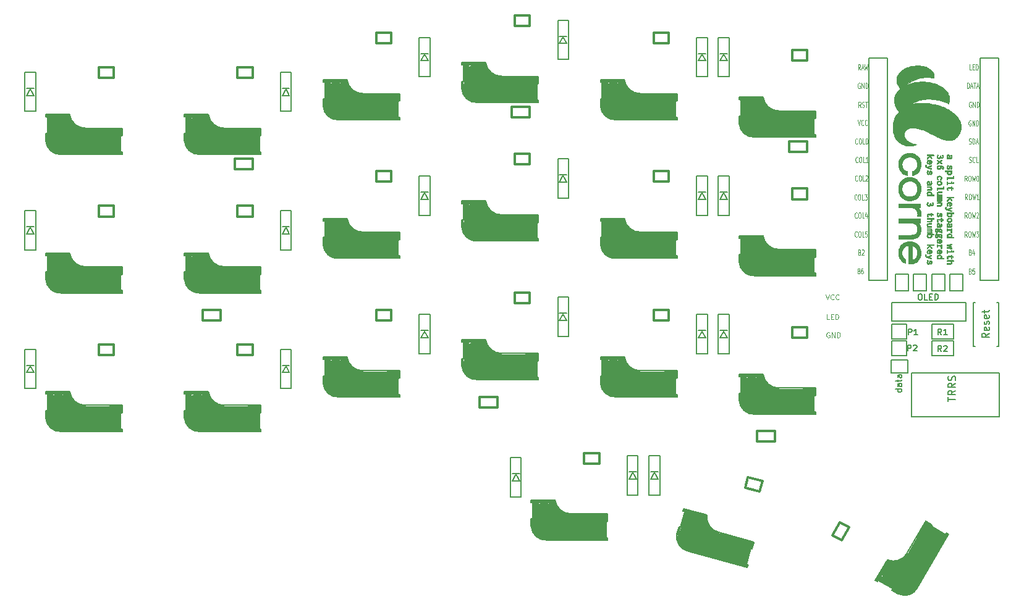
<source format=gbr>
G04 #@! TF.GenerationSoftware,KiCad,Pcbnew,5.1.5+dfsg1-2~bpo10+1*
G04 #@! TF.CreationDate,2020-09-05T13:18:22+00:00*
G04 #@! TF.ProjectId,corne-cherry,636f726e-652d-4636-9865-7272792e6b69,2.1*
G04 #@! TF.SameCoordinates,Original*
G04 #@! TF.FileFunction,Legend,Top*
G04 #@! TF.FilePolarity,Positive*
%FSLAX46Y46*%
G04 Gerber Fmt 4.6, Leading zero omitted, Abs format (unit mm)*
G04 Created by KiCad (PCBNEW 5.1.5+dfsg1-2~bpo10+1) date 2020-09-05 13:18:22*
%MOMM*%
%LPD*%
G04 APERTURE LIST*
%ADD10C,0.125000*%
%ADD11C,0.400000*%
%ADD12C,0.500000*%
%ADD13C,1.000000*%
%ADD14C,0.150000*%
%ADD15C,3.500000*%
%ADD16C,3.000000*%
%ADD17C,0.800000*%
%ADD18C,0.300000*%
%ADD19C,0.010000*%
%ADD20C,0.152400*%
G04 APERTURE END LIST*
D10*
X171450000Y-106316666D02*
X171116666Y-106316666D01*
X171116666Y-105616666D01*
X171683333Y-105950000D02*
X171916666Y-105950000D01*
X172016666Y-106316666D02*
X171683333Y-106316666D01*
X171683333Y-105616666D01*
X172016666Y-105616666D01*
X172316666Y-106316666D02*
X172316666Y-105616666D01*
X172483333Y-105616666D01*
X172583333Y-105650000D01*
X172650000Y-105716666D01*
X172683333Y-105783333D01*
X172716666Y-105916666D01*
X172716666Y-106016666D01*
X172683333Y-106150000D01*
X172650000Y-106216666D01*
X172583333Y-106283333D01*
X172483333Y-106316666D01*
X172316666Y-106316666D01*
X171466666Y-108150000D02*
X171400000Y-108116666D01*
X171300000Y-108116666D01*
X171200000Y-108150000D01*
X171133333Y-108216666D01*
X171100000Y-108283333D01*
X171066666Y-108416666D01*
X171066666Y-108516666D01*
X171100000Y-108650000D01*
X171133333Y-108716666D01*
X171200000Y-108783333D01*
X171300000Y-108816666D01*
X171366666Y-108816666D01*
X171466666Y-108783333D01*
X171500000Y-108750000D01*
X171500000Y-108516666D01*
X171366666Y-108516666D01*
X171800000Y-108816666D02*
X171800000Y-108116666D01*
X172200000Y-108816666D01*
X172200000Y-108116666D01*
X172533333Y-108816666D02*
X172533333Y-108116666D01*
X172700000Y-108116666D01*
X172800000Y-108150000D01*
X172866666Y-108216666D01*
X172900000Y-108283333D01*
X172933333Y-108416666D01*
X172933333Y-108516666D01*
X172900000Y-108650000D01*
X172866666Y-108716666D01*
X172800000Y-108783333D01*
X172700000Y-108816666D01*
X172533333Y-108816666D01*
X170966666Y-102916666D02*
X171200000Y-103616666D01*
X171433333Y-102916666D01*
X172066666Y-103550000D02*
X172033333Y-103583333D01*
X171933333Y-103616666D01*
X171866666Y-103616666D01*
X171766666Y-103583333D01*
X171700000Y-103516666D01*
X171666666Y-103450000D01*
X171633333Y-103316666D01*
X171633333Y-103216666D01*
X171666666Y-103083333D01*
X171700000Y-103016666D01*
X171766666Y-102950000D01*
X171866666Y-102916666D01*
X171933333Y-102916666D01*
X172033333Y-102950000D01*
X172066666Y-102983333D01*
X172766666Y-103550000D02*
X172733333Y-103583333D01*
X172633333Y-103616666D01*
X172566666Y-103616666D01*
X172466666Y-103583333D01*
X172400000Y-103516666D01*
X172366666Y-103450000D01*
X172333333Y-103316666D01*
X172333333Y-103216666D01*
X172366666Y-103083333D01*
X172400000Y-103016666D01*
X172466666Y-102950000D01*
X172566666Y-102916666D01*
X172633333Y-102916666D01*
X172733333Y-102950000D01*
X172766666Y-102983333D01*
D11*
X185327499Y-134639488D02*
X184721281Y-134289488D01*
X187492563Y-135889488D02*
X186792563Y-137101924D01*
D12*
X178025833Y-142086345D02*
X179375833Y-139748076D01*
D13*
X179559473Y-139872943D02*
G75*
G03X182294486Y-138892820I823238J2008831D01*
G01*
D14*
X187462659Y-135641283D02*
X187765768Y-135816283D01*
X180870319Y-143959551D02*
G75*
G03X183565769Y-143090897I913398J1782052D01*
G01*
X179413063Y-139326533D02*
G75*
G03X182148076Y-138346410I823238J2008831D01*
G01*
X187765768Y-135816283D02*
X183565769Y-143090897D01*
X182148076Y-138346410D02*
X184648076Y-134016283D01*
X177752628Y-142159550D02*
X179392628Y-139318987D01*
X180870319Y-143959550D02*
X180004294Y-143459550D01*
X177752628Y-142159550D02*
X178064397Y-142339550D01*
X178164397Y-142166345D02*
X178064397Y-142339550D01*
X180119294Y-143260364D02*
X178179397Y-142140364D01*
X180004294Y-143459550D02*
X180104294Y-143286345D01*
X187362659Y-135814488D02*
X187462659Y-135641283D01*
X185404102Y-134706809D02*
X187352659Y-135831809D01*
X185514102Y-134516283D02*
X185414102Y-134689488D01*
X184648076Y-134016283D02*
X185514102Y-134516283D01*
D15*
X185206922Y-136648334D02*
X181856922Y-142450704D01*
D13*
X186896152Y-136122501D02*
X184731089Y-134872501D01*
D12*
X184757884Y-134426091D02*
X184057884Y-135638526D01*
D16*
X182081730Y-142661326D02*
X180141833Y-141541326D01*
D17*
X178485641Y-141889935D02*
X180044486Y-142789935D01*
D18*
X180140897Y-143422946D02*
X180920319Y-143872947D01*
D11*
X74400000Y-81025000D02*
X74400000Y-80325000D01*
X74400000Y-83525000D02*
X73000000Y-83525000D01*
D12*
X64300000Y-78425000D02*
X67000000Y-78425000D01*
D13*
X66983682Y-78646471D02*
G75*
G03X69200000Y-80525000I2151318J291471D01*
G01*
D14*
X74600000Y-83375000D02*
X74600000Y-83725000D01*
X64099999Y-81825000D02*
G75*
G03X66200000Y-83725001I2000001J100000D01*
G01*
X67383682Y-78246471D02*
G75*
G03X69600000Y-80125000I2151318J291471D01*
G01*
X74600000Y-83725000D02*
X66200000Y-83725001D01*
X69600000Y-80125000D02*
X74600000Y-80125000D01*
X64100000Y-78225000D02*
X67380000Y-78225000D01*
X64100000Y-81825000D02*
X64100000Y-80825000D01*
X64100000Y-78225000D02*
X64100000Y-78585000D01*
X64300000Y-78585000D02*
X64100000Y-78585000D01*
X64330000Y-80825000D02*
X64330000Y-78585000D01*
X64100000Y-80825000D02*
X64300000Y-80825000D01*
X74400000Y-83375000D02*
X74600000Y-83375000D01*
X74380000Y-81125000D02*
X74380000Y-83375000D01*
X74600000Y-81125000D02*
X74400000Y-81125000D01*
X74600000Y-80125000D02*
X74600000Y-81125000D01*
D15*
X72600000Y-81925000D02*
X65900000Y-81925000D01*
D13*
X73900000Y-83125000D02*
X73900000Y-80625000D01*
D12*
X74300000Y-80425000D02*
X72900000Y-80425000D01*
D16*
X65830000Y-82225000D02*
X65830000Y-79985000D01*
D17*
X64700000Y-78725000D02*
X64700000Y-80525000D01*
D18*
X64200001Y-80925000D02*
X64200000Y-81824999D01*
D11*
X140900000Y-133900000D02*
X140900000Y-133200000D01*
X140900000Y-136400000D02*
X139500000Y-136400000D01*
D12*
X130800000Y-131300000D02*
X133500000Y-131300000D01*
D13*
X133483682Y-131521471D02*
G75*
G03X135700000Y-133400000I2151318J291471D01*
G01*
D14*
X141100000Y-136250000D02*
X141100000Y-136600000D01*
X130599999Y-134700000D02*
G75*
G03X132700000Y-136600001I2000001J100000D01*
G01*
X133883682Y-131121471D02*
G75*
G03X136100000Y-133000000I2151318J291471D01*
G01*
X141100000Y-136600000D02*
X132700000Y-136600001D01*
X136100000Y-133000000D02*
X141100000Y-133000000D01*
X130600000Y-131100000D02*
X133880000Y-131100000D01*
X130600000Y-134700000D02*
X130600000Y-133700000D01*
X130600000Y-131100000D02*
X130600000Y-131460000D01*
X130800000Y-131460000D02*
X130600000Y-131460000D01*
X130830000Y-133700000D02*
X130830000Y-131460000D01*
X130600000Y-133700000D02*
X130800000Y-133700000D01*
X140900000Y-136250000D02*
X141100000Y-136250000D01*
X140880000Y-134000000D02*
X140880000Y-136250000D01*
X141100000Y-134000000D02*
X140900000Y-134000000D01*
X141100000Y-133000000D02*
X141100000Y-134000000D01*
D15*
X139100000Y-134800000D02*
X132400000Y-134800000D01*
D13*
X140400000Y-136000000D02*
X140400000Y-133500000D01*
D12*
X140800000Y-133300000D02*
X139400000Y-133300000D01*
D16*
X132330000Y-135100000D02*
X132330000Y-132860000D01*
D17*
X131200000Y-131600000D02*
X131200000Y-133400000D01*
D18*
X130700001Y-133800000D02*
X130700000Y-134699999D01*
D11*
X169400000Y-116650000D02*
X169400000Y-115950000D01*
X169400000Y-119150000D02*
X168000000Y-119150000D01*
D12*
X159300000Y-114050000D02*
X162000000Y-114050000D01*
D13*
X161983682Y-114271471D02*
G75*
G03X164200000Y-116150000I2151318J291471D01*
G01*
D14*
X169600000Y-119000000D02*
X169600000Y-119350000D01*
X159099999Y-117450000D02*
G75*
G03X161200000Y-119350001I2000001J100000D01*
G01*
X162383682Y-113871471D02*
G75*
G03X164600000Y-115750000I2151318J291471D01*
G01*
X169600000Y-119350000D02*
X161200000Y-119350001D01*
X164600000Y-115750000D02*
X169600000Y-115750000D01*
X159100000Y-113850000D02*
X162380000Y-113850000D01*
X159100000Y-117450000D02*
X159100000Y-116450000D01*
X159100000Y-113850000D02*
X159100000Y-114210000D01*
X159300000Y-114210000D02*
X159100000Y-114210000D01*
X159330000Y-116450000D02*
X159330000Y-114210000D01*
X159100000Y-116450000D02*
X159300000Y-116450000D01*
X169400000Y-119000000D02*
X169600000Y-119000000D01*
X169380000Y-116750000D02*
X169380000Y-119000000D01*
X169600000Y-116750000D02*
X169400000Y-116750000D01*
X169600000Y-115750000D02*
X169600000Y-116750000D01*
D15*
X167600000Y-117550000D02*
X160900000Y-117550000D01*
D13*
X168900000Y-118750000D02*
X168900000Y-116250000D01*
D12*
X169300000Y-116050000D02*
X167900000Y-116050000D01*
D16*
X160830000Y-117850000D02*
X160830000Y-115610000D01*
D17*
X159700000Y-114350000D02*
X159700000Y-116150000D01*
D18*
X159200001Y-116550000D02*
X159200000Y-117449999D01*
D11*
X112400000Y-114275000D02*
X112400000Y-113575000D01*
X112400000Y-116775000D02*
X111000000Y-116775000D01*
D12*
X102300000Y-111675000D02*
X105000000Y-111675000D01*
D13*
X104983682Y-111896471D02*
G75*
G03X107200000Y-113775000I2151318J291471D01*
G01*
D14*
X112600000Y-116625000D02*
X112600000Y-116975000D01*
X102099999Y-115075000D02*
G75*
G03X104200000Y-116975001I2000001J100000D01*
G01*
X105383682Y-111496471D02*
G75*
G03X107600000Y-113375000I2151318J291471D01*
G01*
X112600000Y-116975000D02*
X104200000Y-116975001D01*
X107600000Y-113375000D02*
X112600000Y-113375000D01*
X102100000Y-111475000D02*
X105380000Y-111475000D01*
X102100000Y-115075000D02*
X102100000Y-114075000D01*
X102100000Y-111475000D02*
X102100000Y-111835000D01*
X102300000Y-111835000D02*
X102100000Y-111835000D01*
X102330000Y-114075000D02*
X102330000Y-111835000D01*
X102100000Y-114075000D02*
X102300000Y-114075000D01*
X112400000Y-116625000D02*
X112600000Y-116625000D01*
X112380000Y-114375000D02*
X112380000Y-116625000D01*
X112600000Y-114375000D02*
X112400000Y-114375000D01*
X112600000Y-113375000D02*
X112600000Y-114375000D01*
D15*
X110600000Y-115175000D02*
X103900000Y-115175000D01*
D13*
X111900000Y-116375000D02*
X111900000Y-113875000D01*
D12*
X112300000Y-113675000D02*
X110900000Y-113675000D01*
D16*
X103830000Y-115475000D02*
X103830000Y-113235000D01*
D17*
X102700000Y-111975000D02*
X102700000Y-113775000D01*
D18*
X102200001Y-114175000D02*
X102200000Y-115074999D01*
D11*
X93400000Y-119025000D02*
X93400000Y-118325000D01*
X93400000Y-121525000D02*
X92000000Y-121525000D01*
D12*
X83300000Y-116425000D02*
X86000000Y-116425000D01*
D13*
X85983682Y-116646471D02*
G75*
G03X88200000Y-118525000I2151318J291471D01*
G01*
D14*
X93600000Y-121375000D02*
X93600000Y-121725000D01*
X83099999Y-119825000D02*
G75*
G03X85200000Y-121725001I2000001J100000D01*
G01*
X86383682Y-116246471D02*
G75*
G03X88600000Y-118125000I2151318J291471D01*
G01*
X93600000Y-121725000D02*
X85200000Y-121725001D01*
X88600000Y-118125000D02*
X93600000Y-118125000D01*
X83100000Y-116225000D02*
X86380000Y-116225000D01*
X83100000Y-119825000D02*
X83100000Y-118825000D01*
X83100000Y-116225000D02*
X83100000Y-116585000D01*
X83300000Y-116585000D02*
X83100000Y-116585000D01*
X83330000Y-118825000D02*
X83330000Y-116585000D01*
X83100000Y-118825000D02*
X83300000Y-118825000D01*
X93400000Y-121375000D02*
X93600000Y-121375000D01*
X93380000Y-119125000D02*
X93380000Y-121375000D01*
X93600000Y-119125000D02*
X93400000Y-119125000D01*
X93600000Y-118125000D02*
X93600000Y-119125000D01*
D15*
X91600000Y-119925000D02*
X84900000Y-119925000D01*
D13*
X92900000Y-121125000D02*
X92900000Y-118625000D01*
D12*
X93300000Y-118425000D02*
X91900000Y-118425000D01*
D16*
X84830000Y-120225000D02*
X84830000Y-117985000D01*
D17*
X83700000Y-116725000D02*
X83700000Y-118525000D01*
D18*
X83200001Y-118925000D02*
X83200000Y-119824999D01*
D11*
X74400000Y-119025000D02*
X74400000Y-118325000D01*
X74400000Y-121525000D02*
X73000000Y-121525000D01*
D12*
X64300000Y-116425000D02*
X67000000Y-116425000D01*
D13*
X66983682Y-116646471D02*
G75*
G03X69200000Y-118525000I2151318J291471D01*
G01*
D14*
X74600000Y-121375000D02*
X74600000Y-121725000D01*
X64099999Y-119825000D02*
G75*
G03X66200000Y-121725001I2000001J100000D01*
G01*
X67383682Y-116246471D02*
G75*
G03X69600000Y-118125000I2151318J291471D01*
G01*
X74600000Y-121725000D02*
X66200000Y-121725001D01*
X69600000Y-118125000D02*
X74600000Y-118125000D01*
X64100000Y-116225000D02*
X67380000Y-116225000D01*
X64100000Y-119825000D02*
X64100000Y-118825000D01*
X64100000Y-116225000D02*
X64100000Y-116585000D01*
X64300000Y-116585000D02*
X64100000Y-116585000D01*
X64330000Y-118825000D02*
X64330000Y-116585000D01*
X64100000Y-118825000D02*
X64300000Y-118825000D01*
X74400000Y-121375000D02*
X74600000Y-121375000D01*
X74380000Y-119125000D02*
X74380000Y-121375000D01*
X74600000Y-119125000D02*
X74400000Y-119125000D01*
X74600000Y-118125000D02*
X74600000Y-119125000D01*
D15*
X72600000Y-119925000D02*
X65900000Y-119925000D01*
D13*
X73900000Y-121125000D02*
X73900000Y-118625000D01*
D12*
X74300000Y-118425000D02*
X72900000Y-118425000D01*
D16*
X65830000Y-120225000D02*
X65830000Y-117985000D01*
D17*
X64700000Y-116725000D02*
X64700000Y-118525000D01*
D18*
X64200001Y-118925000D02*
X64200000Y-119824999D01*
D11*
X169400000Y-97650000D02*
X169400000Y-96950000D01*
X169400000Y-100150000D02*
X168000000Y-100150000D01*
D12*
X159300000Y-95050000D02*
X162000000Y-95050000D01*
D13*
X161983682Y-95271471D02*
G75*
G03X164200000Y-97150000I2151318J291471D01*
G01*
D14*
X169600000Y-100000000D02*
X169600000Y-100350000D01*
X159099999Y-98450000D02*
G75*
G03X161200000Y-100350001I2000001J100000D01*
G01*
X162383682Y-94871471D02*
G75*
G03X164600000Y-96750000I2151318J291471D01*
G01*
X169600000Y-100350000D02*
X161200000Y-100350001D01*
X164600000Y-96750000D02*
X169600000Y-96750000D01*
X159100000Y-94850000D02*
X162380000Y-94850000D01*
X159100000Y-98450000D02*
X159100000Y-97450000D01*
X159100000Y-94850000D02*
X159100000Y-95210000D01*
X159300000Y-95210000D02*
X159100000Y-95210000D01*
X159330000Y-97450000D02*
X159330000Y-95210000D01*
X159100000Y-97450000D02*
X159300000Y-97450000D01*
X169400000Y-100000000D02*
X169600000Y-100000000D01*
X169380000Y-97750000D02*
X169380000Y-100000000D01*
X169600000Y-97750000D02*
X169400000Y-97750000D01*
X169600000Y-96750000D02*
X169600000Y-97750000D01*
D15*
X167600000Y-98550000D02*
X160900000Y-98550000D01*
D13*
X168900000Y-99750000D02*
X168900000Y-97250000D01*
D12*
X169300000Y-97050000D02*
X167900000Y-97050000D01*
D16*
X160830000Y-98850000D02*
X160830000Y-96610000D01*
D17*
X159700000Y-95350000D02*
X159700000Y-97150000D01*
D18*
X159200001Y-97550000D02*
X159200000Y-98449999D01*
D11*
X150400000Y-95275000D02*
X150400000Y-94575000D01*
X150400000Y-97775000D02*
X149000000Y-97775000D01*
D12*
X140300000Y-92675000D02*
X143000000Y-92675000D01*
D13*
X142983682Y-92896471D02*
G75*
G03X145200000Y-94775000I2151318J291471D01*
G01*
D14*
X150600000Y-97625000D02*
X150600000Y-97975000D01*
X140099999Y-96075000D02*
G75*
G03X142200000Y-97975001I2000001J100000D01*
G01*
X143383682Y-92496471D02*
G75*
G03X145600000Y-94375000I2151318J291471D01*
G01*
X150600000Y-97975000D02*
X142200000Y-97975001D01*
X145600000Y-94375000D02*
X150600000Y-94375000D01*
X140100000Y-92475000D02*
X143380000Y-92475000D01*
X140100000Y-96075000D02*
X140100000Y-95075000D01*
X140100000Y-92475000D02*
X140100000Y-92835000D01*
X140300000Y-92835000D02*
X140100000Y-92835000D01*
X140330000Y-95075000D02*
X140330000Y-92835000D01*
X140100000Y-95075000D02*
X140300000Y-95075000D01*
X150400000Y-97625000D02*
X150600000Y-97625000D01*
X150380000Y-95375000D02*
X150380000Y-97625000D01*
X150600000Y-95375000D02*
X150400000Y-95375000D01*
X150600000Y-94375000D02*
X150600000Y-95375000D01*
D15*
X148600000Y-96175000D02*
X141900000Y-96175000D01*
D13*
X149900000Y-97375000D02*
X149900000Y-94875000D01*
D12*
X150300000Y-94675000D02*
X148900000Y-94675000D01*
D16*
X141830000Y-96475000D02*
X141830000Y-94235000D01*
D17*
X140700000Y-92975000D02*
X140700000Y-94775000D01*
D18*
X140200001Y-95175000D02*
X140200000Y-96074999D01*
D11*
X131400000Y-92900000D02*
X131400000Y-92200000D01*
X131400000Y-95400000D02*
X130000000Y-95400000D01*
D12*
X121300000Y-90300000D02*
X124000000Y-90300000D01*
D13*
X123983682Y-90521471D02*
G75*
G03X126200000Y-92400000I2151318J291471D01*
G01*
D14*
X131600000Y-95250000D02*
X131600000Y-95600000D01*
X121099999Y-93700000D02*
G75*
G03X123200000Y-95600001I2000001J100000D01*
G01*
X124383682Y-90121471D02*
G75*
G03X126600000Y-92000000I2151318J291471D01*
G01*
X131600000Y-95600000D02*
X123200000Y-95600001D01*
X126600000Y-92000000D02*
X131600000Y-92000000D01*
X121100000Y-90100000D02*
X124380000Y-90100000D01*
X121100000Y-93700000D02*
X121100000Y-92700000D01*
X121100000Y-90100000D02*
X121100000Y-90460000D01*
X121300000Y-90460000D02*
X121100000Y-90460000D01*
X121330000Y-92700000D02*
X121330000Y-90460000D01*
X121100000Y-92700000D02*
X121300000Y-92700000D01*
X131400000Y-95250000D02*
X131600000Y-95250000D01*
X131380000Y-93000000D02*
X131380000Y-95250000D01*
X131600000Y-93000000D02*
X131400000Y-93000000D01*
X131600000Y-92000000D02*
X131600000Y-93000000D01*
D15*
X129600000Y-93800000D02*
X122900000Y-93800000D01*
D13*
X130900000Y-95000000D02*
X130900000Y-92500000D01*
D12*
X131300000Y-92300000D02*
X129900000Y-92300000D01*
D16*
X122830000Y-94100000D02*
X122830000Y-91860000D01*
D17*
X121700000Y-90600000D02*
X121700000Y-92400000D01*
D18*
X121200001Y-92800000D02*
X121200000Y-93699999D01*
D11*
X112400000Y-95275000D02*
X112400000Y-94575000D01*
X112400000Y-97775000D02*
X111000000Y-97775000D01*
D12*
X102300000Y-92675000D02*
X105000000Y-92675000D01*
D13*
X104983682Y-92896471D02*
G75*
G03X107200000Y-94775000I2151318J291471D01*
G01*
D14*
X112600000Y-97625000D02*
X112600000Y-97975000D01*
X102099999Y-96075000D02*
G75*
G03X104200000Y-97975001I2000001J100000D01*
G01*
X105383682Y-92496471D02*
G75*
G03X107600000Y-94375000I2151318J291471D01*
G01*
X112600000Y-97975000D02*
X104200000Y-97975001D01*
X107600000Y-94375000D02*
X112600000Y-94375000D01*
X102100000Y-92475000D02*
X105380000Y-92475000D01*
X102100000Y-96075000D02*
X102100000Y-95075000D01*
X102100000Y-92475000D02*
X102100000Y-92835000D01*
X102300000Y-92835000D02*
X102100000Y-92835000D01*
X102330000Y-95075000D02*
X102330000Y-92835000D01*
X102100000Y-95075000D02*
X102300000Y-95075000D01*
X112400000Y-97625000D02*
X112600000Y-97625000D01*
X112380000Y-95375000D02*
X112380000Y-97625000D01*
X112600000Y-95375000D02*
X112400000Y-95375000D01*
X112600000Y-94375000D02*
X112600000Y-95375000D01*
D15*
X110600000Y-96175000D02*
X103900000Y-96175000D01*
D13*
X111900000Y-97375000D02*
X111900000Y-94875000D01*
D12*
X112300000Y-94675000D02*
X110900000Y-94675000D01*
D16*
X103830000Y-96475000D02*
X103830000Y-94235000D01*
D17*
X102700000Y-92975000D02*
X102700000Y-94775000D01*
D18*
X102200001Y-95175000D02*
X102200000Y-96074999D01*
D11*
X93400000Y-100025000D02*
X93400000Y-99325000D01*
X93400000Y-102525000D02*
X92000000Y-102525000D01*
D12*
X83300000Y-97425000D02*
X86000000Y-97425000D01*
D13*
X85983682Y-97646471D02*
G75*
G03X88200000Y-99525000I2151318J291471D01*
G01*
D14*
X93600000Y-102375000D02*
X93600000Y-102725000D01*
X83099999Y-100825000D02*
G75*
G03X85200000Y-102725001I2000001J100000D01*
G01*
X86383682Y-97246471D02*
G75*
G03X88600000Y-99125000I2151318J291471D01*
G01*
X93600000Y-102725000D02*
X85200000Y-102725001D01*
X88600000Y-99125000D02*
X93600000Y-99125000D01*
X83100000Y-97225000D02*
X86380000Y-97225000D01*
X83100000Y-100825000D02*
X83100000Y-99825000D01*
X83100000Y-97225000D02*
X83100000Y-97585000D01*
X83300000Y-97585000D02*
X83100000Y-97585000D01*
X83330000Y-99825000D02*
X83330000Y-97585000D01*
X83100000Y-99825000D02*
X83300000Y-99825000D01*
X93400000Y-102375000D02*
X93600000Y-102375000D01*
X93380000Y-100125000D02*
X93380000Y-102375000D01*
X93600000Y-100125000D02*
X93400000Y-100125000D01*
X93600000Y-99125000D02*
X93600000Y-100125000D01*
D15*
X91600000Y-100925000D02*
X84900000Y-100925000D01*
D13*
X92900000Y-102125000D02*
X92900000Y-99625000D01*
D12*
X93300000Y-99425000D02*
X91900000Y-99425000D01*
D16*
X84830000Y-101225000D02*
X84830000Y-98985000D01*
D17*
X83700000Y-97725000D02*
X83700000Y-99525000D01*
D18*
X83200001Y-99925000D02*
X83200000Y-100824999D01*
D11*
X74400000Y-100025000D02*
X74400000Y-99325000D01*
X74400000Y-102525000D02*
X73000000Y-102525000D01*
D12*
X64300000Y-97425000D02*
X67000000Y-97425000D01*
D13*
X66983682Y-97646471D02*
G75*
G03X69200000Y-99525000I2151318J291471D01*
G01*
D14*
X74600000Y-102375000D02*
X74600000Y-102725000D01*
X64099999Y-100825000D02*
G75*
G03X66200000Y-102725001I2000001J100000D01*
G01*
X67383682Y-97246471D02*
G75*
G03X69600000Y-99125000I2151318J291471D01*
G01*
X74600000Y-102725000D02*
X66200000Y-102725001D01*
X69600000Y-99125000D02*
X74600000Y-99125000D01*
X64100000Y-97225000D02*
X67380000Y-97225000D01*
X64100000Y-100825000D02*
X64100000Y-99825000D01*
X64100000Y-97225000D02*
X64100000Y-97585000D01*
X64300000Y-97585000D02*
X64100000Y-97585000D01*
X64330000Y-99825000D02*
X64330000Y-97585000D01*
X64100000Y-99825000D02*
X64300000Y-99825000D01*
X74400000Y-102375000D02*
X74600000Y-102375000D01*
X74380000Y-100125000D02*
X74380000Y-102375000D01*
X74600000Y-100125000D02*
X74400000Y-100125000D01*
X74600000Y-99125000D02*
X74600000Y-100125000D01*
D15*
X72600000Y-100925000D02*
X65900000Y-100925000D01*
D13*
X73900000Y-102125000D02*
X73900000Y-99625000D01*
D12*
X74300000Y-99425000D02*
X72900000Y-99425000D01*
D16*
X65830000Y-101225000D02*
X65830000Y-98985000D01*
D17*
X64700000Y-97725000D02*
X64700000Y-99525000D01*
D18*
X64200001Y-99925000D02*
X64200000Y-100824999D01*
D11*
X169400000Y-78650000D02*
X169400000Y-77950000D01*
X169400000Y-81150000D02*
X168000000Y-81150000D01*
D12*
X159300000Y-76050000D02*
X162000000Y-76050000D01*
D13*
X161983682Y-76271471D02*
G75*
G03X164200000Y-78150000I2151318J291471D01*
G01*
D14*
X169600000Y-81000000D02*
X169600000Y-81350000D01*
X159099999Y-79450000D02*
G75*
G03X161200000Y-81350001I2000001J100000D01*
G01*
X162383682Y-75871471D02*
G75*
G03X164600000Y-77750000I2151318J291471D01*
G01*
X169600000Y-81350000D02*
X161200000Y-81350001D01*
X164600000Y-77750000D02*
X169600000Y-77750000D01*
X159100000Y-75850000D02*
X162380000Y-75850000D01*
X159100000Y-79450000D02*
X159100000Y-78450000D01*
X159100000Y-75850000D02*
X159100000Y-76210000D01*
X159300000Y-76210000D02*
X159100000Y-76210000D01*
X159330000Y-78450000D02*
X159330000Y-76210000D01*
X159100000Y-78450000D02*
X159300000Y-78450000D01*
X169400000Y-81000000D02*
X169600000Y-81000000D01*
X169380000Y-78750000D02*
X169380000Y-81000000D01*
X169600000Y-78750000D02*
X169400000Y-78750000D01*
X169600000Y-77750000D02*
X169600000Y-78750000D01*
D15*
X167600000Y-79550000D02*
X160900000Y-79550000D01*
D13*
X168900000Y-80750000D02*
X168900000Y-78250000D01*
D12*
X169300000Y-78050000D02*
X167900000Y-78050000D01*
D16*
X160830000Y-79850000D02*
X160830000Y-77610000D01*
D17*
X159700000Y-76350000D02*
X159700000Y-78150000D01*
D18*
X159200001Y-78550000D02*
X159200000Y-79449999D01*
D11*
X150400000Y-76275000D02*
X150400000Y-75575000D01*
X150400000Y-78775000D02*
X149000000Y-78775000D01*
D12*
X140300000Y-73675000D02*
X143000000Y-73675000D01*
D13*
X142983682Y-73896471D02*
G75*
G03X145200000Y-75775000I2151318J291471D01*
G01*
D14*
X150600000Y-78625000D02*
X150600000Y-78975000D01*
X140099999Y-77075000D02*
G75*
G03X142200000Y-78975001I2000001J100000D01*
G01*
X143383682Y-73496471D02*
G75*
G03X145600000Y-75375000I2151318J291471D01*
G01*
X150600000Y-78975000D02*
X142200000Y-78975001D01*
X145600000Y-75375000D02*
X150600000Y-75375000D01*
X140100000Y-73475000D02*
X143380000Y-73475000D01*
X140100000Y-77075000D02*
X140100000Y-76075000D01*
X140100000Y-73475000D02*
X140100000Y-73835000D01*
X140300000Y-73835000D02*
X140100000Y-73835000D01*
X140330000Y-76075000D02*
X140330000Y-73835000D01*
X140100000Y-76075000D02*
X140300000Y-76075000D01*
X150400000Y-78625000D02*
X150600000Y-78625000D01*
X150380000Y-76375000D02*
X150380000Y-78625000D01*
X150600000Y-76375000D02*
X150400000Y-76375000D01*
X150600000Y-75375000D02*
X150600000Y-76375000D01*
D15*
X148600000Y-77175000D02*
X141900000Y-77175000D01*
D13*
X149900000Y-78375000D02*
X149900000Y-75875000D01*
D12*
X150300000Y-75675000D02*
X148900000Y-75675000D01*
D16*
X141830000Y-77475000D02*
X141830000Y-75235000D01*
D17*
X140700000Y-73975000D02*
X140700000Y-75775000D01*
D18*
X140200001Y-76175000D02*
X140200000Y-77074999D01*
D11*
X112400000Y-76275000D02*
X112400000Y-75575000D01*
X112400000Y-78775000D02*
X111000000Y-78775000D01*
D12*
X102300000Y-73675000D02*
X105000000Y-73675000D01*
D13*
X104983682Y-73896471D02*
G75*
G03X107200000Y-75775000I2151318J291471D01*
G01*
D14*
X112600000Y-78625000D02*
X112600000Y-78975000D01*
X102099999Y-77075000D02*
G75*
G03X104200000Y-78975001I2000001J100000D01*
G01*
X105383682Y-73496471D02*
G75*
G03X107600000Y-75375000I2151318J291471D01*
G01*
X112600000Y-78975000D02*
X104200000Y-78975001D01*
X107600000Y-75375000D02*
X112600000Y-75375000D01*
X102100000Y-73475000D02*
X105380000Y-73475000D01*
X102100000Y-77075000D02*
X102100000Y-76075000D01*
X102100000Y-73475000D02*
X102100000Y-73835000D01*
X102300000Y-73835000D02*
X102100000Y-73835000D01*
X102330000Y-76075000D02*
X102330000Y-73835000D01*
X102100000Y-76075000D02*
X102300000Y-76075000D01*
X112400000Y-78625000D02*
X112600000Y-78625000D01*
X112380000Y-76375000D02*
X112380000Y-78625000D01*
X112600000Y-76375000D02*
X112400000Y-76375000D01*
X112600000Y-75375000D02*
X112600000Y-76375000D01*
D15*
X110600000Y-77175000D02*
X103900000Y-77175000D01*
D13*
X111900000Y-78375000D02*
X111900000Y-75875000D01*
D12*
X112300000Y-75675000D02*
X110900000Y-75675000D01*
D16*
X103830000Y-77475000D02*
X103830000Y-75235000D01*
D17*
X102700000Y-73975000D02*
X102700000Y-75775000D01*
D18*
X102200001Y-76175000D02*
X102200000Y-77074999D01*
D11*
X93400000Y-81025000D02*
X93400000Y-80325000D01*
X93400000Y-83525000D02*
X92000000Y-83525000D01*
D12*
X83300000Y-78425000D02*
X86000000Y-78425000D01*
D13*
X85983682Y-78646471D02*
G75*
G03X88200000Y-80525000I2151318J291471D01*
G01*
D14*
X93600000Y-83375000D02*
X93600000Y-83725000D01*
X83099999Y-81825000D02*
G75*
G03X85200000Y-83725001I2000001J100000D01*
G01*
X86383682Y-78246471D02*
G75*
G03X88600000Y-80125000I2151318J291471D01*
G01*
X93600000Y-83725000D02*
X85200000Y-83725001D01*
X88600000Y-80125000D02*
X93600000Y-80125000D01*
X83100000Y-78225000D02*
X86380000Y-78225000D01*
X83100000Y-81825000D02*
X83100000Y-80825000D01*
X83100000Y-78225000D02*
X83100000Y-78585000D01*
X83300000Y-78585000D02*
X83100000Y-78585000D01*
X83330000Y-80825000D02*
X83330000Y-78585000D01*
X83100000Y-80825000D02*
X83300000Y-80825000D01*
X93400000Y-83375000D02*
X93600000Y-83375000D01*
X93380000Y-81125000D02*
X93380000Y-83375000D01*
X93600000Y-81125000D02*
X93400000Y-81125000D01*
X93600000Y-80125000D02*
X93600000Y-81125000D01*
D15*
X91600000Y-81925000D02*
X84900000Y-81925000D01*
D13*
X92900000Y-83125000D02*
X92900000Y-80625000D01*
D12*
X93300000Y-80425000D02*
X91900000Y-80425000D01*
D16*
X84830000Y-82225000D02*
X84830000Y-79985000D01*
D17*
X83700000Y-78725000D02*
X83700000Y-80525000D01*
D18*
X83200001Y-80925000D02*
X83200000Y-81824999D01*
D11*
X150400000Y-114275000D02*
X150400000Y-113575000D01*
X150400000Y-116775000D02*
X149000000Y-116775000D01*
D12*
X140300000Y-111675000D02*
X143000000Y-111675000D01*
D13*
X142983682Y-111896471D02*
G75*
G03X145200000Y-113775000I2151318J291471D01*
G01*
D14*
X150600000Y-116625000D02*
X150600000Y-116975000D01*
X140099999Y-115075000D02*
G75*
G03X142200000Y-116975001I2000001J100000D01*
G01*
X143383682Y-111496471D02*
G75*
G03X145600000Y-113375000I2151318J291471D01*
G01*
X150600000Y-116975000D02*
X142200000Y-116975001D01*
X145600000Y-113375000D02*
X150600000Y-113375000D01*
X140100000Y-111475000D02*
X143380000Y-111475000D01*
X140100000Y-115075000D02*
X140100000Y-114075000D01*
X140100000Y-111475000D02*
X140100000Y-111835000D01*
X140300000Y-111835000D02*
X140100000Y-111835000D01*
X140330000Y-114075000D02*
X140330000Y-111835000D01*
X140100000Y-114075000D02*
X140300000Y-114075000D01*
X150400000Y-116625000D02*
X150600000Y-116625000D01*
X150380000Y-114375000D02*
X150380000Y-116625000D01*
X150600000Y-114375000D02*
X150400000Y-114375000D01*
X150600000Y-113375000D02*
X150600000Y-114375000D01*
D15*
X148600000Y-115175000D02*
X141900000Y-115175000D01*
D13*
X149900000Y-116375000D02*
X149900000Y-113875000D01*
D12*
X150300000Y-113675000D02*
X148900000Y-113675000D01*
D16*
X141830000Y-115475000D02*
X141830000Y-113235000D01*
D17*
X140700000Y-111975000D02*
X140700000Y-113775000D01*
D18*
X140200001Y-114175000D02*
X140200000Y-115074999D01*
D11*
X160740679Y-137655915D02*
X160921853Y-136979766D01*
X160093632Y-140070729D02*
X158741336Y-139708382D01*
D12*
X151657758Y-132530435D02*
X154265758Y-133229246D01*
D13*
X154192674Y-133438947D02*
G75*
G03X155847275Y-135827093I2153453J-275263D01*
G01*
D14*
X160325640Y-139977604D02*
X160235053Y-140315678D01*
X150584588Y-135762819D02*
G75*
G03X152121276Y-138141599I1957734J-421046D01*
G01*
X154682573Y-133156105D02*
G75*
G03X156337173Y-135544250I2153452J-275263D01*
G01*
X160235053Y-140315678D02*
X152121276Y-138141599D01*
X156337173Y-135544250D02*
X161166802Y-136838345D01*
X151516337Y-132285486D02*
X154684573Y-133134413D01*
X150584588Y-135762819D02*
X150843407Y-134796893D01*
X151516337Y-132285486D02*
X151423162Y-132633219D01*
X151616347Y-132684983D02*
X151423162Y-132633219D01*
X151065570Y-134856422D02*
X151645325Y-132692748D01*
X150843407Y-134796893D02*
X151036592Y-134848657D01*
X160132455Y-139925840D02*
X160325640Y-139977604D01*
X160695479Y-137747331D02*
X160113136Y-139920664D01*
X160907983Y-137804271D02*
X160714797Y-137752507D01*
X161166802Y-136838345D02*
X160907983Y-137804271D01*
D15*
X158769076Y-138059373D02*
X152297373Y-136325286D01*
D13*
X159714196Y-139554949D02*
X160361244Y-137140135D01*
D12*
X160799378Y-137050477D02*
X159447082Y-136688130D01*
D16*
X152152112Y-136596946D02*
X152731867Y-134433272D01*
D17*
X151966483Y-132923740D02*
X151500608Y-134662407D01*
D18*
X150914119Y-134919368D02*
X150681181Y-135788700D01*
D11*
X131400000Y-73900000D02*
X131400000Y-73200000D01*
X131400000Y-76400000D02*
X130000000Y-76400000D01*
D12*
X121300000Y-71300000D02*
X124000000Y-71300000D01*
D13*
X123983682Y-71521471D02*
G75*
G03X126200000Y-73400000I2151318J291471D01*
G01*
D14*
X131600000Y-76250000D02*
X131600000Y-76600000D01*
X121099999Y-74700000D02*
G75*
G03X123200000Y-76600001I2000001J100000D01*
G01*
X124383682Y-71121471D02*
G75*
G03X126600000Y-73000000I2151318J291471D01*
G01*
X131600000Y-76600000D02*
X123200000Y-76600001D01*
X126600000Y-73000000D02*
X131600000Y-73000000D01*
X121100000Y-71100000D02*
X124380000Y-71100000D01*
X121100000Y-74700000D02*
X121100000Y-73700000D01*
X121100000Y-71100000D02*
X121100000Y-71460000D01*
X121300000Y-71460000D02*
X121100000Y-71460000D01*
X121330000Y-73700000D02*
X121330000Y-71460000D01*
X121100000Y-73700000D02*
X121300000Y-73700000D01*
X131400000Y-76250000D02*
X131600000Y-76250000D01*
X131380000Y-74000000D02*
X131380000Y-76250000D01*
X131600000Y-74000000D02*
X131400000Y-74000000D01*
X131600000Y-73000000D02*
X131600000Y-74000000D01*
D15*
X129600000Y-74800000D02*
X122900000Y-74800000D01*
D13*
X130900000Y-76000000D02*
X130900000Y-73500000D01*
D12*
X131300000Y-73300000D02*
X129900000Y-73300000D01*
D16*
X122830000Y-75100000D02*
X122830000Y-72860000D01*
D17*
X121700000Y-71600000D02*
X121700000Y-73400000D01*
D18*
X121200001Y-73800000D02*
X121200000Y-74699999D01*
D11*
X131400000Y-111900000D02*
X131400000Y-111200000D01*
X131400000Y-114400000D02*
X130000000Y-114400000D01*
D12*
X121300000Y-109300000D02*
X124000000Y-109300000D01*
D13*
X123983682Y-109521471D02*
G75*
G03X126200000Y-111400000I2151318J291471D01*
G01*
D14*
X131600000Y-114250000D02*
X131600000Y-114600000D01*
X121099999Y-112700000D02*
G75*
G03X123200000Y-114600001I2000001J100000D01*
G01*
X124383682Y-109121471D02*
G75*
G03X126600000Y-111000000I2151318J291471D01*
G01*
X131600000Y-114600000D02*
X123200000Y-114600001D01*
X126600000Y-111000000D02*
X131600000Y-111000000D01*
X121100000Y-109100000D02*
X124380000Y-109100000D01*
X121100000Y-112700000D02*
X121100000Y-111700000D01*
X121100000Y-109100000D02*
X121100000Y-109460000D01*
X121300000Y-109460000D02*
X121100000Y-109460000D01*
X121330000Y-111700000D02*
X121330000Y-109460000D01*
X121100000Y-111700000D02*
X121300000Y-111700000D01*
X131400000Y-114250000D02*
X131600000Y-114250000D01*
X131380000Y-112000000D02*
X131380000Y-114250000D01*
X131600000Y-112000000D02*
X131400000Y-112000000D01*
X131600000Y-111000000D02*
X131600000Y-112000000D01*
D15*
X129600000Y-112800000D02*
X122900000Y-112800000D01*
D13*
X130900000Y-114000000D02*
X130900000Y-111500000D01*
D12*
X131300000Y-111300000D02*
X129900000Y-111300000D01*
D16*
X122830000Y-113100000D02*
X122830000Y-110860000D01*
D17*
X121700000Y-109600000D02*
X121700000Y-111400000D01*
D18*
X121200001Y-111800000D02*
X121200000Y-112699999D01*
D14*
X194700000Y-113700000D02*
X194700000Y-119700000D01*
X194700000Y-119700000D02*
X182700000Y-119700000D01*
X182700000Y-119700000D02*
X182700000Y-113700000D01*
X182700000Y-113700000D02*
X194700000Y-113700000D01*
D18*
X161570000Y-121650000D02*
X164020000Y-121650000D01*
X164020000Y-121650000D02*
X164020000Y-123100000D01*
X164020000Y-123100000D02*
X161600000Y-123100000D01*
X161570000Y-123100000D02*
X161570000Y-121650000D01*
X168430000Y-83350000D02*
X165980000Y-83350000D01*
X165980000Y-83350000D02*
X165980000Y-81900000D01*
X165980000Y-81900000D02*
X168400000Y-81900000D01*
X168430000Y-81900000D02*
X168430000Y-83350000D01*
X130430000Y-78650000D02*
X127980000Y-78650000D01*
X127980000Y-78650000D02*
X127980000Y-77200000D01*
X127980000Y-77200000D02*
X130400000Y-77200000D01*
X130430000Y-77200000D02*
X130430000Y-78650000D01*
X92430000Y-85750000D02*
X89980000Y-85750000D01*
X89980000Y-85750000D02*
X89980000Y-84300000D01*
X89980000Y-84300000D02*
X92400000Y-84300000D01*
X92430000Y-84300000D02*
X92430000Y-85750000D01*
X85570000Y-105050000D02*
X88020000Y-105050000D01*
X88020000Y-105050000D02*
X88020000Y-106500000D01*
X88020000Y-106500000D02*
X85600000Y-106500000D01*
X85570000Y-106500000D02*
X85570000Y-105050000D01*
X123570000Y-116950000D02*
X126020000Y-116950000D01*
X126020000Y-116950000D02*
X126020000Y-118400000D01*
X126020000Y-118400000D02*
X123600000Y-118400000D01*
X123570000Y-118400000D02*
X123570000Y-116950000D01*
X174180096Y-134870115D02*
X173155096Y-136645467D01*
X172924359Y-134145115D02*
X174180096Y-134870115D01*
X171899359Y-135920467D02*
X172924359Y-134145115D01*
X173155096Y-136645467D02*
X171899359Y-135920467D01*
X160294155Y-128002059D02*
X162274303Y-128532638D01*
X159918867Y-129402652D02*
X160294155Y-128002059D01*
X161899015Y-129933231D02*
X159918867Y-129402652D01*
X162274303Y-128532638D02*
X161899015Y-129933231D01*
X137880000Y-124650000D02*
X139930000Y-124650000D01*
X137880000Y-126100000D02*
X137880000Y-124650000D01*
X139930000Y-126100000D02*
X137880000Y-126100000D01*
X139930000Y-124650000D02*
X139930000Y-126100000D01*
X166380000Y-107400000D02*
X168430000Y-107400000D01*
X166380000Y-108850000D02*
X166380000Y-107400000D01*
X168430000Y-108850000D02*
X166380000Y-108850000D01*
X168430000Y-107400000D02*
X168430000Y-108850000D01*
X147380000Y-105025000D02*
X149430000Y-105025000D01*
X147380000Y-106475000D02*
X147380000Y-105025000D01*
X149430000Y-106475000D02*
X147380000Y-106475000D01*
X149430000Y-105025000D02*
X149430000Y-106475000D01*
X128380000Y-102650000D02*
X130430000Y-102650000D01*
X128380000Y-104100000D02*
X128380000Y-102650000D01*
X130430000Y-104100000D02*
X128380000Y-104100000D01*
X130430000Y-102650000D02*
X130430000Y-104100000D01*
X109380000Y-105025000D02*
X111430000Y-105025000D01*
X109380000Y-106475000D02*
X109380000Y-105025000D01*
X111430000Y-106475000D02*
X109380000Y-106475000D01*
X111430000Y-105025000D02*
X111430000Y-106475000D01*
X90380000Y-109775000D02*
X92430000Y-109775000D01*
X90380000Y-111225000D02*
X90380000Y-109775000D01*
X92430000Y-111225000D02*
X90380000Y-111225000D01*
X92430000Y-109775000D02*
X92430000Y-111225000D01*
X71380000Y-109775000D02*
X73430000Y-109775000D01*
X71380000Y-111225000D02*
X71380000Y-109775000D01*
X73430000Y-111225000D02*
X71380000Y-111225000D01*
X73430000Y-109775000D02*
X73430000Y-111225000D01*
X166380000Y-88400000D02*
X168430000Y-88400000D01*
X166380000Y-89850000D02*
X166380000Y-88400000D01*
X168430000Y-89850000D02*
X166380000Y-89850000D01*
X168430000Y-88400000D02*
X168430000Y-89850000D01*
X147380000Y-86025000D02*
X149430000Y-86025000D01*
X147380000Y-87475000D02*
X147380000Y-86025000D01*
X149430000Y-87475000D02*
X147380000Y-87475000D01*
X149430000Y-86025000D02*
X149430000Y-87475000D01*
X128380000Y-83650000D02*
X130430000Y-83650000D01*
X128380000Y-85100000D02*
X128380000Y-83650000D01*
X130430000Y-85100000D02*
X128380000Y-85100000D01*
X130430000Y-83650000D02*
X130430000Y-85100000D01*
X109380000Y-86025000D02*
X111430000Y-86025000D01*
X109380000Y-87475000D02*
X109380000Y-86025000D01*
X111430000Y-87475000D02*
X109380000Y-87475000D01*
X111430000Y-86025000D02*
X111430000Y-87475000D01*
X90380000Y-90775000D02*
X92430000Y-90775000D01*
X90380000Y-92225000D02*
X90380000Y-90775000D01*
X92430000Y-92225000D02*
X90380000Y-92225000D01*
X92430000Y-90775000D02*
X92430000Y-92225000D01*
X71380000Y-90775000D02*
X73430000Y-90775000D01*
X71380000Y-92225000D02*
X71380000Y-90775000D01*
X73430000Y-92225000D02*
X71380000Y-92225000D01*
X73430000Y-90775000D02*
X73430000Y-92225000D01*
X166380000Y-69400000D02*
X168430000Y-69400000D01*
X166380000Y-70850000D02*
X166380000Y-69400000D01*
X168430000Y-70850000D02*
X166380000Y-70850000D01*
X168430000Y-69400000D02*
X168430000Y-70850000D01*
X147380000Y-67025000D02*
X149430000Y-67025000D01*
X147380000Y-68475000D02*
X147380000Y-67025000D01*
X149430000Y-68475000D02*
X147380000Y-68475000D01*
X149430000Y-67025000D02*
X149430000Y-68475000D01*
X128380000Y-64650000D02*
X130430000Y-64650000D01*
X128380000Y-66100000D02*
X128380000Y-64650000D01*
X130430000Y-66100000D02*
X128380000Y-66100000D01*
X130430000Y-64650000D02*
X130430000Y-66100000D01*
X109380000Y-67025000D02*
X111430000Y-67025000D01*
X109380000Y-68475000D02*
X109380000Y-67025000D01*
X111430000Y-68475000D02*
X109380000Y-68475000D01*
X111430000Y-67025000D02*
X111430000Y-68475000D01*
X90380000Y-71775000D02*
X92430000Y-71775000D01*
X90380000Y-73225000D02*
X90380000Y-71775000D01*
X92430000Y-73225000D02*
X90380000Y-73225000D01*
X92430000Y-71775000D02*
X92430000Y-73225000D01*
X71380000Y-71775000D02*
X73430000Y-71775000D01*
X71380000Y-73225000D02*
X71380000Y-71775000D01*
X73430000Y-73225000D02*
X71380000Y-73225000D01*
X73430000Y-71775000D02*
X73430000Y-73225000D01*
D14*
X176916400Y-70502000D02*
X179456400Y-70502000D01*
X179456400Y-70502000D02*
X179456400Y-100982000D01*
X179456400Y-100982000D02*
X176916400Y-100982000D01*
X176916400Y-100982000D02*
X176916400Y-70502000D01*
X192136400Y-70502000D02*
X194676400Y-70502000D01*
X194676400Y-70502000D02*
X194676400Y-100982000D01*
X194676400Y-100982000D02*
X192136400Y-100982000D01*
X192136400Y-100982000D02*
X192136400Y-70502000D01*
X153250000Y-67675000D02*
X153250000Y-73075000D01*
X154750000Y-73075000D02*
X154750000Y-67675000D01*
X154750000Y-67675000D02*
X153250000Y-67675000D01*
X154750000Y-73075000D02*
X153250000Y-73075000D01*
X154500000Y-70875000D02*
X153500000Y-70875000D01*
X153500000Y-70875000D02*
X154000000Y-69975000D01*
X154000000Y-69975000D02*
X154500000Y-70875000D01*
X154500000Y-69875000D02*
X153500000Y-69875000D01*
X61250000Y-72425000D02*
X61250000Y-77825000D01*
X62750000Y-77825000D02*
X62750000Y-72425000D01*
X62750000Y-72425000D02*
X61250000Y-72425000D01*
X62750000Y-77825000D02*
X61250000Y-77825000D01*
X62500000Y-75625000D02*
X61500000Y-75625000D01*
X61500000Y-75625000D02*
X62000000Y-74725000D01*
X62000000Y-74725000D02*
X62500000Y-75625000D01*
X62500000Y-74625000D02*
X61500000Y-74625000D01*
X96250000Y-72425000D02*
X96250000Y-77825000D01*
X97750000Y-77825000D02*
X97750000Y-72425000D01*
X97750000Y-72425000D02*
X96250000Y-72425000D01*
X97750000Y-77825000D02*
X96250000Y-77825000D01*
X97500000Y-75625000D02*
X96500000Y-75625000D01*
X96500000Y-75625000D02*
X97000000Y-74725000D01*
X97000000Y-74725000D02*
X97500000Y-75625000D01*
X97500000Y-74625000D02*
X96500000Y-74625000D01*
X115250000Y-67675000D02*
X115250000Y-73075000D01*
X116750000Y-73075000D02*
X116750000Y-67675000D01*
X116750000Y-67675000D02*
X115250000Y-67675000D01*
X116750000Y-73075000D02*
X115250000Y-73075000D01*
X116500000Y-70875000D02*
X115500000Y-70875000D01*
X115500000Y-70875000D02*
X116000000Y-69975000D01*
X116000000Y-69975000D02*
X116500000Y-70875000D01*
X116500000Y-69875000D02*
X115500000Y-69875000D01*
X134250000Y-65300000D02*
X134250000Y-70700000D01*
X135750000Y-70700000D02*
X135750000Y-65300000D01*
X135750000Y-65300000D02*
X134250000Y-65300000D01*
X135750000Y-70700000D02*
X134250000Y-70700000D01*
X135500000Y-68500000D02*
X134500000Y-68500000D01*
X134500000Y-68500000D02*
X135000000Y-67600000D01*
X135000000Y-67600000D02*
X135500000Y-68500000D01*
X135500000Y-67500000D02*
X134500000Y-67500000D01*
X156250000Y-67675000D02*
X156250000Y-73075000D01*
X157750000Y-73075000D02*
X157750000Y-67675000D01*
X157750000Y-67675000D02*
X156250000Y-67675000D01*
X157750000Y-73075000D02*
X156250000Y-73075000D01*
X157500000Y-70875000D02*
X156500000Y-70875000D01*
X156500000Y-70875000D02*
X157000000Y-69975000D01*
X157000000Y-69975000D02*
X157500000Y-70875000D01*
X157500000Y-69875000D02*
X156500000Y-69875000D01*
X61250000Y-91425000D02*
X61250000Y-96825000D01*
X62750000Y-96825000D02*
X62750000Y-91425000D01*
X62750000Y-91425000D02*
X61250000Y-91425000D01*
X62750000Y-96825000D02*
X61250000Y-96825000D01*
X62500000Y-94625000D02*
X61500000Y-94625000D01*
X61500000Y-94625000D02*
X62000000Y-93725000D01*
X62000000Y-93725000D02*
X62500000Y-94625000D01*
X62500000Y-93625000D02*
X61500000Y-93625000D01*
X96250000Y-91425000D02*
X96250000Y-96825000D01*
X97750000Y-96825000D02*
X97750000Y-91425000D01*
X97750000Y-91425000D02*
X96250000Y-91425000D01*
X97750000Y-96825000D02*
X96250000Y-96825000D01*
X97500000Y-94625000D02*
X96500000Y-94625000D01*
X96500000Y-94625000D02*
X97000000Y-93725000D01*
X97000000Y-93725000D02*
X97500000Y-94625000D01*
X97500000Y-93625000D02*
X96500000Y-93625000D01*
X115250000Y-86675000D02*
X115250000Y-92075000D01*
X116750000Y-92075000D02*
X116750000Y-86675000D01*
X116750000Y-86675000D02*
X115250000Y-86675000D01*
X116750000Y-92075000D02*
X115250000Y-92075000D01*
X116500000Y-89875000D02*
X115500000Y-89875000D01*
X115500000Y-89875000D02*
X116000000Y-88975000D01*
X116000000Y-88975000D02*
X116500000Y-89875000D01*
X116500000Y-88875000D02*
X115500000Y-88875000D01*
X134250000Y-84300000D02*
X134250000Y-89700000D01*
X135750000Y-89700000D02*
X135750000Y-84300000D01*
X135750000Y-84300000D02*
X134250000Y-84300000D01*
X135750000Y-89700000D02*
X134250000Y-89700000D01*
X135500000Y-87500000D02*
X134500000Y-87500000D01*
X134500000Y-87500000D02*
X135000000Y-86600000D01*
X135000000Y-86600000D02*
X135500000Y-87500000D01*
X135500000Y-86500000D02*
X134500000Y-86500000D01*
X153250000Y-86675000D02*
X153250000Y-92075000D01*
X154750000Y-92075000D02*
X154750000Y-86675000D01*
X154750000Y-86675000D02*
X153250000Y-86675000D01*
X154750000Y-92075000D02*
X153250000Y-92075000D01*
X154500000Y-89875000D02*
X153500000Y-89875000D01*
X153500000Y-89875000D02*
X154000000Y-88975000D01*
X154000000Y-88975000D02*
X154500000Y-89875000D01*
X154500000Y-88875000D02*
X153500000Y-88875000D01*
X156250000Y-86675000D02*
X156250000Y-92075000D01*
X157750000Y-92075000D02*
X157750000Y-86675000D01*
X157750000Y-86675000D02*
X156250000Y-86675000D01*
X157750000Y-92075000D02*
X156250000Y-92075000D01*
X157500000Y-89875000D02*
X156500000Y-89875000D01*
X156500000Y-89875000D02*
X157000000Y-88975000D01*
X157000000Y-88975000D02*
X157500000Y-89875000D01*
X157500000Y-88875000D02*
X156500000Y-88875000D01*
X61250000Y-110425000D02*
X61250000Y-115825000D01*
X62750000Y-115825000D02*
X62750000Y-110425000D01*
X62750000Y-110425000D02*
X61250000Y-110425000D01*
X62750000Y-115825000D02*
X61250000Y-115825000D01*
X62500000Y-113625000D02*
X61500000Y-113625000D01*
X61500000Y-113625000D02*
X62000000Y-112725000D01*
X62000000Y-112725000D02*
X62500000Y-113625000D01*
X62500000Y-112625000D02*
X61500000Y-112625000D01*
X96250000Y-110425000D02*
X96250000Y-115825000D01*
X97750000Y-115825000D02*
X97750000Y-110425000D01*
X97750000Y-110425000D02*
X96250000Y-110425000D01*
X97750000Y-115825000D02*
X96250000Y-115825000D01*
X97500000Y-113625000D02*
X96500000Y-113625000D01*
X96500000Y-113625000D02*
X97000000Y-112725000D01*
X97000000Y-112725000D02*
X97500000Y-113625000D01*
X97500000Y-112625000D02*
X96500000Y-112625000D01*
X115250000Y-105675000D02*
X115250000Y-111075000D01*
X116750000Y-111075000D02*
X116750000Y-105675000D01*
X116750000Y-105675000D02*
X115250000Y-105675000D01*
X116750000Y-111075000D02*
X115250000Y-111075000D01*
X116500000Y-108875000D02*
X115500000Y-108875000D01*
X115500000Y-108875000D02*
X116000000Y-107975000D01*
X116000000Y-107975000D02*
X116500000Y-108875000D01*
X116500000Y-107875000D02*
X115500000Y-107875000D01*
X134250000Y-103300000D02*
X134250000Y-108700000D01*
X135750000Y-108700000D02*
X135750000Y-103300000D01*
X135750000Y-103300000D02*
X134250000Y-103300000D01*
X135750000Y-108700000D02*
X134250000Y-108700000D01*
X135500000Y-106500000D02*
X134500000Y-106500000D01*
X134500000Y-106500000D02*
X135000000Y-105600000D01*
X135000000Y-105600000D02*
X135500000Y-106500000D01*
X135500000Y-105500000D02*
X134500000Y-105500000D01*
X156250000Y-105675000D02*
X156250000Y-111075000D01*
X157750000Y-111075000D02*
X157750000Y-105675000D01*
X157750000Y-105675000D02*
X156250000Y-105675000D01*
X157750000Y-111075000D02*
X156250000Y-111075000D01*
X157500000Y-108875000D02*
X156500000Y-108875000D01*
X156500000Y-108875000D02*
X157000000Y-107975000D01*
X157000000Y-107975000D02*
X157500000Y-108875000D01*
X157500000Y-107875000D02*
X156500000Y-107875000D01*
X127750000Y-125300000D02*
X127750000Y-130700000D01*
X129250000Y-130700000D02*
X129250000Y-125300000D01*
X129250000Y-125300000D02*
X127750000Y-125300000D01*
X129250000Y-130700000D02*
X127750000Y-130700000D01*
X129000000Y-128500000D02*
X128000000Y-128500000D01*
X128000000Y-128500000D02*
X128500000Y-127600000D01*
X128500000Y-127600000D02*
X129000000Y-128500000D01*
X129000000Y-127500000D02*
X128000000Y-127500000D01*
X143750000Y-125050000D02*
X143750000Y-130450000D01*
X145250000Y-130450000D02*
X145250000Y-125050000D01*
X145250000Y-125050000D02*
X143750000Y-125050000D01*
X145250000Y-130450000D02*
X143750000Y-130450000D01*
X145000000Y-128250000D02*
X144000000Y-128250000D01*
X144000000Y-128250000D02*
X144500000Y-127350000D01*
X144500000Y-127350000D02*
X145000000Y-128250000D01*
X145000000Y-127250000D02*
X144000000Y-127250000D01*
X146750000Y-125050000D02*
X146750000Y-130450000D01*
X148250000Y-130450000D02*
X148250000Y-125050000D01*
X148250000Y-125050000D02*
X146750000Y-125050000D01*
X148250000Y-130450000D02*
X146750000Y-130450000D01*
X148000000Y-128250000D02*
X147000000Y-128250000D01*
X147000000Y-128250000D02*
X147500000Y-127350000D01*
X147500000Y-127350000D02*
X148000000Y-128250000D01*
X148000000Y-127250000D02*
X147000000Y-127250000D01*
X153250000Y-105675000D02*
X153250000Y-111075000D01*
X154750000Y-111075000D02*
X154750000Y-105675000D01*
X154750000Y-105675000D02*
X153250000Y-105675000D01*
X154750000Y-111075000D02*
X153250000Y-111075000D01*
X154500000Y-108875000D02*
X153500000Y-108875000D01*
X153500000Y-108875000D02*
X154000000Y-107975000D01*
X154000000Y-107975000D02*
X154500000Y-108875000D01*
X154500000Y-107875000D02*
X153500000Y-107875000D01*
X188501140Y-109000760D02*
X188501140Y-106999240D01*
X188501140Y-106999240D02*
X185498860Y-106999240D01*
X185498860Y-106999240D02*
X185498860Y-109000760D01*
X185498860Y-109000760D02*
X188501140Y-109000760D01*
X188501140Y-111300760D02*
X188501140Y-109299240D01*
X188501140Y-109299240D02*
X185498860Y-109299240D01*
X185498860Y-109299240D02*
X185498860Y-111300760D01*
X185498860Y-111300760D02*
X188501140Y-111300760D01*
X189764000Y-100107000D02*
X189764000Y-102393000D01*
X189764000Y-102393000D02*
X187986000Y-102393000D01*
X187986000Y-102393000D02*
X187986000Y-100107000D01*
X187986000Y-100107000D02*
X189764000Y-100107000D01*
X187264000Y-100107000D02*
X187264000Y-102393000D01*
X187264000Y-102393000D02*
X185486000Y-102393000D01*
X185486000Y-102393000D02*
X185486000Y-100107000D01*
X185486000Y-100107000D02*
X187264000Y-100107000D01*
X184764000Y-100107000D02*
X184764000Y-102393000D01*
X184764000Y-102393000D02*
X182986000Y-102393000D01*
X182986000Y-102393000D02*
X182986000Y-100107000D01*
X182986000Y-100107000D02*
X184764000Y-100107000D01*
X182264000Y-100107000D02*
X182264000Y-102393000D01*
X182264000Y-102393000D02*
X180486000Y-102393000D01*
X180486000Y-102393000D02*
X180486000Y-100107000D01*
X180486000Y-100107000D02*
X182264000Y-100107000D01*
X180030000Y-106570000D02*
X190190000Y-106570000D01*
X180030000Y-104030000D02*
X190190000Y-104030000D01*
X190190000Y-104030000D02*
X190190000Y-106570000D01*
X180030000Y-106570000D02*
X180030000Y-104030000D01*
X180000000Y-107000000D02*
X180000000Y-109000000D01*
X180000000Y-109000000D02*
X182000000Y-109000000D01*
X182000000Y-109000000D02*
X182000000Y-107000000D01*
X182000000Y-107000000D02*
X180000000Y-107000000D01*
X180000000Y-109300000D02*
X180000000Y-111300000D01*
X180000000Y-111300000D02*
X182000000Y-111300000D01*
X182000000Y-111300000D02*
X182000000Y-109300000D01*
X182000000Y-109300000D02*
X180000000Y-109300000D01*
X194650000Y-110000000D02*
X194650000Y-104000000D01*
X194650000Y-104000000D02*
X194400000Y-104000000D01*
X194650000Y-110000000D02*
X194400000Y-110000000D01*
X191150000Y-110000000D02*
X191400000Y-110000000D01*
X191150000Y-110000000D02*
X191150000Y-104000000D01*
X191150000Y-104000000D02*
X191400000Y-104000000D01*
X179957000Y-111911000D02*
X182243000Y-111911000D01*
X182243000Y-111911000D02*
X182243000Y-113689000D01*
X182243000Y-113689000D02*
X179957000Y-113689000D01*
X179957000Y-113689000D02*
X179957000Y-111911000D01*
D19*
G36*
X188487269Y-97054685D02*
G01*
X188477580Y-97080769D01*
X188460872Y-97102997D01*
X188438639Y-97119425D01*
X188412374Y-97128111D01*
X188383570Y-97127109D01*
X188353721Y-97114477D01*
X188351508Y-97113024D01*
X188327593Y-97091537D01*
X188314679Y-97065227D01*
X188311021Y-97033476D01*
X188312473Y-97013820D01*
X188318766Y-96998533D01*
X188332561Y-96981938D01*
X188337571Y-96976841D01*
X188354814Y-96961030D01*
X188369371Y-96953097D01*
X188387377Y-96950400D01*
X188399456Y-96950190D01*
X188423068Y-96951617D01*
X188440018Y-96957638D01*
X188457229Y-96970862D01*
X188459291Y-96972736D01*
X188479618Y-96998725D01*
X188488446Y-97026689D01*
X188487269Y-97054685D01*
G37*
X188487269Y-97054685D02*
X188477580Y-97080769D01*
X188460872Y-97102997D01*
X188438639Y-97119425D01*
X188412374Y-97128111D01*
X188383570Y-97127109D01*
X188353721Y-97114477D01*
X188351508Y-97113024D01*
X188327593Y-97091537D01*
X188314679Y-97065227D01*
X188311021Y-97033476D01*
X188312473Y-97013820D01*
X188318766Y-96998533D01*
X188332561Y-96981938D01*
X188337571Y-96976841D01*
X188354814Y-96961030D01*
X188369371Y-96953097D01*
X188387377Y-96950400D01*
X188399456Y-96950190D01*
X188423068Y-96951617D01*
X188440018Y-96957638D01*
X188457229Y-96970862D01*
X188459291Y-96972736D01*
X188479618Y-96998725D01*
X188488446Y-97026689D01*
X188487269Y-97054685D01*
G36*
X188487269Y-87649820D02*
G01*
X188477580Y-87675904D01*
X188460872Y-87698132D01*
X188438639Y-87714560D01*
X188412374Y-87723246D01*
X188383570Y-87722244D01*
X188353721Y-87709612D01*
X188351508Y-87708159D01*
X188327593Y-87686672D01*
X188314679Y-87660362D01*
X188311021Y-87628612D01*
X188312473Y-87608955D01*
X188318766Y-87593668D01*
X188332561Y-87577073D01*
X188337571Y-87571976D01*
X188354814Y-87556165D01*
X188369371Y-87548233D01*
X188387377Y-87545536D01*
X188399456Y-87545325D01*
X188423068Y-87546752D01*
X188440018Y-87552773D01*
X188457229Y-87565997D01*
X188459291Y-87567871D01*
X188479618Y-87593860D01*
X188488446Y-87621824D01*
X188487269Y-87649820D01*
G37*
X188487269Y-87649820D02*
X188477580Y-87675904D01*
X188460872Y-87698132D01*
X188438639Y-87714560D01*
X188412374Y-87723246D01*
X188383570Y-87722244D01*
X188353721Y-87709612D01*
X188351508Y-87708159D01*
X188327593Y-87686672D01*
X188314679Y-87660362D01*
X188311021Y-87628612D01*
X188312473Y-87608955D01*
X188318766Y-87593668D01*
X188332561Y-87577073D01*
X188337571Y-87571976D01*
X188354814Y-87556165D01*
X188369371Y-87548233D01*
X188387377Y-87545536D01*
X188399456Y-87545325D01*
X188423068Y-87546752D01*
X188440018Y-87552773D01*
X188457229Y-87565997D01*
X188459291Y-87567871D01*
X188479618Y-87593860D01*
X188488446Y-87621824D01*
X188487269Y-87649820D01*
G36*
X188502307Y-98332792D02*
G01*
X188498751Y-98354136D01*
X188490865Y-98365604D01*
X188477047Y-98369099D01*
X188455692Y-98366526D01*
X188448139Y-98364976D01*
X188430177Y-98362606D01*
X188401359Y-98360544D01*
X188364556Y-98358919D01*
X188322640Y-98357857D01*
X188279467Y-98357487D01*
X188145718Y-98357487D01*
X188172601Y-98393527D01*
X188195478Y-98425831D01*
X188210693Y-98452593D01*
X188219962Y-98478301D01*
X188224998Y-98507443D01*
X188227135Y-98536332D01*
X188228087Y-98568124D01*
X188226698Y-98591301D01*
X188222307Y-98610875D01*
X188214629Y-98630983D01*
X188191062Y-98669498D01*
X188156616Y-98703256D01*
X188113945Y-98729837D01*
X188099118Y-98736379D01*
X188088396Y-98740470D01*
X188077732Y-98743791D01*
X188065581Y-98746440D01*
X188050398Y-98748513D01*
X188030638Y-98750107D01*
X188004758Y-98751320D01*
X187971212Y-98752247D01*
X187928456Y-98752987D01*
X187874945Y-98753635D01*
X187814484Y-98754238D01*
X187744634Y-98754777D01*
X187687537Y-98754916D01*
X187642224Y-98754633D01*
X187607725Y-98753907D01*
X187583069Y-98752715D01*
X187567285Y-98751035D01*
X187559403Y-98748845D01*
X187558768Y-98748412D01*
X187553408Y-98737160D01*
X187550008Y-98716862D01*
X187548617Y-98691962D01*
X187549283Y-98666906D01*
X187552057Y-98646138D01*
X187556986Y-98634102D01*
X187557500Y-98633629D01*
X187566802Y-98631551D01*
X187588841Y-98629589D01*
X187622626Y-98627786D01*
X187667164Y-98626184D01*
X187721463Y-98624826D01*
X187784532Y-98623755D01*
X187789190Y-98623693D01*
X187856414Y-98622696D01*
X187911389Y-98621490D01*
X187955595Y-98619839D01*
X187990511Y-98617506D01*
X188017617Y-98614255D01*
X188038394Y-98609847D01*
X188054321Y-98604046D01*
X188066879Y-98596615D01*
X188077547Y-98587318D01*
X188087806Y-98575917D01*
X188087837Y-98575880D01*
X188102021Y-98549095D01*
X188105280Y-98517719D01*
X188098580Y-98484022D01*
X188082886Y-98450277D01*
X188059165Y-98418756D01*
X188028381Y-98391729D01*
X188003157Y-98376707D01*
X187993430Y-98372166D01*
X187983635Y-98368564D01*
X187972069Y-98365771D01*
X187957030Y-98363653D01*
X187936814Y-98362080D01*
X187909720Y-98360920D01*
X187874045Y-98360042D01*
X187828087Y-98359314D01*
X187770142Y-98358605D01*
X187768595Y-98358587D01*
X187706996Y-98357640D01*
X187654695Y-98356343D01*
X187612632Y-98354740D01*
X187581746Y-98352871D01*
X187562977Y-98350780D01*
X187557500Y-98349166D01*
X187552815Y-98338484D01*
X187549933Y-98318616D01*
X187548868Y-98293987D01*
X187549634Y-98269023D01*
X187552243Y-98248149D01*
X187556710Y-98235790D01*
X187557157Y-98235292D01*
X187562251Y-98233568D01*
X187574333Y-98232078D01*
X187594139Y-98230811D01*
X187622407Y-98229751D01*
X187659874Y-98228888D01*
X187707276Y-98228208D01*
X187765352Y-98227697D01*
X187834836Y-98227344D01*
X187916468Y-98227134D01*
X188010983Y-98227056D01*
X188026027Y-98227054D01*
X188122501Y-98227115D01*
X188205983Y-98227304D01*
X188277210Y-98227636D01*
X188336918Y-98228122D01*
X188385845Y-98228777D01*
X188424728Y-98229612D01*
X188454304Y-98230642D01*
X188475309Y-98231878D01*
X188488482Y-98233334D01*
X188494558Y-98235023D01*
X188494898Y-98235292D01*
X188499354Y-98246894D01*
X188502199Y-98269803D01*
X188503136Y-98299668D01*
X188502307Y-98332792D01*
G37*
X188502307Y-98332792D02*
X188498751Y-98354136D01*
X188490865Y-98365604D01*
X188477047Y-98369099D01*
X188455692Y-98366526D01*
X188448139Y-98364976D01*
X188430177Y-98362606D01*
X188401359Y-98360544D01*
X188364556Y-98358919D01*
X188322640Y-98357857D01*
X188279467Y-98357487D01*
X188145718Y-98357487D01*
X188172601Y-98393527D01*
X188195478Y-98425831D01*
X188210693Y-98452593D01*
X188219962Y-98478301D01*
X188224998Y-98507443D01*
X188227135Y-98536332D01*
X188228087Y-98568124D01*
X188226698Y-98591301D01*
X188222307Y-98610875D01*
X188214629Y-98630983D01*
X188191062Y-98669498D01*
X188156616Y-98703256D01*
X188113945Y-98729837D01*
X188099118Y-98736379D01*
X188088396Y-98740470D01*
X188077732Y-98743791D01*
X188065581Y-98746440D01*
X188050398Y-98748513D01*
X188030638Y-98750107D01*
X188004758Y-98751320D01*
X187971212Y-98752247D01*
X187928456Y-98752987D01*
X187874945Y-98753635D01*
X187814484Y-98754238D01*
X187744634Y-98754777D01*
X187687537Y-98754916D01*
X187642224Y-98754633D01*
X187607725Y-98753907D01*
X187583069Y-98752715D01*
X187567285Y-98751035D01*
X187559403Y-98748845D01*
X187558768Y-98748412D01*
X187553408Y-98737160D01*
X187550008Y-98716862D01*
X187548617Y-98691962D01*
X187549283Y-98666906D01*
X187552057Y-98646138D01*
X187556986Y-98634102D01*
X187557500Y-98633629D01*
X187566802Y-98631551D01*
X187588841Y-98629589D01*
X187622626Y-98627786D01*
X187667164Y-98626184D01*
X187721463Y-98624826D01*
X187784532Y-98623755D01*
X187789190Y-98623693D01*
X187856414Y-98622696D01*
X187911389Y-98621490D01*
X187955595Y-98619839D01*
X187990511Y-98617506D01*
X188017617Y-98614255D01*
X188038394Y-98609847D01*
X188054321Y-98604046D01*
X188066879Y-98596615D01*
X188077547Y-98587318D01*
X188087806Y-98575917D01*
X188087837Y-98575880D01*
X188102021Y-98549095D01*
X188105280Y-98517719D01*
X188098580Y-98484022D01*
X188082886Y-98450277D01*
X188059165Y-98418756D01*
X188028381Y-98391729D01*
X188003157Y-98376707D01*
X187993430Y-98372166D01*
X187983635Y-98368564D01*
X187972069Y-98365771D01*
X187957030Y-98363653D01*
X187936814Y-98362080D01*
X187909720Y-98360920D01*
X187874045Y-98360042D01*
X187828087Y-98359314D01*
X187770142Y-98358605D01*
X187768595Y-98358587D01*
X187706996Y-98357640D01*
X187654695Y-98356343D01*
X187612632Y-98354740D01*
X187581746Y-98352871D01*
X187562977Y-98350780D01*
X187557500Y-98349166D01*
X187552815Y-98338484D01*
X187549933Y-98318616D01*
X187548868Y-98293987D01*
X187549634Y-98269023D01*
X187552243Y-98248149D01*
X187556710Y-98235790D01*
X187557157Y-98235292D01*
X187562251Y-98233568D01*
X187574333Y-98232078D01*
X187594139Y-98230811D01*
X187622407Y-98229751D01*
X187659874Y-98228888D01*
X187707276Y-98228208D01*
X187765352Y-98227697D01*
X187834836Y-98227344D01*
X187916468Y-98227134D01*
X188010983Y-98227056D01*
X188026027Y-98227054D01*
X188122501Y-98227115D01*
X188205983Y-98227304D01*
X188277210Y-98227636D01*
X188336918Y-98228122D01*
X188385845Y-98228777D01*
X188424728Y-98229612D01*
X188454304Y-98230642D01*
X188475309Y-98231878D01*
X188488482Y-98233334D01*
X188494558Y-98235023D01*
X188494898Y-98235292D01*
X188499354Y-98246894D01*
X188502199Y-98269803D01*
X188503136Y-98299668D01*
X188502307Y-98332792D01*
G36*
X188214485Y-97018967D02*
G01*
X188213470Y-97057818D01*
X188211710Y-97084857D01*
X188209148Y-97101034D01*
X188206573Y-97106708D01*
X188200499Y-97108958D01*
X188186590Y-97110803D01*
X188163934Y-97112271D01*
X188131621Y-97113390D01*
X188088740Y-97114186D01*
X188034378Y-97114687D01*
X187967625Y-97114921D01*
X187931979Y-97114946D01*
X187665622Y-97114946D01*
X187665622Y-97178790D01*
X187664677Y-97213851D01*
X187661954Y-97238286D01*
X187657623Y-97250615D01*
X187657384Y-97250871D01*
X187646297Y-97255359D01*
X187626082Y-97258329D01*
X187607271Y-97259108D01*
X187583159Y-97257810D01*
X187564667Y-97254418D01*
X187557157Y-97250871D01*
X187554588Y-97244112D01*
X187552550Y-97228879D01*
X187551004Y-97204192D01*
X187549912Y-97169070D01*
X187549238Y-97122535D01*
X187548941Y-97063606D01*
X187548919Y-97039124D01*
X187548971Y-96980628D01*
X187549187Y-96934330D01*
X187549655Y-96898698D01*
X187550466Y-96872201D01*
X187551709Y-96853306D01*
X187553473Y-96840481D01*
X187555848Y-96832196D01*
X187558924Y-96826918D01*
X187561473Y-96824253D01*
X187575905Y-96817430D01*
X187597628Y-96813558D01*
X187621659Y-96812760D01*
X187643014Y-96815161D01*
X187656710Y-96820883D01*
X187657662Y-96821870D01*
X187660949Y-96832179D01*
X187663908Y-96852880D01*
X187666149Y-96880633D01*
X187667084Y-96902532D01*
X187669054Y-96974217D01*
X187883582Y-96976031D01*
X188098109Y-96977845D01*
X188098109Y-96910162D01*
X188098871Y-96873355D01*
X188102147Y-96848099D01*
X188109419Y-96832256D01*
X188122170Y-96823687D01*
X188141883Y-96820252D01*
X188160776Y-96819757D01*
X188183261Y-96821183D01*
X188200550Y-96824844D01*
X188206573Y-96827995D01*
X188209796Y-96836403D01*
X188212173Y-96854935D01*
X188213761Y-96884542D01*
X188214617Y-96926175D01*
X188214811Y-96967352D01*
X188214485Y-97018967D01*
G37*
X188214485Y-97018967D02*
X188213470Y-97057818D01*
X188211710Y-97084857D01*
X188209148Y-97101034D01*
X188206573Y-97106708D01*
X188200499Y-97108958D01*
X188186590Y-97110803D01*
X188163934Y-97112271D01*
X188131621Y-97113390D01*
X188088740Y-97114186D01*
X188034378Y-97114687D01*
X187967625Y-97114921D01*
X187931979Y-97114946D01*
X187665622Y-97114946D01*
X187665622Y-97178790D01*
X187664677Y-97213851D01*
X187661954Y-97238286D01*
X187657623Y-97250615D01*
X187657384Y-97250871D01*
X187646297Y-97255359D01*
X187626082Y-97258329D01*
X187607271Y-97259108D01*
X187583159Y-97257810D01*
X187564667Y-97254418D01*
X187557157Y-97250871D01*
X187554588Y-97244112D01*
X187552550Y-97228879D01*
X187551004Y-97204192D01*
X187549912Y-97169070D01*
X187549238Y-97122535D01*
X187548941Y-97063606D01*
X187548919Y-97039124D01*
X187548971Y-96980628D01*
X187549187Y-96934330D01*
X187549655Y-96898698D01*
X187550466Y-96872201D01*
X187551709Y-96853306D01*
X187553473Y-96840481D01*
X187555848Y-96832196D01*
X187558924Y-96826918D01*
X187561473Y-96824253D01*
X187575905Y-96817430D01*
X187597628Y-96813558D01*
X187621659Y-96812760D01*
X187643014Y-96815161D01*
X187656710Y-96820883D01*
X187657662Y-96821870D01*
X187660949Y-96832179D01*
X187663908Y-96852880D01*
X187666149Y-96880633D01*
X187667084Y-96902532D01*
X187669054Y-96974217D01*
X187883582Y-96976031D01*
X188098109Y-96977845D01*
X188098109Y-96910162D01*
X188098871Y-96873355D01*
X188102147Y-96848099D01*
X188109419Y-96832256D01*
X188122170Y-96823687D01*
X188141883Y-96820252D01*
X188160776Y-96819757D01*
X188183261Y-96821183D01*
X188200550Y-96824844D01*
X188206573Y-96827995D01*
X188209796Y-96836403D01*
X188212173Y-96854935D01*
X188213761Y-96884542D01*
X188214617Y-96926175D01*
X188214811Y-96967352D01*
X188214485Y-97018967D01*
G36*
X188213897Y-96614225D02*
G01*
X188210586Y-96635126D01*
X188205300Y-96647423D01*
X188204732Y-96647955D01*
X188198595Y-96650452D01*
X188186994Y-96651334D01*
X188168348Y-96650472D01*
X188141078Y-96647738D01*
X188103604Y-96643005D01*
X188054347Y-96636143D01*
X188047997Y-96635232D01*
X188006671Y-96629069D01*
X187959446Y-96621656D01*
X187908103Y-96613307D01*
X187854427Y-96604338D01*
X187800198Y-96595064D01*
X187747202Y-96585799D01*
X187697219Y-96576858D01*
X187652034Y-96568556D01*
X187613429Y-96561209D01*
X187583186Y-96555130D01*
X187563090Y-96550634D01*
X187555116Y-96548182D01*
X187552352Y-96540039D01*
X187550224Y-96521517D01*
X187549050Y-96495965D01*
X187548919Y-96483436D01*
X187549282Y-96453709D01*
X187550706Y-96434998D01*
X187553696Y-96424598D01*
X187558756Y-96419808D01*
X187560933Y-96419007D01*
X187570803Y-96416200D01*
X187591841Y-96410269D01*
X187621994Y-96401791D01*
X187659210Y-96391343D01*
X187701434Y-96379502D01*
X187723973Y-96373186D01*
X187767728Y-96360829D01*
X187807287Y-96349468D01*
X187840648Y-96339693D01*
X187865810Y-96332095D01*
X187880772Y-96327263D01*
X187883843Y-96326047D01*
X187880022Y-96323026D01*
X187864591Y-96317100D01*
X187839234Y-96308799D01*
X187805633Y-96298657D01*
X187765470Y-96287206D01*
X187732816Y-96278282D01*
X187687514Y-96266107D01*
X187646188Y-96254984D01*
X187610834Y-96245451D01*
X187583442Y-96238045D01*
X187566008Y-96233305D01*
X187560933Y-96231901D01*
X187555089Y-96228388D01*
X187551481Y-96220141D01*
X187549603Y-96204458D01*
X187548952Y-96178635D01*
X187548919Y-96167619D01*
X187548919Y-96106785D01*
X187584960Y-96099388D01*
X187698767Y-96076130D01*
X187799642Y-96055732D01*
X187888061Y-96038106D01*
X187964502Y-96023165D01*
X188029441Y-96010822D01*
X188083357Y-96000989D01*
X188126725Y-95993580D01*
X188160024Y-95988506D01*
X188183730Y-95985680D01*
X188198320Y-95985016D01*
X188203945Y-95986109D01*
X188209862Y-95993037D01*
X188213038Y-96005006D01*
X188213946Y-96025125D01*
X188213397Y-96048160D01*
X188211379Y-96101823D01*
X188002000Y-96144052D01*
X187951012Y-96154526D01*
X187905155Y-96164315D01*
X187865944Y-96173067D01*
X187834891Y-96180429D01*
X187813511Y-96186047D01*
X187803317Y-96189569D01*
X187802919Y-96190447D01*
X187812393Y-96193193D01*
X187833150Y-96198548D01*
X187863105Y-96205996D01*
X187900172Y-96215021D01*
X187942265Y-96225107D01*
X187960811Y-96229505D01*
X188005596Y-96240123D01*
X188047367Y-96250086D01*
X188083745Y-96258822D01*
X188112353Y-96265758D01*
X188130813Y-96270324D01*
X188134455Y-96271261D01*
X188160504Y-96278127D01*
X188156460Y-96368463D01*
X187971153Y-96424028D01*
X187785847Y-96479594D01*
X187916235Y-96498287D01*
X187963589Y-96504730D01*
X188012479Y-96510780D01*
X188058882Y-96515981D01*
X188098776Y-96519876D01*
X188122136Y-96521673D01*
X188153572Y-96524171D01*
X188180278Y-96527305D01*
X188199051Y-96530638D01*
X188206230Y-96533172D01*
X188211399Y-96544195D01*
X188214361Y-96564331D01*
X188215174Y-96589151D01*
X188213897Y-96614225D01*
G37*
X188213897Y-96614225D02*
X188210586Y-96635126D01*
X188205300Y-96647423D01*
X188204732Y-96647955D01*
X188198595Y-96650452D01*
X188186994Y-96651334D01*
X188168348Y-96650472D01*
X188141078Y-96647738D01*
X188103604Y-96643005D01*
X188054347Y-96636143D01*
X188047997Y-96635232D01*
X188006671Y-96629069D01*
X187959446Y-96621656D01*
X187908103Y-96613307D01*
X187854427Y-96604338D01*
X187800198Y-96595064D01*
X187747202Y-96585799D01*
X187697219Y-96576858D01*
X187652034Y-96568556D01*
X187613429Y-96561209D01*
X187583186Y-96555130D01*
X187563090Y-96550634D01*
X187555116Y-96548182D01*
X187552352Y-96540039D01*
X187550224Y-96521517D01*
X187549050Y-96495965D01*
X187548919Y-96483436D01*
X187549282Y-96453709D01*
X187550706Y-96434998D01*
X187553696Y-96424598D01*
X187558756Y-96419808D01*
X187560933Y-96419007D01*
X187570803Y-96416200D01*
X187591841Y-96410269D01*
X187621994Y-96401791D01*
X187659210Y-96391343D01*
X187701434Y-96379502D01*
X187723973Y-96373186D01*
X187767728Y-96360829D01*
X187807287Y-96349468D01*
X187840648Y-96339693D01*
X187865810Y-96332095D01*
X187880772Y-96327263D01*
X187883843Y-96326047D01*
X187880022Y-96323026D01*
X187864591Y-96317100D01*
X187839234Y-96308799D01*
X187805633Y-96298657D01*
X187765470Y-96287206D01*
X187732816Y-96278282D01*
X187687514Y-96266107D01*
X187646188Y-96254984D01*
X187610834Y-96245451D01*
X187583442Y-96238045D01*
X187566008Y-96233305D01*
X187560933Y-96231901D01*
X187555089Y-96228388D01*
X187551481Y-96220141D01*
X187549603Y-96204458D01*
X187548952Y-96178635D01*
X187548919Y-96167619D01*
X187548919Y-96106785D01*
X187584960Y-96099388D01*
X187698767Y-96076130D01*
X187799642Y-96055732D01*
X187888061Y-96038106D01*
X187964502Y-96023165D01*
X188029441Y-96010822D01*
X188083357Y-96000989D01*
X188126725Y-95993580D01*
X188160024Y-95988506D01*
X188183730Y-95985680D01*
X188198320Y-95985016D01*
X188203945Y-95986109D01*
X188209862Y-95993037D01*
X188213038Y-96005006D01*
X188213946Y-96025125D01*
X188213397Y-96048160D01*
X188211379Y-96101823D01*
X188002000Y-96144052D01*
X187951012Y-96154526D01*
X187905155Y-96164315D01*
X187865944Y-96173067D01*
X187834891Y-96180429D01*
X187813511Y-96186047D01*
X187803317Y-96189569D01*
X187802919Y-96190447D01*
X187812393Y-96193193D01*
X187833150Y-96198548D01*
X187863105Y-96205996D01*
X187900172Y-96215021D01*
X187942265Y-96225107D01*
X187960811Y-96229505D01*
X188005596Y-96240123D01*
X188047367Y-96250086D01*
X188083745Y-96258822D01*
X188112353Y-96265758D01*
X188130813Y-96270324D01*
X188134455Y-96271261D01*
X188160504Y-96278127D01*
X188156460Y-96368463D01*
X187971153Y-96424028D01*
X187785847Y-96479594D01*
X187916235Y-96498287D01*
X187963589Y-96504730D01*
X188012479Y-96510780D01*
X188058882Y-96515981D01*
X188098776Y-96519876D01*
X188122136Y-96521673D01*
X188153572Y-96524171D01*
X188180278Y-96527305D01*
X188199051Y-96530638D01*
X188206230Y-96533172D01*
X188211399Y-96544195D01*
X188214361Y-96564331D01*
X188215174Y-96589151D01*
X188213897Y-96614225D01*
G36*
X188223057Y-94335488D02*
G01*
X188216425Y-94371779D01*
X188203624Y-94403110D01*
X188183225Y-94433664D01*
X188170674Y-94448867D01*
X188148089Y-94474994D01*
X188093923Y-94447740D01*
X188063045Y-94430935D01*
X188044415Y-94416610D01*
X188037327Y-94402694D01*
X188041075Y-94387113D01*
X188054952Y-94367798D01*
X188063447Y-94358273D01*
X188079987Y-94338632D01*
X188093055Y-94320075D01*
X188098298Y-94310149D01*
X188104605Y-94275312D01*
X188098896Y-94239200D01*
X188082511Y-94203722D01*
X188056790Y-94170787D01*
X188023074Y-94142304D01*
X187982702Y-94120180D01*
X187958926Y-94111644D01*
X187940157Y-94107468D01*
X187914916Y-94104466D01*
X187881288Y-94102516D01*
X187837356Y-94101497D01*
X187794809Y-94101271D01*
X187665622Y-94101271D01*
X187665622Y-94155126D01*
X187664383Y-94188641D01*
X187659437Y-94210805D01*
X187648942Y-94223869D01*
X187631056Y-94230084D01*
X187603937Y-94231702D01*
X187602954Y-94231703D01*
X187580470Y-94230277D01*
X187563180Y-94226616D01*
X187557157Y-94223465D01*
X187554383Y-94213964D01*
X187552134Y-94193117D01*
X187550411Y-94163299D01*
X187549213Y-94126885D01*
X187548541Y-94086248D01*
X187548395Y-94043762D01*
X187548774Y-94001804D01*
X187549679Y-93962745D01*
X187551110Y-93928962D01*
X187553066Y-93902828D01*
X187555548Y-93886717D01*
X187557157Y-93882968D01*
X187568244Y-93878480D01*
X187588460Y-93875510D01*
X187607271Y-93874730D01*
X187631383Y-93876028D01*
X187649875Y-93879421D01*
X187657384Y-93882968D01*
X187662069Y-93894154D01*
X187665053Y-93913771D01*
X187665622Y-93927590D01*
X187665622Y-93963973D01*
X188098109Y-93963973D01*
X188098109Y-93927590D01*
X188099580Y-93905425D01*
X188103347Y-93888479D01*
X188106346Y-93882968D01*
X188117433Y-93878480D01*
X188137649Y-93875510D01*
X188156460Y-93874730D01*
X188180572Y-93876028D01*
X188199064Y-93879421D01*
X188206573Y-93882968D01*
X188210401Y-93893269D01*
X188213016Y-93915658D01*
X188214464Y-93950705D01*
X188214811Y-93988000D01*
X188214260Y-94033525D01*
X188212577Y-94065936D01*
X188209718Y-94085804D01*
X188206573Y-94093033D01*
X188194708Y-94098408D01*
X188175924Y-94101172D01*
X188171714Y-94101271D01*
X188145093Y-94101271D01*
X188169266Y-94129512D01*
X188194186Y-94161710D01*
X188210690Y-94191958D01*
X188220273Y-94224568D01*
X188224433Y-94263852D01*
X188224950Y-94290054D01*
X188223057Y-94335488D01*
G37*
X188223057Y-94335488D02*
X188216425Y-94371779D01*
X188203624Y-94403110D01*
X188183225Y-94433664D01*
X188170674Y-94448867D01*
X188148089Y-94474994D01*
X188093923Y-94447740D01*
X188063045Y-94430935D01*
X188044415Y-94416610D01*
X188037327Y-94402694D01*
X188041075Y-94387113D01*
X188054952Y-94367798D01*
X188063447Y-94358273D01*
X188079987Y-94338632D01*
X188093055Y-94320075D01*
X188098298Y-94310149D01*
X188104605Y-94275312D01*
X188098896Y-94239200D01*
X188082511Y-94203722D01*
X188056790Y-94170787D01*
X188023074Y-94142304D01*
X187982702Y-94120180D01*
X187958926Y-94111644D01*
X187940157Y-94107468D01*
X187914916Y-94104466D01*
X187881288Y-94102516D01*
X187837356Y-94101497D01*
X187794809Y-94101271D01*
X187665622Y-94101271D01*
X187665622Y-94155126D01*
X187664383Y-94188641D01*
X187659437Y-94210805D01*
X187648942Y-94223869D01*
X187631056Y-94230084D01*
X187603937Y-94231702D01*
X187602954Y-94231703D01*
X187580470Y-94230277D01*
X187563180Y-94226616D01*
X187557157Y-94223465D01*
X187554383Y-94213964D01*
X187552134Y-94193117D01*
X187550411Y-94163299D01*
X187549213Y-94126885D01*
X187548541Y-94086248D01*
X187548395Y-94043762D01*
X187548774Y-94001804D01*
X187549679Y-93962745D01*
X187551110Y-93928962D01*
X187553066Y-93902828D01*
X187555548Y-93886717D01*
X187557157Y-93882968D01*
X187568244Y-93878480D01*
X187588460Y-93875510D01*
X187607271Y-93874730D01*
X187631383Y-93876028D01*
X187649875Y-93879421D01*
X187657384Y-93882968D01*
X187662069Y-93894154D01*
X187665053Y-93913771D01*
X187665622Y-93927590D01*
X187665622Y-93963973D01*
X188098109Y-93963973D01*
X188098109Y-93927590D01*
X188099580Y-93905425D01*
X188103347Y-93888479D01*
X188106346Y-93882968D01*
X188117433Y-93878480D01*
X188137649Y-93875510D01*
X188156460Y-93874730D01*
X188180572Y-93876028D01*
X188199064Y-93879421D01*
X188206573Y-93882968D01*
X188210401Y-93893269D01*
X188213016Y-93915658D01*
X188214464Y-93950705D01*
X188214811Y-93988000D01*
X188214260Y-94033525D01*
X188212577Y-94065936D01*
X188209718Y-94085804D01*
X188206573Y-94093033D01*
X188194708Y-94098408D01*
X188175924Y-94101172D01*
X188171714Y-94101271D01*
X188145093Y-94101271D01*
X188169266Y-94129512D01*
X188194186Y-94161710D01*
X188210690Y-94191958D01*
X188220273Y-94224568D01*
X188224433Y-94263852D01*
X188224950Y-94290054D01*
X188223057Y-94335488D01*
G36*
X188214485Y-87614102D02*
G01*
X188213470Y-87652953D01*
X188211710Y-87679992D01*
X188209148Y-87696169D01*
X188206573Y-87701844D01*
X188200499Y-87704093D01*
X188186590Y-87705938D01*
X188163934Y-87707406D01*
X188131621Y-87708525D01*
X188088740Y-87709321D01*
X188034378Y-87709822D01*
X187967625Y-87710056D01*
X187931979Y-87710081D01*
X187665622Y-87710081D01*
X187665622Y-87773925D01*
X187664677Y-87808986D01*
X187661954Y-87833421D01*
X187657623Y-87845750D01*
X187657384Y-87846006D01*
X187646297Y-87850494D01*
X187626082Y-87853464D01*
X187607271Y-87854244D01*
X187583159Y-87852945D01*
X187564667Y-87849553D01*
X187557157Y-87846006D01*
X187554588Y-87839248D01*
X187552550Y-87824014D01*
X187551004Y-87799327D01*
X187549912Y-87764205D01*
X187549238Y-87717670D01*
X187548941Y-87658741D01*
X187548919Y-87634259D01*
X187548971Y-87575763D01*
X187549187Y-87529465D01*
X187549655Y-87493834D01*
X187550466Y-87467336D01*
X187551709Y-87448441D01*
X187553473Y-87435616D01*
X187555848Y-87427331D01*
X187558924Y-87422053D01*
X187561473Y-87419389D01*
X187575905Y-87412565D01*
X187597628Y-87408693D01*
X187621659Y-87407895D01*
X187643014Y-87410296D01*
X187656710Y-87416018D01*
X187657662Y-87417005D01*
X187660949Y-87427315D01*
X187663908Y-87448015D01*
X187666149Y-87475768D01*
X187667084Y-87497667D01*
X187669054Y-87569352D01*
X187883582Y-87571166D01*
X188098109Y-87572980D01*
X188098109Y-87505297D01*
X188098871Y-87468490D01*
X188102147Y-87443234D01*
X188109419Y-87427391D01*
X188122170Y-87418822D01*
X188141883Y-87415387D01*
X188160776Y-87414892D01*
X188183261Y-87416318D01*
X188200550Y-87419979D01*
X188206573Y-87423130D01*
X188209796Y-87431538D01*
X188212173Y-87450070D01*
X188213761Y-87479677D01*
X188214617Y-87521310D01*
X188214811Y-87562487D01*
X188214485Y-87614102D01*
G37*
X188214485Y-87614102D02*
X188213470Y-87652953D01*
X188211710Y-87679992D01*
X188209148Y-87696169D01*
X188206573Y-87701844D01*
X188200499Y-87704093D01*
X188186590Y-87705938D01*
X188163934Y-87707406D01*
X188131621Y-87708525D01*
X188088740Y-87709321D01*
X188034378Y-87709822D01*
X187967625Y-87710056D01*
X187931979Y-87710081D01*
X187665622Y-87710081D01*
X187665622Y-87773925D01*
X187664677Y-87808986D01*
X187661954Y-87833421D01*
X187657623Y-87845750D01*
X187657384Y-87846006D01*
X187646297Y-87850494D01*
X187626082Y-87853464D01*
X187607271Y-87854244D01*
X187583159Y-87852945D01*
X187564667Y-87849553D01*
X187557157Y-87846006D01*
X187554588Y-87839248D01*
X187552550Y-87824014D01*
X187551004Y-87799327D01*
X187549912Y-87764205D01*
X187549238Y-87717670D01*
X187548941Y-87658741D01*
X187548919Y-87634259D01*
X187548971Y-87575763D01*
X187549187Y-87529465D01*
X187549655Y-87493834D01*
X187550466Y-87467336D01*
X187551709Y-87448441D01*
X187553473Y-87435616D01*
X187555848Y-87427331D01*
X187558924Y-87422053D01*
X187561473Y-87419389D01*
X187575905Y-87412565D01*
X187597628Y-87408693D01*
X187621659Y-87407895D01*
X187643014Y-87410296D01*
X187656710Y-87416018D01*
X187657662Y-87417005D01*
X187660949Y-87427315D01*
X187663908Y-87448015D01*
X187666149Y-87475768D01*
X187667084Y-87497667D01*
X187669054Y-87569352D01*
X187883582Y-87571166D01*
X188098109Y-87572980D01*
X188098109Y-87505297D01*
X188098871Y-87468490D01*
X188102147Y-87443234D01*
X188109419Y-87427391D01*
X188122170Y-87418822D01*
X188141883Y-87415387D01*
X188160776Y-87414892D01*
X188183261Y-87416318D01*
X188200550Y-87419979D01*
X188206573Y-87423130D01*
X188209796Y-87431538D01*
X188212173Y-87450070D01*
X188213761Y-87479677D01*
X188214617Y-87521310D01*
X188214811Y-87562487D01*
X188214485Y-87614102D01*
G36*
X188502928Y-86878991D02*
G01*
X188502242Y-86916441D01*
X188500977Y-86943259D01*
X188499037Y-86960989D01*
X188496323Y-86971178D01*
X188493917Y-86974645D01*
X188486654Y-86976448D01*
X188469155Y-86978042D01*
X188440952Y-86979440D01*
X188401577Y-86980652D01*
X188350563Y-86981688D01*
X188287442Y-86982558D01*
X188211746Y-86983274D01*
X188123007Y-86983846D01*
X188076877Y-86984067D01*
X187669054Y-86985838D01*
X187667101Y-87064366D01*
X187665688Y-87096740D01*
X187663349Y-87124254D01*
X187660420Y-87143806D01*
X187657680Y-87151893D01*
X187646535Y-87157050D01*
X187626638Y-87160051D01*
X187602803Y-87160858D01*
X187579843Y-87159435D01*
X187562573Y-87155746D01*
X187557157Y-87152654D01*
X187554209Y-87142970D01*
X187551865Y-87122121D01*
X187550125Y-87092658D01*
X187548991Y-87057131D01*
X187548460Y-87018092D01*
X187548535Y-86978093D01*
X187549214Y-86939683D01*
X187550498Y-86905415D01*
X187552387Y-86877839D01*
X187554880Y-86859506D01*
X187557157Y-86853346D01*
X187562423Y-86851523D01*
X187574819Y-86849963D01*
X187595118Y-86848651D01*
X187624094Y-86847571D01*
X187662520Y-86846709D01*
X187711172Y-86846049D01*
X187770822Y-86845575D01*
X187842245Y-86845273D01*
X187926214Y-86845127D01*
X187975914Y-86845108D01*
X188386433Y-86845108D01*
X188386433Y-86764103D01*
X188387202Y-86721517D01*
X188389506Y-86692381D01*
X188393336Y-86676781D01*
X188394671Y-86674860D01*
X188405729Y-86670306D01*
X188425466Y-86667314D01*
X188441661Y-86666622D01*
X188461039Y-86666893D01*
X188475846Y-86668790D01*
X188486696Y-86673943D01*
X188494205Y-86683978D01*
X188498988Y-86700524D01*
X188501659Y-86725209D01*
X188502834Y-86759662D01*
X188503127Y-86805509D01*
X188503136Y-86829362D01*
X188502928Y-86878991D01*
G37*
X188502928Y-86878991D02*
X188502242Y-86916441D01*
X188500977Y-86943259D01*
X188499037Y-86960989D01*
X188496323Y-86971178D01*
X188493917Y-86974645D01*
X188486654Y-86976448D01*
X188469155Y-86978042D01*
X188440952Y-86979440D01*
X188401577Y-86980652D01*
X188350563Y-86981688D01*
X188287442Y-86982558D01*
X188211746Y-86983274D01*
X188123007Y-86983846D01*
X188076877Y-86984067D01*
X187669054Y-86985838D01*
X187667101Y-87064366D01*
X187665688Y-87096740D01*
X187663349Y-87124254D01*
X187660420Y-87143806D01*
X187657680Y-87151893D01*
X187646535Y-87157050D01*
X187626638Y-87160051D01*
X187602803Y-87160858D01*
X187579843Y-87159435D01*
X187562573Y-87155746D01*
X187557157Y-87152654D01*
X187554209Y-87142970D01*
X187551865Y-87122121D01*
X187550125Y-87092658D01*
X187548991Y-87057131D01*
X187548460Y-87018092D01*
X187548535Y-86978093D01*
X187549214Y-86939683D01*
X187550498Y-86905415D01*
X187552387Y-86877839D01*
X187554880Y-86859506D01*
X187557157Y-86853346D01*
X187562423Y-86851523D01*
X187574819Y-86849963D01*
X187595118Y-86848651D01*
X187624094Y-86847571D01*
X187662520Y-86846709D01*
X187711172Y-86846049D01*
X187770822Y-86845575D01*
X187842245Y-86845273D01*
X187926214Y-86845127D01*
X187975914Y-86845108D01*
X188386433Y-86845108D01*
X188386433Y-86764103D01*
X188387202Y-86721517D01*
X188389506Y-86692381D01*
X188393336Y-86676781D01*
X188394671Y-86674860D01*
X188405729Y-86670306D01*
X188425466Y-86667314D01*
X188441661Y-86666622D01*
X188461039Y-86666893D01*
X188475846Y-86668790D01*
X188486696Y-86673943D01*
X188494205Y-86683978D01*
X188498988Y-86700524D01*
X188501659Y-86725209D01*
X188502834Y-86759662D01*
X188503127Y-86805509D01*
X188503136Y-86829362D01*
X188502928Y-86878991D01*
G36*
X188396113Y-97815408D02*
G01*
X188390352Y-97816750D01*
X188372071Y-97816042D01*
X188360450Y-97811305D01*
X188347822Y-97806171D01*
X188325918Y-97800634D01*
X188299111Y-97795772D01*
X188294605Y-97795120D01*
X188263124Y-97790485D01*
X188241161Y-97788055D01*
X188227022Y-97789685D01*
X188219011Y-97797230D01*
X188215433Y-97812545D01*
X188214593Y-97837486D01*
X188214795Y-97873907D01*
X188214811Y-97882438D01*
X188214237Y-97927608D01*
X188212488Y-97959614D01*
X188209523Y-97978974D01*
X188206573Y-97985411D01*
X188195487Y-97989899D01*
X188175271Y-97992870D01*
X188156460Y-97993649D01*
X188132348Y-97992351D01*
X188113856Y-97988958D01*
X188106346Y-97985411D01*
X188102612Y-97975427D01*
X188100028Y-97953686D01*
X188098545Y-97919526D01*
X188098109Y-97876296D01*
X188098109Y-97775419D01*
X187989987Y-97769750D01*
X187918265Y-97766376D01*
X187858841Y-97764548D01*
X187810358Y-97764388D01*
X187771458Y-97766020D01*
X187740783Y-97769566D01*
X187716977Y-97775148D01*
X187698681Y-97782889D01*
X187684539Y-97792912D01*
X187679563Y-97797776D01*
X187671272Y-97808311D01*
X187666963Y-97820241D01*
X187665789Y-97837791D01*
X187666712Y-97861873D01*
X187669427Y-97890462D01*
X187675147Y-97912877D01*
X187685975Y-97935649D01*
X187695783Y-97952174D01*
X187711349Y-97980200D01*
X187717010Y-98000452D01*
X187711870Y-98015481D01*
X187695035Y-98027834D01*
X187665610Y-98040062D01*
X187664828Y-98040344D01*
X187621000Y-98056115D01*
X187608266Y-98040393D01*
X187590734Y-98013872D01*
X187573161Y-97978927D01*
X187557987Y-97940641D01*
X187553117Y-97925471D01*
X187546563Y-97893153D01*
X187543257Y-97854588D01*
X187543207Y-97814676D01*
X187546421Y-97778323D01*
X187552855Y-97750569D01*
X187572106Y-97712470D01*
X187599870Y-97682678D01*
X187638536Y-97658654D01*
X187639913Y-97657984D01*
X187666910Y-97646451D01*
X187695815Y-97637452D01*
X187728186Y-97630894D01*
X187765584Y-97626685D01*
X187809567Y-97624733D01*
X187861695Y-97624944D01*
X187923527Y-97627226D01*
X187996624Y-97631487D01*
X188038041Y-97634342D01*
X188098109Y-97638646D01*
X188098109Y-97577250D01*
X188099085Y-97543327D01*
X188101875Y-97519560D01*
X188106275Y-97507689D01*
X188106346Y-97507617D01*
X188117433Y-97503129D01*
X188137649Y-97500158D01*
X188156460Y-97499379D01*
X188180572Y-97500677D01*
X188199064Y-97504069D01*
X188206573Y-97507617D01*
X188210982Y-97519333D01*
X188213788Y-97543136D01*
X188214810Y-97577459D01*
X188214811Y-97578840D01*
X188214811Y-97641825D01*
X188236264Y-97646115D01*
X188253754Y-97648231D01*
X188279596Y-97649764D01*
X188308417Y-97650403D01*
X188310465Y-97650406D01*
X188340940Y-97651583D01*
X188363392Y-97654842D01*
X188373959Y-97658987D01*
X188380841Y-97670804D01*
X188387490Y-97693768D01*
X188392742Y-97722487D01*
X188397013Y-97750961D01*
X188400984Y-97776224D01*
X188403902Y-97793515D01*
X188404259Y-97795416D01*
X188404619Y-97809179D01*
X188396113Y-97815408D01*
G37*
X188396113Y-97815408D02*
X188390352Y-97816750D01*
X188372071Y-97816042D01*
X188360450Y-97811305D01*
X188347822Y-97806171D01*
X188325918Y-97800634D01*
X188299111Y-97795772D01*
X188294605Y-97795120D01*
X188263124Y-97790485D01*
X188241161Y-97788055D01*
X188227022Y-97789685D01*
X188219011Y-97797230D01*
X188215433Y-97812545D01*
X188214593Y-97837486D01*
X188214795Y-97873907D01*
X188214811Y-97882438D01*
X188214237Y-97927608D01*
X188212488Y-97959614D01*
X188209523Y-97978974D01*
X188206573Y-97985411D01*
X188195487Y-97989899D01*
X188175271Y-97992870D01*
X188156460Y-97993649D01*
X188132348Y-97992351D01*
X188113856Y-97988958D01*
X188106346Y-97985411D01*
X188102612Y-97975427D01*
X188100028Y-97953686D01*
X188098545Y-97919526D01*
X188098109Y-97876296D01*
X188098109Y-97775419D01*
X187989987Y-97769750D01*
X187918265Y-97766376D01*
X187858841Y-97764548D01*
X187810358Y-97764388D01*
X187771458Y-97766020D01*
X187740783Y-97769566D01*
X187716977Y-97775148D01*
X187698681Y-97782889D01*
X187684539Y-97792912D01*
X187679563Y-97797776D01*
X187671272Y-97808311D01*
X187666963Y-97820241D01*
X187665789Y-97837791D01*
X187666712Y-97861873D01*
X187669427Y-97890462D01*
X187675147Y-97912877D01*
X187685975Y-97935649D01*
X187695783Y-97952174D01*
X187711349Y-97980200D01*
X187717010Y-98000452D01*
X187711870Y-98015481D01*
X187695035Y-98027834D01*
X187665610Y-98040062D01*
X187664828Y-98040344D01*
X187621000Y-98056115D01*
X187608266Y-98040393D01*
X187590734Y-98013872D01*
X187573161Y-97978927D01*
X187557987Y-97940641D01*
X187553117Y-97925471D01*
X187546563Y-97893153D01*
X187543257Y-97854588D01*
X187543207Y-97814676D01*
X187546421Y-97778323D01*
X187552855Y-97750569D01*
X187572106Y-97712470D01*
X187599870Y-97682678D01*
X187638536Y-97658654D01*
X187639913Y-97657984D01*
X187666910Y-97646451D01*
X187695815Y-97637452D01*
X187728186Y-97630894D01*
X187765584Y-97626685D01*
X187809567Y-97624733D01*
X187861695Y-97624944D01*
X187923527Y-97627226D01*
X187996624Y-97631487D01*
X188038041Y-97634342D01*
X188098109Y-97638646D01*
X188098109Y-97577250D01*
X188099085Y-97543327D01*
X188101875Y-97519560D01*
X188106275Y-97507689D01*
X188106346Y-97507617D01*
X188117433Y-97503129D01*
X188137649Y-97500158D01*
X188156460Y-97499379D01*
X188180572Y-97500677D01*
X188199064Y-97504069D01*
X188206573Y-97507617D01*
X188210982Y-97519333D01*
X188213788Y-97543136D01*
X188214810Y-97577459D01*
X188214811Y-97578840D01*
X188214811Y-97641825D01*
X188236264Y-97646115D01*
X188253754Y-97648231D01*
X188279596Y-97649764D01*
X188308417Y-97650403D01*
X188310465Y-97650406D01*
X188340940Y-97651583D01*
X188363392Y-97654842D01*
X188373959Y-97658987D01*
X188380841Y-97670804D01*
X188387490Y-97693768D01*
X188392742Y-97722487D01*
X188397013Y-97750961D01*
X188400984Y-97776224D01*
X188403902Y-97793515D01*
X188404259Y-97795416D01*
X188404619Y-97809179D01*
X188396113Y-97815408D01*
G36*
X188224872Y-92735764D02*
G01*
X188223706Y-92760866D01*
X188220924Y-92780048D01*
X188215841Y-92797212D01*
X188207772Y-92816263D01*
X188203082Y-92826286D01*
X188169952Y-92880843D01*
X188127009Y-92926422D01*
X188075267Y-92962483D01*
X188015741Y-92988488D01*
X187949445Y-93003899D01*
X187877394Y-93008177D01*
X187861271Y-93007593D01*
X187793193Y-92999735D01*
X187734368Y-92983293D01*
X187682657Y-92957350D01*
X187635923Y-92920987D01*
X187618050Y-92903219D01*
X187588150Y-92867822D01*
X187567188Y-92832854D01*
X187553746Y-92794636D01*
X187546410Y-92749487D01*
X187544128Y-92711135D01*
X187543505Y-92673953D01*
X187544542Y-92646517D01*
X187547628Y-92624906D01*
X187553154Y-92605195D01*
X187555221Y-92599400D01*
X187572104Y-92560059D01*
X187592124Y-92527950D01*
X187619203Y-92497133D01*
X187629177Y-92487359D01*
X187673983Y-92450339D01*
X187721369Y-92423527D01*
X187774171Y-92405786D01*
X187835225Y-92395975D01*
X187861271Y-92394084D01*
X187867074Y-92394228D01*
X187867074Y-92536116D01*
X187815475Y-92543124D01*
X187766878Y-92558957D01*
X187740895Y-92572418D01*
X187718926Y-92587295D01*
X187700262Y-92602684D01*
X187691569Y-92611992D01*
X187670306Y-92651709D01*
X187662076Y-92694257D01*
X187667031Y-92737717D01*
X187679160Y-92769111D01*
X187700250Y-92798701D01*
X187732045Y-92824616D01*
X187772405Y-92846463D01*
X187789613Y-92853490D01*
X187807025Y-92858073D01*
X187828227Y-92860708D01*
X187856806Y-92861887D01*
X187885990Y-92862115D01*
X187920615Y-92861956D01*
X187945313Y-92860950D01*
X187963886Y-92858378D01*
X187980135Y-92853520D01*
X187997863Y-92845657D01*
X188012990Y-92838080D01*
X188042830Y-92821102D01*
X188064044Y-92803928D01*
X188081253Y-92782751D01*
X188082663Y-92780669D01*
X188095105Y-92760324D01*
X188101847Y-92742648D01*
X188104567Y-92721645D01*
X188104973Y-92700838D01*
X188104130Y-92673645D01*
X188100481Y-92654141D01*
X188092354Y-92636332D01*
X188082663Y-92621008D01*
X188053527Y-92589222D01*
X188014902Y-92564484D01*
X187969286Y-92547151D01*
X187919177Y-92537576D01*
X187867074Y-92536116D01*
X187867074Y-92394228D01*
X187934425Y-92395902D01*
X188002042Y-92408968D01*
X188063107Y-92432744D01*
X188116606Y-92466691D01*
X188161524Y-92510271D01*
X188196847Y-92562946D01*
X188203082Y-92575391D01*
X188212687Y-92596517D01*
X188219004Y-92614033D01*
X188222717Y-92631842D01*
X188224512Y-92653849D01*
X188225075Y-92683956D01*
X188225109Y-92700838D01*
X188224872Y-92735764D01*
G37*
X188224872Y-92735764D02*
X188223706Y-92760866D01*
X188220924Y-92780048D01*
X188215841Y-92797212D01*
X188207772Y-92816263D01*
X188203082Y-92826286D01*
X188169952Y-92880843D01*
X188127009Y-92926422D01*
X188075267Y-92962483D01*
X188015741Y-92988488D01*
X187949445Y-93003899D01*
X187877394Y-93008177D01*
X187861271Y-93007593D01*
X187793193Y-92999735D01*
X187734368Y-92983293D01*
X187682657Y-92957350D01*
X187635923Y-92920987D01*
X187618050Y-92903219D01*
X187588150Y-92867822D01*
X187567188Y-92832854D01*
X187553746Y-92794636D01*
X187546410Y-92749487D01*
X187544128Y-92711135D01*
X187543505Y-92673953D01*
X187544542Y-92646517D01*
X187547628Y-92624906D01*
X187553154Y-92605195D01*
X187555221Y-92599400D01*
X187572104Y-92560059D01*
X187592124Y-92527950D01*
X187619203Y-92497133D01*
X187629177Y-92487359D01*
X187673983Y-92450339D01*
X187721369Y-92423527D01*
X187774171Y-92405786D01*
X187835225Y-92395975D01*
X187861271Y-92394084D01*
X187867074Y-92394228D01*
X187867074Y-92536116D01*
X187815475Y-92543124D01*
X187766878Y-92558957D01*
X187740895Y-92572418D01*
X187718926Y-92587295D01*
X187700262Y-92602684D01*
X187691569Y-92611992D01*
X187670306Y-92651709D01*
X187662076Y-92694257D01*
X187667031Y-92737717D01*
X187679160Y-92769111D01*
X187700250Y-92798701D01*
X187732045Y-92824616D01*
X187772405Y-92846463D01*
X187789613Y-92853490D01*
X187807025Y-92858073D01*
X187828227Y-92860708D01*
X187856806Y-92861887D01*
X187885990Y-92862115D01*
X187920615Y-92861956D01*
X187945313Y-92860950D01*
X187963886Y-92858378D01*
X187980135Y-92853520D01*
X187997863Y-92845657D01*
X188012990Y-92838080D01*
X188042830Y-92821102D01*
X188064044Y-92803928D01*
X188081253Y-92782751D01*
X188082663Y-92780669D01*
X188095105Y-92760324D01*
X188101847Y-92742648D01*
X188104567Y-92721645D01*
X188104973Y-92700838D01*
X188104130Y-92673645D01*
X188100481Y-92654141D01*
X188092354Y-92636332D01*
X188082663Y-92621008D01*
X188053527Y-92589222D01*
X188014902Y-92564484D01*
X187969286Y-92547151D01*
X187919177Y-92537576D01*
X187867074Y-92536116D01*
X187867074Y-92394228D01*
X187934425Y-92395902D01*
X188002042Y-92408968D01*
X188063107Y-92432744D01*
X188116606Y-92466691D01*
X188161524Y-92510271D01*
X188196847Y-92562946D01*
X188203082Y-92575391D01*
X188212687Y-92596517D01*
X188219004Y-92614033D01*
X188222717Y-92631842D01*
X188224512Y-92653849D01*
X188225075Y-92683956D01*
X188225109Y-92700838D01*
X188224872Y-92735764D01*
G36*
X188504271Y-89581913D02*
G01*
X188503522Y-89595685D01*
X188503136Y-89610068D01*
X188502202Y-89639672D01*
X188499607Y-89660587D01*
X188495662Y-89670364D01*
X188495471Y-89670495D01*
X188487105Y-89671516D01*
X188466547Y-89672393D01*
X188435333Y-89673109D01*
X188395001Y-89673642D01*
X188347087Y-89673975D01*
X188293128Y-89674087D01*
X188234662Y-89673960D01*
X188222859Y-89673905D01*
X187957911Y-89672579D01*
X187971375Y-89688269D01*
X187979671Y-89697555D01*
X187995850Y-89715334D01*
X188018462Y-89740027D01*
X188046060Y-89770056D01*
X188077196Y-89803841D01*
X188101541Y-89830200D01*
X188133523Y-89865186D01*
X188162113Y-89897211D01*
X188186055Y-89924804D01*
X188204092Y-89946498D01*
X188214969Y-89960824D01*
X188217672Y-89965965D01*
X188217229Y-89977306D01*
X188216615Y-89997932D01*
X188215962Y-90023402D01*
X188215955Y-90023688D01*
X188214950Y-90049240D01*
X188212651Y-90064599D01*
X188207867Y-90073299D01*
X188199406Y-90078876D01*
X188196973Y-90080017D01*
X188192148Y-90082493D01*
X188188063Y-90084245D01*
X188183678Y-90084334D01*
X188177952Y-90081821D01*
X188169845Y-90075767D01*
X188158315Y-90065231D01*
X188142322Y-90049276D01*
X188120826Y-90026963D01*
X188092786Y-89997351D01*
X188057160Y-89959502D01*
X188021894Y-89922018D01*
X187942472Y-89837658D01*
X187762371Y-89985518D01*
X187719634Y-90020487D01*
X187680225Y-90052505D01*
X187645405Y-90080567D01*
X187616433Y-90103666D01*
X187594572Y-90120795D01*
X187581080Y-90130948D01*
X187577204Y-90133379D01*
X187565643Y-90129897D01*
X187557251Y-90118339D01*
X187551418Y-90097038D01*
X187547535Y-90064326D01*
X187546489Y-90049292D01*
X187542423Y-89982367D01*
X187696698Y-89858636D01*
X187736175Y-89826798D01*
X187771919Y-89797629D01*
X187802587Y-89772253D01*
X187826836Y-89751794D01*
X187843323Y-89737374D01*
X187850705Y-89730119D01*
X187850973Y-89729589D01*
X187846442Y-89722176D01*
X187834817Y-89708896D01*
X187824941Y-89698853D01*
X187798908Y-89673433D01*
X187685275Y-89673433D01*
X187638850Y-89673294D01*
X187604377Y-89672240D01*
X187580076Y-89669316D01*
X187564169Y-89663565D01*
X187554878Y-89654032D01*
X187550424Y-89639761D01*
X187549029Y-89619797D01*
X187548919Y-89600159D01*
X187549761Y-89572270D01*
X187552778Y-89554538D01*
X187558707Y-89543462D01*
X187561473Y-89540632D01*
X187564905Y-89538363D01*
X187570472Y-89536415D01*
X187579164Y-89534763D01*
X187591971Y-89533385D01*
X187609883Y-89532255D01*
X187633890Y-89531350D01*
X187664982Y-89530645D01*
X187704149Y-89530117D01*
X187752380Y-89529740D01*
X187810666Y-89529492D01*
X187879997Y-89529347D01*
X187961362Y-89529282D01*
X188027220Y-89529271D01*
X188119984Y-89529193D01*
X188199960Y-89529068D01*
X188268087Y-89529055D01*
X188325306Y-89529313D01*
X188372556Y-89530002D01*
X188410776Y-89531281D01*
X188440908Y-89533310D01*
X188463889Y-89536248D01*
X188480662Y-89540256D01*
X188492164Y-89545492D01*
X188499336Y-89552116D01*
X188503118Y-89560288D01*
X188504450Y-89570167D01*
X188504271Y-89581913D01*
G37*
X188504271Y-89581913D02*
X188503522Y-89595685D01*
X188503136Y-89610068D01*
X188502202Y-89639672D01*
X188499607Y-89660587D01*
X188495662Y-89670364D01*
X188495471Y-89670495D01*
X188487105Y-89671516D01*
X188466547Y-89672393D01*
X188435333Y-89673109D01*
X188395001Y-89673642D01*
X188347087Y-89673975D01*
X188293128Y-89674087D01*
X188234662Y-89673960D01*
X188222859Y-89673905D01*
X187957911Y-89672579D01*
X187971375Y-89688269D01*
X187979671Y-89697555D01*
X187995850Y-89715334D01*
X188018462Y-89740027D01*
X188046060Y-89770056D01*
X188077196Y-89803841D01*
X188101541Y-89830200D01*
X188133523Y-89865186D01*
X188162113Y-89897211D01*
X188186055Y-89924804D01*
X188204092Y-89946498D01*
X188214969Y-89960824D01*
X188217672Y-89965965D01*
X188217229Y-89977306D01*
X188216615Y-89997932D01*
X188215962Y-90023402D01*
X188215955Y-90023688D01*
X188214950Y-90049240D01*
X188212651Y-90064599D01*
X188207867Y-90073299D01*
X188199406Y-90078876D01*
X188196973Y-90080017D01*
X188192148Y-90082493D01*
X188188063Y-90084245D01*
X188183678Y-90084334D01*
X188177952Y-90081821D01*
X188169845Y-90075767D01*
X188158315Y-90065231D01*
X188142322Y-90049276D01*
X188120826Y-90026963D01*
X188092786Y-89997351D01*
X188057160Y-89959502D01*
X188021894Y-89922018D01*
X187942472Y-89837658D01*
X187762371Y-89985518D01*
X187719634Y-90020487D01*
X187680225Y-90052505D01*
X187645405Y-90080567D01*
X187616433Y-90103666D01*
X187594572Y-90120795D01*
X187581080Y-90130948D01*
X187577204Y-90133379D01*
X187565643Y-90129897D01*
X187557251Y-90118339D01*
X187551418Y-90097038D01*
X187547535Y-90064326D01*
X187546489Y-90049292D01*
X187542423Y-89982367D01*
X187696698Y-89858636D01*
X187736175Y-89826798D01*
X187771919Y-89797629D01*
X187802587Y-89772253D01*
X187826836Y-89751794D01*
X187843323Y-89737374D01*
X187850705Y-89730119D01*
X187850973Y-89729589D01*
X187846442Y-89722176D01*
X187834817Y-89708896D01*
X187824941Y-89698853D01*
X187798908Y-89673433D01*
X187685275Y-89673433D01*
X187638850Y-89673294D01*
X187604377Y-89672240D01*
X187580076Y-89669316D01*
X187564169Y-89663565D01*
X187554878Y-89654032D01*
X187550424Y-89639761D01*
X187549029Y-89619797D01*
X187548919Y-89600159D01*
X187549761Y-89572270D01*
X187552778Y-89554538D01*
X187558707Y-89543462D01*
X187561473Y-89540632D01*
X187564905Y-89538363D01*
X187570472Y-89536415D01*
X187579164Y-89534763D01*
X187591971Y-89533385D01*
X187609883Y-89532255D01*
X187633890Y-89531350D01*
X187664982Y-89530645D01*
X187704149Y-89530117D01*
X187752380Y-89529740D01*
X187810666Y-89529492D01*
X187879997Y-89529347D01*
X187961362Y-89529282D01*
X188027220Y-89529271D01*
X188119984Y-89529193D01*
X188199960Y-89529068D01*
X188268087Y-89529055D01*
X188325306Y-89529313D01*
X188372556Y-89530002D01*
X188410776Y-89531281D01*
X188440908Y-89533310D01*
X188463889Y-89536248D01*
X188480662Y-89540256D01*
X188492164Y-89545492D01*
X188499336Y-89552116D01*
X188503118Y-89560288D01*
X188504450Y-89570167D01*
X188504271Y-89581913D01*
G36*
X188396113Y-88410543D02*
G01*
X188390352Y-88411885D01*
X188372071Y-88411177D01*
X188360450Y-88406440D01*
X188347822Y-88401306D01*
X188325918Y-88395770D01*
X188299111Y-88390907D01*
X188294605Y-88390255D01*
X188263124Y-88385620D01*
X188241161Y-88383190D01*
X188227022Y-88384820D01*
X188219011Y-88392365D01*
X188215433Y-88407680D01*
X188214593Y-88432621D01*
X188214795Y-88469042D01*
X188214811Y-88477573D01*
X188214237Y-88522744D01*
X188212488Y-88554749D01*
X188209523Y-88574109D01*
X188206573Y-88580546D01*
X188195487Y-88585034D01*
X188175271Y-88588005D01*
X188156460Y-88588784D01*
X188132348Y-88587486D01*
X188113856Y-88584093D01*
X188106346Y-88580546D01*
X188102612Y-88570562D01*
X188100028Y-88548821D01*
X188098545Y-88514662D01*
X188098109Y-88471431D01*
X188098109Y-88370554D01*
X187989987Y-88364885D01*
X187918265Y-88361511D01*
X187858841Y-88359683D01*
X187810358Y-88359524D01*
X187771458Y-88361155D01*
X187740783Y-88364701D01*
X187716977Y-88370283D01*
X187698681Y-88378024D01*
X187684539Y-88388047D01*
X187679563Y-88392911D01*
X187671272Y-88403446D01*
X187666963Y-88415376D01*
X187665789Y-88432926D01*
X187666712Y-88457008D01*
X187669427Y-88485597D01*
X187675147Y-88508012D01*
X187685975Y-88530784D01*
X187695783Y-88547310D01*
X187711349Y-88575335D01*
X187717010Y-88595587D01*
X187711870Y-88610616D01*
X187695035Y-88622970D01*
X187665610Y-88635197D01*
X187664828Y-88635479D01*
X187621000Y-88651250D01*
X187608266Y-88635529D01*
X187590734Y-88609007D01*
X187573161Y-88574062D01*
X187557987Y-88535776D01*
X187553117Y-88520606D01*
X187546563Y-88488289D01*
X187543257Y-88449723D01*
X187543207Y-88409812D01*
X187546421Y-88373458D01*
X187552855Y-88345704D01*
X187572106Y-88307605D01*
X187599870Y-88277813D01*
X187638536Y-88253789D01*
X187639913Y-88253119D01*
X187666910Y-88241586D01*
X187695815Y-88232587D01*
X187728186Y-88226029D01*
X187765584Y-88221821D01*
X187809567Y-88219868D01*
X187861695Y-88220079D01*
X187923527Y-88222362D01*
X187996624Y-88226622D01*
X188038041Y-88229477D01*
X188098109Y-88233781D01*
X188098109Y-88172385D01*
X188099085Y-88138462D01*
X188101875Y-88114695D01*
X188106275Y-88102824D01*
X188106346Y-88102752D01*
X188117433Y-88098264D01*
X188137649Y-88095293D01*
X188156460Y-88094514D01*
X188180572Y-88095812D01*
X188199064Y-88099204D01*
X188206573Y-88102752D01*
X188210982Y-88114468D01*
X188213788Y-88138271D01*
X188214810Y-88172594D01*
X188214811Y-88173975D01*
X188214811Y-88236960D01*
X188236264Y-88241250D01*
X188253754Y-88243367D01*
X188279596Y-88244899D01*
X188308417Y-88245538D01*
X188310465Y-88245541D01*
X188340940Y-88246718D01*
X188363392Y-88249977D01*
X188373959Y-88254122D01*
X188380841Y-88265939D01*
X188387490Y-88288904D01*
X188392742Y-88317622D01*
X188397013Y-88346096D01*
X188400984Y-88371359D01*
X188403902Y-88388650D01*
X188404259Y-88390551D01*
X188404619Y-88404314D01*
X188396113Y-88410543D01*
G37*
X188396113Y-88410543D02*
X188390352Y-88411885D01*
X188372071Y-88411177D01*
X188360450Y-88406440D01*
X188347822Y-88401306D01*
X188325918Y-88395770D01*
X188299111Y-88390907D01*
X188294605Y-88390255D01*
X188263124Y-88385620D01*
X188241161Y-88383190D01*
X188227022Y-88384820D01*
X188219011Y-88392365D01*
X188215433Y-88407680D01*
X188214593Y-88432621D01*
X188214795Y-88469042D01*
X188214811Y-88477573D01*
X188214237Y-88522744D01*
X188212488Y-88554749D01*
X188209523Y-88574109D01*
X188206573Y-88580546D01*
X188195487Y-88585034D01*
X188175271Y-88588005D01*
X188156460Y-88588784D01*
X188132348Y-88587486D01*
X188113856Y-88584093D01*
X188106346Y-88580546D01*
X188102612Y-88570562D01*
X188100028Y-88548821D01*
X188098545Y-88514662D01*
X188098109Y-88471431D01*
X188098109Y-88370554D01*
X187989987Y-88364885D01*
X187918265Y-88361511D01*
X187858841Y-88359683D01*
X187810358Y-88359524D01*
X187771458Y-88361155D01*
X187740783Y-88364701D01*
X187716977Y-88370283D01*
X187698681Y-88378024D01*
X187684539Y-88388047D01*
X187679563Y-88392911D01*
X187671272Y-88403446D01*
X187666963Y-88415376D01*
X187665789Y-88432926D01*
X187666712Y-88457008D01*
X187669427Y-88485597D01*
X187675147Y-88508012D01*
X187685975Y-88530784D01*
X187695783Y-88547310D01*
X187711349Y-88575335D01*
X187717010Y-88595587D01*
X187711870Y-88610616D01*
X187695035Y-88622970D01*
X187665610Y-88635197D01*
X187664828Y-88635479D01*
X187621000Y-88651250D01*
X187608266Y-88635529D01*
X187590734Y-88609007D01*
X187573161Y-88574062D01*
X187557987Y-88535776D01*
X187553117Y-88520606D01*
X187546563Y-88488289D01*
X187543257Y-88449723D01*
X187543207Y-88409812D01*
X187546421Y-88373458D01*
X187552855Y-88345704D01*
X187572106Y-88307605D01*
X187599870Y-88277813D01*
X187638536Y-88253789D01*
X187639913Y-88253119D01*
X187666910Y-88241586D01*
X187695815Y-88232587D01*
X187728186Y-88226029D01*
X187765584Y-88221821D01*
X187809567Y-88219868D01*
X187861695Y-88220079D01*
X187923527Y-88222362D01*
X187996624Y-88226622D01*
X188038041Y-88229477D01*
X188098109Y-88233781D01*
X188098109Y-88172385D01*
X188099085Y-88138462D01*
X188101875Y-88114695D01*
X188106275Y-88102824D01*
X188106346Y-88102752D01*
X188117433Y-88098264D01*
X188137649Y-88095293D01*
X188156460Y-88094514D01*
X188180572Y-88095812D01*
X188199064Y-88099204D01*
X188206573Y-88102752D01*
X188210982Y-88114468D01*
X188213788Y-88138271D01*
X188214810Y-88172594D01*
X188214811Y-88173975D01*
X188214811Y-88236960D01*
X188236264Y-88241250D01*
X188253754Y-88243367D01*
X188279596Y-88244899D01*
X188308417Y-88245538D01*
X188310465Y-88245541D01*
X188340940Y-88246718D01*
X188363392Y-88249977D01*
X188373959Y-88254122D01*
X188380841Y-88265939D01*
X188387490Y-88288904D01*
X188392742Y-88317622D01*
X188397013Y-88346096D01*
X188400984Y-88371359D01*
X188403902Y-88388650D01*
X188404259Y-88390551D01*
X188404619Y-88404314D01*
X188396113Y-88410543D01*
G36*
X188503136Y-95091227D02*
G01*
X188502194Y-95122891D01*
X188498140Y-95142931D01*
X188489127Y-95153392D01*
X188473309Y-95156323D01*
X188448839Y-95153768D01*
X188446986Y-95153474D01*
X188433635Y-95152482D01*
X188407872Y-95151665D01*
X188371016Y-95151027D01*
X188324383Y-95150575D01*
X188269290Y-95150316D01*
X188207056Y-95150256D01*
X188138998Y-95150400D01*
X188066432Y-95150756D01*
X187991703Y-95151320D01*
X187916862Y-95151894D01*
X187845918Y-95152269D01*
X187780091Y-95152447D01*
X187720605Y-95152436D01*
X187668681Y-95152238D01*
X187625541Y-95151859D01*
X187592408Y-95151303D01*
X187570503Y-95150576D01*
X187561048Y-95149682D01*
X187560933Y-95149637D01*
X187554767Y-95144640D01*
X187551099Y-95134526D01*
X187549345Y-95116373D01*
X187548919Y-95089422D01*
X187549145Y-95061429D01*
X187551181Y-95043802D01*
X187557070Y-95033182D01*
X187568852Y-95026206D01*
X187588568Y-95019516D01*
X187592032Y-95018424D01*
X187597895Y-95015080D01*
X187597911Y-95008569D01*
X187591233Y-94996125D01*
X187580084Y-94979434D01*
X187552481Y-94928400D01*
X187538346Y-94875355D01*
X187537774Y-94820770D01*
X187542643Y-94792878D01*
X187562000Y-94739373D01*
X187592645Y-94691997D01*
X187633284Y-94651378D01*
X187682625Y-94618145D01*
X187739376Y-94592925D01*
X187802243Y-94576348D01*
X187869934Y-94569042D01*
X187923637Y-94570997D01*
X187923637Y-94705758D01*
X187872995Y-94706069D01*
X187823215Y-94712358D01*
X187776701Y-94724312D01*
X187735859Y-94741623D01*
X187703091Y-94763978D01*
X187680803Y-94791066D01*
X187680013Y-94792527D01*
X187670784Y-94819315D01*
X187666244Y-94852354D01*
X187666566Y-94886145D01*
X187671918Y-94915184D01*
X187675912Y-94925040D01*
X187696079Y-94950763D01*
X187727544Y-94973685D01*
X187765163Y-94991053D01*
X187784332Y-94996738D01*
X187806729Y-95000458D01*
X187835504Y-95002523D01*
X187873809Y-95003245D01*
X187888730Y-95003242D01*
X187937197Y-95002140D01*
X187975024Y-94998725D01*
X188005208Y-94992282D01*
X188030746Y-94982094D01*
X188054634Y-94967446D01*
X188062344Y-94961757D01*
X188088367Y-94933980D01*
X188104649Y-94899783D01*
X188111269Y-94862121D01*
X188108301Y-94823949D01*
X188095824Y-94788222D01*
X188073912Y-94757896D01*
X188056693Y-94743801D01*
X188017891Y-94724313D01*
X187972737Y-94711736D01*
X187923637Y-94705758D01*
X187923637Y-94570997D01*
X187941157Y-94571635D01*
X187984445Y-94578088D01*
X188044931Y-94595392D01*
X188098363Y-94621968D01*
X188143986Y-94656413D01*
X188181048Y-94697323D01*
X188208794Y-94743294D01*
X188226473Y-94792923D01*
X188233331Y-94844805D01*
X188228615Y-94897537D01*
X188211571Y-94949715D01*
X188197823Y-94975772D01*
X188174624Y-95014298D01*
X188327518Y-95014298D01*
X188381096Y-95014299D01*
X188422510Y-95014760D01*
X188453322Y-95016365D01*
X188475098Y-95019800D01*
X188489399Y-95025749D01*
X188497790Y-95034897D01*
X188501835Y-95047929D01*
X188503097Y-95065530D01*
X188503138Y-95088384D01*
X188503136Y-95091227D01*
G37*
X188503136Y-95091227D02*
X188502194Y-95122891D01*
X188498140Y-95142931D01*
X188489127Y-95153392D01*
X188473309Y-95156323D01*
X188448839Y-95153768D01*
X188446986Y-95153474D01*
X188433635Y-95152482D01*
X188407872Y-95151665D01*
X188371016Y-95151027D01*
X188324383Y-95150575D01*
X188269290Y-95150316D01*
X188207056Y-95150256D01*
X188138998Y-95150400D01*
X188066432Y-95150756D01*
X187991703Y-95151320D01*
X187916862Y-95151894D01*
X187845918Y-95152269D01*
X187780091Y-95152447D01*
X187720605Y-95152436D01*
X187668681Y-95152238D01*
X187625541Y-95151859D01*
X187592408Y-95151303D01*
X187570503Y-95150576D01*
X187561048Y-95149682D01*
X187560933Y-95149637D01*
X187554767Y-95144640D01*
X187551099Y-95134526D01*
X187549345Y-95116373D01*
X187548919Y-95089422D01*
X187549145Y-95061429D01*
X187551181Y-95043802D01*
X187557070Y-95033182D01*
X187568852Y-95026206D01*
X187588568Y-95019516D01*
X187592032Y-95018424D01*
X187597895Y-95015080D01*
X187597911Y-95008569D01*
X187591233Y-94996125D01*
X187580084Y-94979434D01*
X187552481Y-94928400D01*
X187538346Y-94875355D01*
X187537774Y-94820770D01*
X187542643Y-94792878D01*
X187562000Y-94739373D01*
X187592645Y-94691997D01*
X187633284Y-94651378D01*
X187682625Y-94618145D01*
X187739376Y-94592925D01*
X187802243Y-94576348D01*
X187869934Y-94569042D01*
X187923637Y-94570997D01*
X187923637Y-94705758D01*
X187872995Y-94706069D01*
X187823215Y-94712358D01*
X187776701Y-94724312D01*
X187735859Y-94741623D01*
X187703091Y-94763978D01*
X187680803Y-94791066D01*
X187680013Y-94792527D01*
X187670784Y-94819315D01*
X187666244Y-94852354D01*
X187666566Y-94886145D01*
X187671918Y-94915184D01*
X187675912Y-94925040D01*
X187696079Y-94950763D01*
X187727544Y-94973685D01*
X187765163Y-94991053D01*
X187784332Y-94996738D01*
X187806729Y-95000458D01*
X187835504Y-95002523D01*
X187873809Y-95003245D01*
X187888730Y-95003242D01*
X187937197Y-95002140D01*
X187975024Y-94998725D01*
X188005208Y-94992282D01*
X188030746Y-94982094D01*
X188054634Y-94967446D01*
X188062344Y-94961757D01*
X188088367Y-94933980D01*
X188104649Y-94899783D01*
X188111269Y-94862121D01*
X188108301Y-94823949D01*
X188095824Y-94788222D01*
X188073912Y-94757896D01*
X188056693Y-94743801D01*
X188017891Y-94724313D01*
X187972737Y-94711736D01*
X187923637Y-94705758D01*
X187923637Y-94570997D01*
X187941157Y-94571635D01*
X187984445Y-94578088D01*
X188044931Y-94595392D01*
X188098363Y-94621968D01*
X188143986Y-94656413D01*
X188181048Y-94697323D01*
X188208794Y-94743294D01*
X188226473Y-94792923D01*
X188233331Y-94844805D01*
X188228615Y-94897537D01*
X188211571Y-94949715D01*
X188197823Y-94975772D01*
X188174624Y-95014298D01*
X188327518Y-95014298D01*
X188381096Y-95014299D01*
X188422510Y-95014760D01*
X188453322Y-95016365D01*
X188475098Y-95019800D01*
X188489399Y-95025749D01*
X188497790Y-95034897D01*
X188501835Y-95047929D01*
X188503097Y-95065530D01*
X188503138Y-95088384D01*
X188503136Y-95091227D01*
G36*
X188223817Y-93484091D02*
G01*
X188209532Y-93543467D01*
X188185379Y-93593522D01*
X188151130Y-93634593D01*
X188106558Y-93667017D01*
X188051437Y-93691129D01*
X188039757Y-93694797D01*
X188025501Y-93697975D01*
X188005186Y-93700625D01*
X187977457Y-93702820D01*
X187940961Y-93704631D01*
X187894346Y-93706132D01*
X187836258Y-93707394D01*
X187790460Y-93708140D01*
X187726455Y-93709128D01*
X187674849Y-93709750D01*
X187634313Y-93709602D01*
X187603516Y-93708281D01*
X187581129Y-93705381D01*
X187565821Y-93700499D01*
X187556262Y-93693231D01*
X187551122Y-93683173D01*
X187549071Y-93669920D01*
X187548778Y-93653069D01*
X187548919Y-93634769D01*
X187550033Y-93602677D01*
X187554057Y-93581996D01*
X187562016Y-93570536D01*
X187574933Y-93566106D01*
X187581184Y-93565811D01*
X187593430Y-93564708D01*
X187596973Y-93562835D01*
X187593641Y-93555868D01*
X187585020Y-93540918D01*
X187576056Y-93526209D01*
X187553832Y-93478935D01*
X187540080Y-93424244D01*
X187535247Y-93365861D01*
X187539782Y-93307512D01*
X187546179Y-93277713D01*
X187565811Y-93226556D01*
X187594070Y-93185251D01*
X187630024Y-93154501D01*
X187672743Y-93135010D01*
X187721299Y-93127481D01*
X187743375Y-93128101D01*
X187743375Y-93265933D01*
X187711464Y-93267478D01*
X187684048Y-93279901D01*
X187664361Y-93301576D01*
X187661531Y-93307107D01*
X187654853Y-93332597D01*
X187652592Y-93366381D01*
X187654448Y-93403862D01*
X187660125Y-93440437D01*
X187669322Y-93471509D01*
X187672687Y-93478998D01*
X187699722Y-93518143D01*
X187736647Y-93548459D01*
X187782131Y-93569031D01*
X187814236Y-93576519D01*
X187832286Y-93578543D01*
X187841364Y-93575874D01*
X187845874Y-93566910D01*
X187846458Y-93564814D01*
X187848326Y-93551155D01*
X187849809Y-93527648D01*
X187850707Y-93498171D01*
X187850880Y-93479726D01*
X187847762Y-93414879D01*
X187838138Y-93361955D01*
X187821894Y-93320725D01*
X187798914Y-93290961D01*
X187769084Y-93272433D01*
X187743375Y-93265933D01*
X187743375Y-93128101D01*
X187744047Y-93128120D01*
X187786467Y-93135596D01*
X187823224Y-93151812D01*
X187857975Y-93178641D01*
X187873933Y-93194678D01*
X187907424Y-93237185D01*
X187932593Y-93284963D01*
X187949966Y-93339717D01*
X187960067Y-93403153D01*
X187963423Y-93476977D01*
X187963407Y-93485149D01*
X187963460Y-93524506D01*
X187964263Y-93551880D01*
X187965971Y-93569006D01*
X187968739Y-93577617D01*
X187971872Y-93579541D01*
X187988880Y-93576244D01*
X188012368Y-93567861D01*
X188037220Y-93556658D01*
X188058319Y-93544899D01*
X188069191Y-93536472D01*
X188088934Y-93506785D01*
X188102502Y-93468339D01*
X188109086Y-93425016D01*
X188107874Y-93380694D01*
X188105163Y-93364212D01*
X188095911Y-93334947D01*
X188080712Y-93302396D01*
X188069997Y-93284175D01*
X188055733Y-93259710D01*
X188047638Y-93240621D01*
X188046617Y-93230514D01*
X188053876Y-93220675D01*
X188068500Y-93206620D01*
X188086758Y-93191360D01*
X188104923Y-93177905D01*
X188119263Y-93169267D01*
X188124473Y-93167649D01*
X188133426Y-93173054D01*
X188147037Y-93187272D01*
X188162959Y-93207308D01*
X188178842Y-93230169D01*
X188192340Y-93252858D01*
X188194436Y-93256892D01*
X188213961Y-93304954D01*
X188225000Y-93356648D01*
X188228460Y-93415058D01*
X188223817Y-93484091D01*
G37*
X188223817Y-93484091D02*
X188209532Y-93543467D01*
X188185379Y-93593522D01*
X188151130Y-93634593D01*
X188106558Y-93667017D01*
X188051437Y-93691129D01*
X188039757Y-93694797D01*
X188025501Y-93697975D01*
X188005186Y-93700625D01*
X187977457Y-93702820D01*
X187940961Y-93704631D01*
X187894346Y-93706132D01*
X187836258Y-93707394D01*
X187790460Y-93708140D01*
X187726455Y-93709128D01*
X187674849Y-93709750D01*
X187634313Y-93709602D01*
X187603516Y-93708281D01*
X187581129Y-93705381D01*
X187565821Y-93700499D01*
X187556262Y-93693231D01*
X187551122Y-93683173D01*
X187549071Y-93669920D01*
X187548778Y-93653069D01*
X187548919Y-93634769D01*
X187550033Y-93602677D01*
X187554057Y-93581996D01*
X187562016Y-93570536D01*
X187574933Y-93566106D01*
X187581184Y-93565811D01*
X187593430Y-93564708D01*
X187596973Y-93562835D01*
X187593641Y-93555868D01*
X187585020Y-93540918D01*
X187576056Y-93526209D01*
X187553832Y-93478935D01*
X187540080Y-93424244D01*
X187535247Y-93365861D01*
X187539782Y-93307512D01*
X187546179Y-93277713D01*
X187565811Y-93226556D01*
X187594070Y-93185251D01*
X187630024Y-93154501D01*
X187672743Y-93135010D01*
X187721299Y-93127481D01*
X187743375Y-93128101D01*
X187743375Y-93265933D01*
X187711464Y-93267478D01*
X187684048Y-93279901D01*
X187664361Y-93301576D01*
X187661531Y-93307107D01*
X187654853Y-93332597D01*
X187652592Y-93366381D01*
X187654448Y-93403862D01*
X187660125Y-93440437D01*
X187669322Y-93471509D01*
X187672687Y-93478998D01*
X187699722Y-93518143D01*
X187736647Y-93548459D01*
X187782131Y-93569031D01*
X187814236Y-93576519D01*
X187832286Y-93578543D01*
X187841364Y-93575874D01*
X187845874Y-93566910D01*
X187846458Y-93564814D01*
X187848326Y-93551155D01*
X187849809Y-93527648D01*
X187850707Y-93498171D01*
X187850880Y-93479726D01*
X187847762Y-93414879D01*
X187838138Y-93361955D01*
X187821894Y-93320725D01*
X187798914Y-93290961D01*
X187769084Y-93272433D01*
X187743375Y-93265933D01*
X187743375Y-93128101D01*
X187744047Y-93128120D01*
X187786467Y-93135596D01*
X187823224Y-93151812D01*
X187857975Y-93178641D01*
X187873933Y-93194678D01*
X187907424Y-93237185D01*
X187932593Y-93284963D01*
X187949966Y-93339717D01*
X187960067Y-93403153D01*
X187963423Y-93476977D01*
X187963407Y-93485149D01*
X187963460Y-93524506D01*
X187964263Y-93551880D01*
X187965971Y-93569006D01*
X187968739Y-93577617D01*
X187971872Y-93579541D01*
X187988880Y-93576244D01*
X188012368Y-93567861D01*
X188037220Y-93556658D01*
X188058319Y-93544899D01*
X188069191Y-93536472D01*
X188088934Y-93506785D01*
X188102502Y-93468339D01*
X188109086Y-93425016D01*
X188107874Y-93380694D01*
X188105163Y-93364212D01*
X188095911Y-93334947D01*
X188080712Y-93302396D01*
X188069997Y-93284175D01*
X188055733Y-93259710D01*
X188047638Y-93240621D01*
X188046617Y-93230514D01*
X188053876Y-93220675D01*
X188068500Y-93206620D01*
X188086758Y-93191360D01*
X188104923Y-93177905D01*
X188119263Y-93169267D01*
X188124473Y-93167649D01*
X188133426Y-93173054D01*
X188147037Y-93187272D01*
X188162959Y-93207308D01*
X188178842Y-93230169D01*
X188192340Y-93252858D01*
X188194436Y-93256892D01*
X188213961Y-93304954D01*
X188225000Y-93356648D01*
X188228460Y-93415058D01*
X188223817Y-93484091D01*
G36*
X188504262Y-91750987D02*
G01*
X188503517Y-91764694D01*
X188503136Y-91778930D01*
X188502280Y-91811820D01*
X188498628Y-91832936D01*
X188490554Y-91844184D01*
X188476430Y-91847468D01*
X188454630Y-91844696D01*
X188448139Y-91843355D01*
X188429849Y-91840916D01*
X188400836Y-91838810D01*
X188364103Y-91837175D01*
X188322657Y-91836151D01*
X188286768Y-91835865D01*
X188160319Y-91835865D01*
X188186610Y-91873396D01*
X188208212Y-91909027D01*
X188221418Y-91944129D01*
X188227381Y-91983152D01*
X188227256Y-92030447D01*
X188218128Y-92089892D01*
X188197650Y-92141967D01*
X188166261Y-92186344D01*
X188124399Y-92222692D01*
X188072501Y-92250683D01*
X188011005Y-92269986D01*
X187940351Y-92280273D01*
X187892781Y-92281980D01*
X187828027Y-92279044D01*
X187772237Y-92269928D01*
X187721760Y-92253876D01*
X187692143Y-92240418D01*
X187638613Y-92206746D01*
X187595684Y-92165551D01*
X187564033Y-92117824D01*
X187544342Y-92064551D01*
X187537514Y-92015624D01*
X187537679Y-91980732D01*
X187540843Y-91950409D01*
X187544386Y-91935406D01*
X187566111Y-91884336D01*
X187593891Y-91843566D01*
X187611902Y-91822161D01*
X187580411Y-91808663D01*
X187548919Y-91795164D01*
X187548919Y-91758227D01*
X187548593Y-91746649D01*
X187548244Y-91736666D01*
X187548813Y-91728160D01*
X187551242Y-91721014D01*
X187556475Y-91715110D01*
X187565452Y-91710331D01*
X187579117Y-91706560D01*
X187598411Y-91703679D01*
X187624277Y-91701569D01*
X187657657Y-91700115D01*
X187699492Y-91699197D01*
X187750726Y-91698700D01*
X187812301Y-91698505D01*
X187885157Y-91698494D01*
X187905989Y-91698507D01*
X187905989Y-91842676D01*
X187840843Y-91842755D01*
X187828062Y-91843662D01*
X187788246Y-91849009D01*
X187755320Y-91858805D01*
X187735518Y-91867848D01*
X187702811Y-91888923D01*
X187681289Y-91914192D01*
X187669435Y-91946264D01*
X187665735Y-91987745D01*
X187665735Y-91987833D01*
X187666549Y-92014772D01*
X187670301Y-92034142D01*
X187678718Y-92052049D01*
X187687933Y-92066428D01*
X187712656Y-92094825D01*
X187744361Y-92115767D01*
X187785183Y-92130358D01*
X187827453Y-92138424D01*
X187885026Y-92142591D01*
X187940370Y-92139357D01*
X187990744Y-92129225D01*
X188033408Y-92112699D01*
X188059488Y-92095763D01*
X188084928Y-92068715D01*
X188099590Y-92037271D01*
X188104896Y-91998185D01*
X188104973Y-91991889D01*
X188098761Y-91951399D01*
X188080673Y-91916571D01*
X188051530Y-91887845D01*
X188012154Y-91865661D01*
X187963367Y-91850458D01*
X187905989Y-91842676D01*
X187905989Y-91698507D01*
X187970239Y-91698551D01*
X188027220Y-91698568D01*
X188119982Y-91698491D01*
X188199955Y-91698368D01*
X188268079Y-91698356D01*
X188325296Y-91698615D01*
X188372543Y-91699302D01*
X188410762Y-91700578D01*
X188440892Y-91702600D01*
X188463872Y-91705527D01*
X188480644Y-91709518D01*
X188492147Y-91714732D01*
X188499320Y-91721327D01*
X188503104Y-91729462D01*
X188504438Y-91739295D01*
X188504262Y-91750987D01*
G37*
X188504262Y-91750987D02*
X188503517Y-91764694D01*
X188503136Y-91778930D01*
X188502280Y-91811820D01*
X188498628Y-91832936D01*
X188490554Y-91844184D01*
X188476430Y-91847468D01*
X188454630Y-91844696D01*
X188448139Y-91843355D01*
X188429849Y-91840916D01*
X188400836Y-91838810D01*
X188364103Y-91837175D01*
X188322657Y-91836151D01*
X188286768Y-91835865D01*
X188160319Y-91835865D01*
X188186610Y-91873396D01*
X188208212Y-91909027D01*
X188221418Y-91944129D01*
X188227381Y-91983152D01*
X188227256Y-92030447D01*
X188218128Y-92089892D01*
X188197650Y-92141967D01*
X188166261Y-92186344D01*
X188124399Y-92222692D01*
X188072501Y-92250683D01*
X188011005Y-92269986D01*
X187940351Y-92280273D01*
X187892781Y-92281980D01*
X187828027Y-92279044D01*
X187772237Y-92269928D01*
X187721760Y-92253876D01*
X187692143Y-92240418D01*
X187638613Y-92206746D01*
X187595684Y-92165551D01*
X187564033Y-92117824D01*
X187544342Y-92064551D01*
X187537514Y-92015624D01*
X187537679Y-91980732D01*
X187540843Y-91950409D01*
X187544386Y-91935406D01*
X187566111Y-91884336D01*
X187593891Y-91843566D01*
X187611902Y-91822161D01*
X187580411Y-91808663D01*
X187548919Y-91795164D01*
X187548919Y-91758227D01*
X187548593Y-91746649D01*
X187548244Y-91736666D01*
X187548813Y-91728160D01*
X187551242Y-91721014D01*
X187556475Y-91715110D01*
X187565452Y-91710331D01*
X187579117Y-91706560D01*
X187598411Y-91703679D01*
X187624277Y-91701569D01*
X187657657Y-91700115D01*
X187699492Y-91699197D01*
X187750726Y-91698700D01*
X187812301Y-91698505D01*
X187885157Y-91698494D01*
X187905989Y-91698507D01*
X187905989Y-91842676D01*
X187840843Y-91842755D01*
X187828062Y-91843662D01*
X187788246Y-91849009D01*
X187755320Y-91858805D01*
X187735518Y-91867848D01*
X187702811Y-91888923D01*
X187681289Y-91914192D01*
X187669435Y-91946264D01*
X187665735Y-91987745D01*
X187665735Y-91987833D01*
X187666549Y-92014772D01*
X187670301Y-92034142D01*
X187678718Y-92052049D01*
X187687933Y-92066428D01*
X187712656Y-92094825D01*
X187744361Y-92115767D01*
X187785183Y-92130358D01*
X187827453Y-92138424D01*
X187885026Y-92142591D01*
X187940370Y-92139357D01*
X187990744Y-92129225D01*
X188033408Y-92112699D01*
X188059488Y-92095763D01*
X188084928Y-92068715D01*
X188099590Y-92037271D01*
X188104896Y-91998185D01*
X188104973Y-91991889D01*
X188098761Y-91951399D01*
X188080673Y-91916571D01*
X188051530Y-91887845D01*
X188012154Y-91865661D01*
X187963367Y-91850458D01*
X187905989Y-91842676D01*
X187905989Y-91698507D01*
X187970239Y-91698551D01*
X188027220Y-91698568D01*
X188119982Y-91698491D01*
X188199955Y-91698368D01*
X188268079Y-91698356D01*
X188325296Y-91698615D01*
X188372543Y-91699302D01*
X188410762Y-91700578D01*
X188440892Y-91702600D01*
X188463872Y-91705527D01*
X188480644Y-91709518D01*
X188492147Y-91714732D01*
X188499320Y-91721327D01*
X188503104Y-91729462D01*
X188504438Y-91739295D01*
X188504262Y-91750987D01*
G36*
X188224920Y-90577442D02*
G01*
X188223927Y-90602874D01*
X188221488Y-90621910D01*
X188216962Y-90638219D01*
X188209709Y-90655467D01*
X188202731Y-90669927D01*
X188173782Y-90716301D01*
X188136497Y-90753220D01*
X188088841Y-90782638D01*
X188081793Y-90786006D01*
X188044146Y-90800038D01*
X188000632Y-90810807D01*
X187955452Y-90817736D01*
X187912808Y-90820248D01*
X187876902Y-90817768D01*
X187866419Y-90815538D01*
X187850973Y-90811399D01*
X187850973Y-90371894D01*
X187822089Y-90376513D01*
X187770364Y-90390694D01*
X187727306Y-90415085D01*
X187693529Y-90449254D01*
X187675118Y-90480054D01*
X187662699Y-90518601D01*
X187658422Y-90561415D01*
X187661792Y-90604961D01*
X187672314Y-90645701D01*
X187689490Y-90680099D01*
X187705838Y-90699078D01*
X187717629Y-90714130D01*
X187718854Y-90730388D01*
X187709050Y-90749652D01*
X187687754Y-90773722D01*
X187686231Y-90775229D01*
X187651922Y-90809023D01*
X187620647Y-90778404D01*
X187585488Y-90734790D01*
X187559124Y-90682673D01*
X187542249Y-90624632D01*
X187535556Y-90563249D01*
X187539739Y-90501103D01*
X187542323Y-90486919D01*
X187561782Y-90423493D01*
X187592097Y-90368108D01*
X187632507Y-90321492D01*
X187682249Y-90284370D01*
X187740562Y-90257469D01*
X187798412Y-90242819D01*
X187842262Y-90238241D01*
X187891249Y-90237700D01*
X187940577Y-90240910D01*
X187973318Y-90245777D01*
X187973318Y-90380514D01*
X187971661Y-90387048D01*
X187970197Y-90405330D01*
X187969000Y-90433376D01*
X187968148Y-90469206D01*
X187967715Y-90510837D01*
X187967676Y-90528108D01*
X187967676Y-90675703D01*
X187986923Y-90675703D01*
X188014826Y-90670370D01*
X188045060Y-90656336D01*
X188072691Y-90636553D01*
X188092784Y-90613968D01*
X188094264Y-90611539D01*
X188111176Y-90574141D01*
X188116296Y-90538164D01*
X188110205Y-90499074D01*
X188109122Y-90495231D01*
X188091197Y-90456317D01*
X188063081Y-90423009D01*
X188027816Y-90398521D01*
X188010829Y-90391373D01*
X187991141Y-90385029D01*
X187976941Y-90381118D01*
X187973318Y-90380514D01*
X187973318Y-90245777D01*
X187985453Y-90247581D01*
X188017114Y-90255966D01*
X188079721Y-90284201D01*
X188132547Y-90321298D01*
X188174954Y-90366714D01*
X188203952Y-90414819D01*
X188213005Y-90434763D01*
X188219027Y-90451595D01*
X188222634Y-90469005D01*
X188224438Y-90490680D01*
X188225054Y-90520311D01*
X188225109Y-90541949D01*
X188224920Y-90577442D01*
G37*
X188224920Y-90577442D02*
X188223927Y-90602874D01*
X188221488Y-90621910D01*
X188216962Y-90638219D01*
X188209709Y-90655467D01*
X188202731Y-90669927D01*
X188173782Y-90716301D01*
X188136497Y-90753220D01*
X188088841Y-90782638D01*
X188081793Y-90786006D01*
X188044146Y-90800038D01*
X188000632Y-90810807D01*
X187955452Y-90817736D01*
X187912808Y-90820248D01*
X187876902Y-90817768D01*
X187866419Y-90815538D01*
X187850973Y-90811399D01*
X187850973Y-90371894D01*
X187822089Y-90376513D01*
X187770364Y-90390694D01*
X187727306Y-90415085D01*
X187693529Y-90449254D01*
X187675118Y-90480054D01*
X187662699Y-90518601D01*
X187658422Y-90561415D01*
X187661792Y-90604961D01*
X187672314Y-90645701D01*
X187689490Y-90680099D01*
X187705838Y-90699078D01*
X187717629Y-90714130D01*
X187718854Y-90730388D01*
X187709050Y-90749652D01*
X187687754Y-90773722D01*
X187686231Y-90775229D01*
X187651922Y-90809023D01*
X187620647Y-90778404D01*
X187585488Y-90734790D01*
X187559124Y-90682673D01*
X187542249Y-90624632D01*
X187535556Y-90563249D01*
X187539739Y-90501103D01*
X187542323Y-90486919D01*
X187561782Y-90423493D01*
X187592097Y-90368108D01*
X187632507Y-90321492D01*
X187682249Y-90284370D01*
X187740562Y-90257469D01*
X187798412Y-90242819D01*
X187842262Y-90238241D01*
X187891249Y-90237700D01*
X187940577Y-90240910D01*
X187973318Y-90245777D01*
X187973318Y-90380514D01*
X187971661Y-90387048D01*
X187970197Y-90405330D01*
X187969000Y-90433376D01*
X187968148Y-90469206D01*
X187967715Y-90510837D01*
X187967676Y-90528108D01*
X187967676Y-90675703D01*
X187986923Y-90675703D01*
X188014826Y-90670370D01*
X188045060Y-90656336D01*
X188072691Y-90636553D01*
X188092784Y-90613968D01*
X188094264Y-90611539D01*
X188111176Y-90574141D01*
X188116296Y-90538164D01*
X188110205Y-90499074D01*
X188109122Y-90495231D01*
X188091197Y-90456317D01*
X188063081Y-90423009D01*
X188027816Y-90398521D01*
X188010829Y-90391373D01*
X187991141Y-90385029D01*
X187976941Y-90381118D01*
X187973318Y-90380514D01*
X187973318Y-90245777D01*
X187985453Y-90247581D01*
X188017114Y-90255966D01*
X188079721Y-90284201D01*
X188132547Y-90321298D01*
X188174954Y-90366714D01*
X188203952Y-90414819D01*
X188213005Y-90434763D01*
X188219027Y-90451595D01*
X188222634Y-90469005D01*
X188224438Y-90490680D01*
X188225054Y-90520311D01*
X188225109Y-90541949D01*
X188224920Y-90577442D01*
G36*
X188227393Y-85485557D02*
G01*
X188226122Y-85522043D01*
X188224440Y-85548494D01*
X188221557Y-85568599D01*
X188216680Y-85586050D01*
X188209015Y-85604535D01*
X188197771Y-85627745D01*
X188196150Y-85631009D01*
X188179946Y-85660407D01*
X188161783Y-85688399D01*
X188144866Y-85710167D01*
X188140216Y-85715055D01*
X188112780Y-85741732D01*
X188076269Y-85710996D01*
X188056084Y-85694812D01*
X188038573Y-85682185D01*
X188027744Y-85675954D01*
X188018380Y-85666735D01*
X188016933Y-85652128D01*
X188022091Y-85636910D01*
X188032543Y-85625860D01*
X188042235Y-85623163D01*
X188058474Y-85616765D01*
X188075824Y-85598856D01*
X188092574Y-85571363D01*
X188097575Y-85560751D01*
X188110274Y-85523100D01*
X188116434Y-85484501D01*
X188116490Y-85447201D01*
X188110877Y-85413450D01*
X188100031Y-85385496D01*
X188084387Y-85365588D01*
X188064379Y-85355974D01*
X188057849Y-85355433D01*
X188037082Y-85361892D01*
X188016679Y-85381387D01*
X187996530Y-85414093D01*
X187976525Y-85460187D01*
X187957540Y-85516587D01*
X187946020Y-85550980D01*
X187932249Y-85586928D01*
X187918801Y-85617802D01*
X187915943Y-85623652D01*
X187890290Y-85668914D01*
X187864184Y-85701985D01*
X187835584Y-85724313D01*
X187802449Y-85737345D01*
X187762740Y-85742527D01*
X187748000Y-85742762D01*
X187696179Y-85736882D01*
X187651420Y-85719553D01*
X187612482Y-85690259D01*
X187606154Y-85683843D01*
X187577133Y-85643910D01*
X187555471Y-85594296D01*
X187541633Y-85537194D01*
X187536087Y-85474797D01*
X187539297Y-85409300D01*
X187542705Y-85385272D01*
X187559415Y-85322150D01*
X187587457Y-85260421D01*
X187604309Y-85232793D01*
X187622581Y-85205900D01*
X187636183Y-85189350D01*
X187648192Y-85182152D01*
X187661683Y-85183313D01*
X187679735Y-85191841D01*
X187698189Y-85202518D01*
X187721972Y-85216115D01*
X187742380Y-85227169D01*
X187755533Y-85233591D01*
X187756737Y-85234061D01*
X187770794Y-85245433D01*
X187774455Y-85265199D01*
X187772457Y-85277221D01*
X187766393Y-85290149D01*
X187755862Y-85291894D01*
X187754601Y-85291591D01*
X187743499Y-85293045D01*
X187728821Y-85303517D01*
X187710255Y-85322546D01*
X187683341Y-85359440D01*
X187666827Y-85399904D01*
X187659859Y-85446716D01*
X187660236Y-85485282D01*
X187666467Y-85530580D01*
X187678694Y-85566305D01*
X187696152Y-85591639D01*
X187718072Y-85605760D01*
X187743689Y-85607847D01*
X187767294Y-85599808D01*
X187781585Y-85589216D01*
X187795199Y-85571774D01*
X187809012Y-85545837D01*
X187823901Y-85509759D01*
X187840743Y-85461894D01*
X187840761Y-85461838D01*
X187866795Y-85391360D01*
X187893796Y-85333925D01*
X187922364Y-85288851D01*
X187953098Y-85255458D01*
X187986597Y-85233063D01*
X188023460Y-85220984D01*
X188054930Y-85218286D01*
X188101724Y-85224604D01*
X188142120Y-85242915D01*
X188175635Y-85272824D01*
X188201790Y-85313938D01*
X188215885Y-85350553D01*
X188222071Y-85373221D01*
X188225972Y-85394803D01*
X188227914Y-85419106D01*
X188228220Y-85449937D01*
X188227393Y-85485557D01*
G37*
X188227393Y-85485557D02*
X188226122Y-85522043D01*
X188224440Y-85548494D01*
X188221557Y-85568599D01*
X188216680Y-85586050D01*
X188209015Y-85604535D01*
X188197771Y-85627745D01*
X188196150Y-85631009D01*
X188179946Y-85660407D01*
X188161783Y-85688399D01*
X188144866Y-85710167D01*
X188140216Y-85715055D01*
X188112780Y-85741732D01*
X188076269Y-85710996D01*
X188056084Y-85694812D01*
X188038573Y-85682185D01*
X188027744Y-85675954D01*
X188018380Y-85666735D01*
X188016933Y-85652128D01*
X188022091Y-85636910D01*
X188032543Y-85625860D01*
X188042235Y-85623163D01*
X188058474Y-85616765D01*
X188075824Y-85598856D01*
X188092574Y-85571363D01*
X188097575Y-85560751D01*
X188110274Y-85523100D01*
X188116434Y-85484501D01*
X188116490Y-85447201D01*
X188110877Y-85413450D01*
X188100031Y-85385496D01*
X188084387Y-85365588D01*
X188064379Y-85355974D01*
X188057849Y-85355433D01*
X188037082Y-85361892D01*
X188016679Y-85381387D01*
X187996530Y-85414093D01*
X187976525Y-85460187D01*
X187957540Y-85516587D01*
X187946020Y-85550980D01*
X187932249Y-85586928D01*
X187918801Y-85617802D01*
X187915943Y-85623652D01*
X187890290Y-85668914D01*
X187864184Y-85701985D01*
X187835584Y-85724313D01*
X187802449Y-85737345D01*
X187762740Y-85742527D01*
X187748000Y-85742762D01*
X187696179Y-85736882D01*
X187651420Y-85719553D01*
X187612482Y-85690259D01*
X187606154Y-85683843D01*
X187577133Y-85643910D01*
X187555471Y-85594296D01*
X187541633Y-85537194D01*
X187536087Y-85474797D01*
X187539297Y-85409300D01*
X187542705Y-85385272D01*
X187559415Y-85322150D01*
X187587457Y-85260421D01*
X187604309Y-85232793D01*
X187622581Y-85205900D01*
X187636183Y-85189350D01*
X187648192Y-85182152D01*
X187661683Y-85183313D01*
X187679735Y-85191841D01*
X187698189Y-85202518D01*
X187721972Y-85216115D01*
X187742380Y-85227169D01*
X187755533Y-85233591D01*
X187756737Y-85234061D01*
X187770794Y-85245433D01*
X187774455Y-85265199D01*
X187772457Y-85277221D01*
X187766393Y-85290149D01*
X187755862Y-85291894D01*
X187754601Y-85291591D01*
X187743499Y-85293045D01*
X187728821Y-85303517D01*
X187710255Y-85322546D01*
X187683341Y-85359440D01*
X187666827Y-85399904D01*
X187659859Y-85446716D01*
X187660236Y-85485282D01*
X187666467Y-85530580D01*
X187678694Y-85566305D01*
X187696152Y-85591639D01*
X187718072Y-85605760D01*
X187743689Y-85607847D01*
X187767294Y-85599808D01*
X187781585Y-85589216D01*
X187795199Y-85571774D01*
X187809012Y-85545837D01*
X187823901Y-85509759D01*
X187840743Y-85461894D01*
X187840761Y-85461838D01*
X187866795Y-85391360D01*
X187893796Y-85333925D01*
X187922364Y-85288851D01*
X187953098Y-85255458D01*
X187986597Y-85233063D01*
X188023460Y-85220984D01*
X188054930Y-85218286D01*
X188101724Y-85224604D01*
X188142120Y-85242915D01*
X188175635Y-85272824D01*
X188201790Y-85313938D01*
X188215885Y-85350553D01*
X188222071Y-85373221D01*
X188225972Y-85394803D01*
X188227914Y-85419106D01*
X188228220Y-85449937D01*
X188227393Y-85485557D01*
G36*
X188223817Y-84079226D02*
G01*
X188209532Y-84138602D01*
X188185379Y-84188657D01*
X188151130Y-84229729D01*
X188106558Y-84262152D01*
X188051437Y-84286264D01*
X188039757Y-84289932D01*
X188025501Y-84293110D01*
X188005186Y-84295760D01*
X187977457Y-84297955D01*
X187940961Y-84299766D01*
X187894346Y-84301267D01*
X187836258Y-84302529D01*
X187790460Y-84303275D01*
X187726455Y-84304263D01*
X187674849Y-84304885D01*
X187634313Y-84304737D01*
X187603516Y-84303416D01*
X187581129Y-84300516D01*
X187565821Y-84295634D01*
X187556262Y-84288366D01*
X187551122Y-84278308D01*
X187549071Y-84265055D01*
X187548778Y-84248205D01*
X187548919Y-84229904D01*
X187550033Y-84197813D01*
X187554057Y-84177131D01*
X187562016Y-84165671D01*
X187574933Y-84161242D01*
X187581184Y-84160946D01*
X187593430Y-84159844D01*
X187596973Y-84157970D01*
X187593641Y-84151003D01*
X187585020Y-84136053D01*
X187576056Y-84121344D01*
X187553832Y-84074070D01*
X187540080Y-84019379D01*
X187535247Y-83960996D01*
X187539782Y-83902647D01*
X187546179Y-83872848D01*
X187565811Y-83821691D01*
X187594070Y-83780386D01*
X187630024Y-83749637D01*
X187672743Y-83730145D01*
X187721299Y-83722616D01*
X187743375Y-83723236D01*
X187743375Y-83861068D01*
X187711464Y-83862613D01*
X187684048Y-83875036D01*
X187664361Y-83896711D01*
X187661531Y-83902242D01*
X187654853Y-83927732D01*
X187652592Y-83961517D01*
X187654448Y-83998997D01*
X187660125Y-84035572D01*
X187669322Y-84066644D01*
X187672687Y-84074133D01*
X187699722Y-84113278D01*
X187736647Y-84143594D01*
X187782131Y-84164166D01*
X187814236Y-84171654D01*
X187832286Y-84173679D01*
X187841364Y-84171009D01*
X187845874Y-84162046D01*
X187846458Y-84159949D01*
X187848326Y-84146291D01*
X187849809Y-84122783D01*
X187850707Y-84093307D01*
X187850880Y-84074862D01*
X187847762Y-84010014D01*
X187838138Y-83957090D01*
X187821894Y-83915861D01*
X187798914Y-83886096D01*
X187769084Y-83867568D01*
X187743375Y-83861068D01*
X187743375Y-83723236D01*
X187744047Y-83723255D01*
X187786467Y-83730731D01*
X187823224Y-83746947D01*
X187857975Y-83773776D01*
X187873933Y-83789813D01*
X187907424Y-83832320D01*
X187932593Y-83880098D01*
X187949966Y-83934852D01*
X187960067Y-83998288D01*
X187963423Y-84072112D01*
X187963407Y-84080284D01*
X187963460Y-84119641D01*
X187964263Y-84147016D01*
X187965971Y-84164141D01*
X187968739Y-84172752D01*
X187971872Y-84174676D01*
X187988880Y-84171379D01*
X188012368Y-84162996D01*
X188037220Y-84151793D01*
X188058319Y-84140034D01*
X188069191Y-84131607D01*
X188088934Y-84101920D01*
X188102502Y-84063474D01*
X188109086Y-84020151D01*
X188107874Y-83975829D01*
X188105163Y-83959348D01*
X188095911Y-83930082D01*
X188080712Y-83897532D01*
X188069997Y-83879310D01*
X188055733Y-83854846D01*
X188047638Y-83835756D01*
X188046617Y-83825649D01*
X188053876Y-83815810D01*
X188068500Y-83801755D01*
X188086758Y-83786495D01*
X188104923Y-83773040D01*
X188119263Y-83764402D01*
X188124473Y-83762784D01*
X188133426Y-83768189D01*
X188147037Y-83782407D01*
X188162959Y-83802444D01*
X188178842Y-83825304D01*
X188192340Y-83847993D01*
X188194436Y-83852027D01*
X188213961Y-83900089D01*
X188225000Y-83951783D01*
X188228460Y-84010193D01*
X188223817Y-84079226D01*
G37*
X188223817Y-84079226D02*
X188209532Y-84138602D01*
X188185379Y-84188657D01*
X188151130Y-84229729D01*
X188106558Y-84262152D01*
X188051437Y-84286264D01*
X188039757Y-84289932D01*
X188025501Y-84293110D01*
X188005186Y-84295760D01*
X187977457Y-84297955D01*
X187940961Y-84299766D01*
X187894346Y-84301267D01*
X187836258Y-84302529D01*
X187790460Y-84303275D01*
X187726455Y-84304263D01*
X187674849Y-84304885D01*
X187634313Y-84304737D01*
X187603516Y-84303416D01*
X187581129Y-84300516D01*
X187565821Y-84295634D01*
X187556262Y-84288366D01*
X187551122Y-84278308D01*
X187549071Y-84265055D01*
X187548778Y-84248205D01*
X187548919Y-84229904D01*
X187550033Y-84197813D01*
X187554057Y-84177131D01*
X187562016Y-84165671D01*
X187574933Y-84161242D01*
X187581184Y-84160946D01*
X187593430Y-84159844D01*
X187596973Y-84157970D01*
X187593641Y-84151003D01*
X187585020Y-84136053D01*
X187576056Y-84121344D01*
X187553832Y-84074070D01*
X187540080Y-84019379D01*
X187535247Y-83960996D01*
X187539782Y-83902647D01*
X187546179Y-83872848D01*
X187565811Y-83821691D01*
X187594070Y-83780386D01*
X187630024Y-83749637D01*
X187672743Y-83730145D01*
X187721299Y-83722616D01*
X187743375Y-83723236D01*
X187743375Y-83861068D01*
X187711464Y-83862613D01*
X187684048Y-83875036D01*
X187664361Y-83896711D01*
X187661531Y-83902242D01*
X187654853Y-83927732D01*
X187652592Y-83961517D01*
X187654448Y-83998997D01*
X187660125Y-84035572D01*
X187669322Y-84066644D01*
X187672687Y-84074133D01*
X187699722Y-84113278D01*
X187736647Y-84143594D01*
X187782131Y-84164166D01*
X187814236Y-84171654D01*
X187832286Y-84173679D01*
X187841364Y-84171009D01*
X187845874Y-84162046D01*
X187846458Y-84159949D01*
X187848326Y-84146291D01*
X187849809Y-84122783D01*
X187850707Y-84093307D01*
X187850880Y-84074862D01*
X187847762Y-84010014D01*
X187838138Y-83957090D01*
X187821894Y-83915861D01*
X187798914Y-83886096D01*
X187769084Y-83867568D01*
X187743375Y-83861068D01*
X187743375Y-83723236D01*
X187744047Y-83723255D01*
X187786467Y-83730731D01*
X187823224Y-83746947D01*
X187857975Y-83773776D01*
X187873933Y-83789813D01*
X187907424Y-83832320D01*
X187932593Y-83880098D01*
X187949966Y-83934852D01*
X187960067Y-83998288D01*
X187963423Y-84072112D01*
X187963407Y-84080284D01*
X187963460Y-84119641D01*
X187964263Y-84147016D01*
X187965971Y-84164141D01*
X187968739Y-84172752D01*
X187971872Y-84174676D01*
X187988880Y-84171379D01*
X188012368Y-84162996D01*
X188037220Y-84151793D01*
X188058319Y-84140034D01*
X188069191Y-84131607D01*
X188088934Y-84101920D01*
X188102502Y-84063474D01*
X188109086Y-84020151D01*
X188107874Y-83975829D01*
X188105163Y-83959348D01*
X188095911Y-83930082D01*
X188080712Y-83897532D01*
X188069997Y-83879310D01*
X188055733Y-83854846D01*
X188047638Y-83835756D01*
X188046617Y-83825649D01*
X188053876Y-83815810D01*
X188068500Y-83801755D01*
X188086758Y-83786495D01*
X188104923Y-83773040D01*
X188119263Y-83764402D01*
X188124473Y-83762784D01*
X188133426Y-83768189D01*
X188147037Y-83782407D01*
X188162959Y-83802444D01*
X188178842Y-83825304D01*
X188192340Y-83847993D01*
X188194436Y-83852027D01*
X188213961Y-83900089D01*
X188225000Y-83951783D01*
X188228460Y-84010193D01*
X188223817Y-84079226D01*
G36*
X188227104Y-86236605D02*
G01*
X188216863Y-86294713D01*
X188194483Y-86347470D01*
X188160838Y-86393904D01*
X188116802Y-86433043D01*
X188063249Y-86463913D01*
X188004106Y-86484760D01*
X187971081Y-86490575D01*
X187929186Y-86493932D01*
X187883058Y-86494836D01*
X187837333Y-86493291D01*
X187796650Y-86489299D01*
X187771754Y-86484580D01*
X187709409Y-86462685D01*
X187654104Y-86431108D01*
X187607445Y-86391093D01*
X187571039Y-86343888D01*
X187557308Y-86318248D01*
X187540840Y-86268046D01*
X187535291Y-86214533D01*
X187540432Y-86161117D01*
X187556033Y-86111204D01*
X187573404Y-86079655D01*
X187583612Y-86063956D01*
X187589521Y-86053599D01*
X187590109Y-86051912D01*
X187583602Y-86050920D01*
X187565514Y-86050058D01*
X187537994Y-86049379D01*
X187503189Y-86048937D01*
X187464482Y-86048784D01*
X187413840Y-86048435D01*
X187375984Y-86047349D01*
X187349987Y-86045470D01*
X187334922Y-86042740D01*
X187330617Y-86040546D01*
X187326265Y-86029282D01*
X187323511Y-86008612D01*
X187322354Y-85982765D01*
X187322796Y-85955972D01*
X187324835Y-85932462D01*
X187328472Y-85916467D01*
X187330617Y-85912860D01*
X187335813Y-85911077D01*
X187348080Y-85909545D01*
X187368177Y-85908250D01*
X187396864Y-85907178D01*
X187434900Y-85906315D01*
X187483043Y-85905646D01*
X187542054Y-85905156D01*
X187612690Y-85904833D01*
X187695711Y-85904660D01*
X187768595Y-85904622D01*
X187861676Y-85904687D01*
X187875656Y-85904722D01*
X187875656Y-86048356D01*
X187813092Y-86051868D01*
X187761769Y-86062850D01*
X187721262Y-86081531D01*
X187691149Y-86108139D01*
X187671004Y-86142903D01*
X187664877Y-86162054D01*
X187661868Y-86197292D01*
X187668260Y-86235667D01*
X187683023Y-86271390D01*
X187684921Y-86274596D01*
X187711126Y-86304768D01*
X187747836Y-86328492D01*
X187793145Y-86345193D01*
X187845144Y-86354293D01*
X187901929Y-86355216D01*
X187938848Y-86351407D01*
X187994299Y-86339433D01*
X188037752Y-86321510D01*
X188069813Y-86297129D01*
X188091090Y-86265782D01*
X188102190Y-86226960D01*
X188103662Y-86213302D01*
X188101110Y-86168673D01*
X188086746Y-86130696D01*
X188060896Y-86099607D01*
X188023886Y-86075641D01*
X187976042Y-86059036D01*
X187917691Y-86050026D01*
X187875656Y-86048356D01*
X187875656Y-85904722D01*
X187941786Y-85904893D01*
X188009686Y-85905254D01*
X188066134Y-85905783D01*
X188111890Y-85906496D01*
X188147712Y-85907406D01*
X188174359Y-85908527D01*
X188192592Y-85909875D01*
X188203168Y-85911463D01*
X188206573Y-85912860D01*
X188211029Y-85924251D01*
X188213777Y-85944883D01*
X188214818Y-85970376D01*
X188214151Y-85996348D01*
X188211776Y-86018418D01*
X188207693Y-86032203D01*
X188206573Y-86033681D01*
X188193896Y-86039868D01*
X188179327Y-86041919D01*
X188160319Y-86041919D01*
X188186939Y-86079920D01*
X188211083Y-86122830D01*
X188224421Y-86168615D01*
X188227811Y-86220620D01*
X188227104Y-86236605D01*
G37*
X188227104Y-86236605D02*
X188216863Y-86294713D01*
X188194483Y-86347470D01*
X188160838Y-86393904D01*
X188116802Y-86433043D01*
X188063249Y-86463913D01*
X188004106Y-86484760D01*
X187971081Y-86490575D01*
X187929186Y-86493932D01*
X187883058Y-86494836D01*
X187837333Y-86493291D01*
X187796650Y-86489299D01*
X187771754Y-86484580D01*
X187709409Y-86462685D01*
X187654104Y-86431108D01*
X187607445Y-86391093D01*
X187571039Y-86343888D01*
X187557308Y-86318248D01*
X187540840Y-86268046D01*
X187535291Y-86214533D01*
X187540432Y-86161117D01*
X187556033Y-86111204D01*
X187573404Y-86079655D01*
X187583612Y-86063956D01*
X187589521Y-86053599D01*
X187590109Y-86051912D01*
X187583602Y-86050920D01*
X187565514Y-86050058D01*
X187537994Y-86049379D01*
X187503189Y-86048937D01*
X187464482Y-86048784D01*
X187413840Y-86048435D01*
X187375984Y-86047349D01*
X187349987Y-86045470D01*
X187334922Y-86042740D01*
X187330617Y-86040546D01*
X187326265Y-86029282D01*
X187323511Y-86008612D01*
X187322354Y-85982765D01*
X187322796Y-85955972D01*
X187324835Y-85932462D01*
X187328472Y-85916467D01*
X187330617Y-85912860D01*
X187335813Y-85911077D01*
X187348080Y-85909545D01*
X187368177Y-85908250D01*
X187396864Y-85907178D01*
X187434900Y-85906315D01*
X187483043Y-85905646D01*
X187542054Y-85905156D01*
X187612690Y-85904833D01*
X187695711Y-85904660D01*
X187768595Y-85904622D01*
X187861676Y-85904687D01*
X187875656Y-85904722D01*
X187875656Y-86048356D01*
X187813092Y-86051868D01*
X187761769Y-86062850D01*
X187721262Y-86081531D01*
X187691149Y-86108139D01*
X187671004Y-86142903D01*
X187664877Y-86162054D01*
X187661868Y-86197292D01*
X187668260Y-86235667D01*
X187683023Y-86271390D01*
X187684921Y-86274596D01*
X187711126Y-86304768D01*
X187747836Y-86328492D01*
X187793145Y-86345193D01*
X187845144Y-86354293D01*
X187901929Y-86355216D01*
X187938848Y-86351407D01*
X187994299Y-86339433D01*
X188037752Y-86321510D01*
X188069813Y-86297129D01*
X188091090Y-86265782D01*
X188102190Y-86226960D01*
X188103662Y-86213302D01*
X188101110Y-86168673D01*
X188086746Y-86130696D01*
X188060896Y-86099607D01*
X188023886Y-86075641D01*
X187976042Y-86059036D01*
X187917691Y-86050026D01*
X187875656Y-86048356D01*
X187875656Y-85904722D01*
X187941786Y-85904893D01*
X188009686Y-85905254D01*
X188066134Y-85905783D01*
X188111890Y-85906496D01*
X188147712Y-85907406D01*
X188174359Y-85908527D01*
X188192592Y-85909875D01*
X188203168Y-85911463D01*
X188206573Y-85912860D01*
X188211029Y-85924251D01*
X188213777Y-85944883D01*
X188214818Y-85970376D01*
X188214151Y-85996348D01*
X188211776Y-86018418D01*
X188207693Y-86032203D01*
X188206573Y-86033681D01*
X188193896Y-86039868D01*
X188179327Y-86041919D01*
X188160319Y-86041919D01*
X188186939Y-86079920D01*
X188211083Y-86122830D01*
X188224421Y-86168615D01*
X188227811Y-86220620D01*
X188227104Y-86236605D01*
G36*
X188211166Y-91514081D02*
G01*
X188204281Y-91526868D01*
X188191789Y-91532067D01*
X188172377Y-91531692D01*
X188165569Y-91530869D01*
X188145731Y-91526727D01*
X188114734Y-91518318D01*
X188074201Y-91506208D01*
X188025754Y-91490963D01*
X187971016Y-91473151D01*
X187911609Y-91453336D01*
X187849157Y-91432086D01*
X187785282Y-91409967D01*
X187721606Y-91387545D01*
X187659752Y-91365386D01*
X187601344Y-91344058D01*
X187548003Y-91324125D01*
X187501352Y-91306155D01*
X187463015Y-91290714D01*
X187434613Y-91278367D01*
X187418487Y-91270129D01*
X187375611Y-91236412D01*
X187342937Y-91194774D01*
X187321254Y-91147210D01*
X187311353Y-91095714D01*
X187314025Y-91042283D01*
X187319154Y-91019505D01*
X187335286Y-90975922D01*
X187356275Y-90941377D01*
X187369198Y-90927388D01*
X187376410Y-90921953D01*
X187384095Y-90920704D01*
X187395378Y-90924456D01*
X187413385Y-90934026D01*
X187428815Y-90942956D01*
X187451903Y-90956804D01*
X187470655Y-90968705D01*
X187481613Y-90976450D01*
X187482549Y-90977289D01*
X187485190Y-90988191D01*
X187480031Y-91002292D01*
X187470058Y-91014299D01*
X187459048Y-91018946D01*
X187446953Y-91025004D01*
X187438670Y-91040953D01*
X187434337Y-91063455D01*
X187434092Y-91089170D01*
X187438075Y-91114760D01*
X187446422Y-91136887D01*
X187453732Y-91147276D01*
X187468171Y-91159120D01*
X187489968Y-91172865D01*
X187514924Y-91186316D01*
X187538838Y-91197283D01*
X187557510Y-91203572D01*
X187562957Y-91204292D01*
X187571280Y-91201775D01*
X187591021Y-91194557D01*
X187620891Y-91183145D01*
X187659604Y-91168045D01*
X187705872Y-91149762D01*
X187758408Y-91128801D01*
X187815924Y-91105670D01*
X187877133Y-91080872D01*
X187877483Y-91080730D01*
X187938646Y-91055937D01*
X187996067Y-91032804D01*
X188048467Y-91011838D01*
X188094566Y-90993541D01*
X188133086Y-90978421D01*
X188162748Y-90966981D01*
X188182274Y-90959726D01*
X188190384Y-90957163D01*
X188190402Y-90957163D01*
X188202106Y-90960841D01*
X188209539Y-90972951D01*
X188213186Y-90995104D01*
X188213533Y-91028910D01*
X188213383Y-91033598D01*
X188211379Y-91090769D01*
X187995136Y-91174829D01*
X187943315Y-91194990D01*
X187895233Y-91213729D01*
X187852477Y-91230426D01*
X187816633Y-91244459D01*
X187789286Y-91255207D01*
X187772024Y-91262051D01*
X187766754Y-91264201D01*
X187769413Y-91267614D01*
X187783430Y-91274282D01*
X187806987Y-91283613D01*
X187838261Y-91295015D01*
X187875433Y-91307897D01*
X187916682Y-91321666D01*
X187960187Y-91335730D01*
X188004128Y-91349498D01*
X188046684Y-91362377D01*
X188086035Y-91373776D01*
X188120360Y-91383103D01*
X188147839Y-91389765D01*
X188160817Y-91392328D01*
X188211379Y-91400829D01*
X188213383Y-91457688D01*
X188213762Y-91491692D01*
X188211166Y-91514081D01*
G37*
X188211166Y-91514081D02*
X188204281Y-91526868D01*
X188191789Y-91532067D01*
X188172377Y-91531692D01*
X188165569Y-91530869D01*
X188145731Y-91526727D01*
X188114734Y-91518318D01*
X188074201Y-91506208D01*
X188025754Y-91490963D01*
X187971016Y-91473151D01*
X187911609Y-91453336D01*
X187849157Y-91432086D01*
X187785282Y-91409967D01*
X187721606Y-91387545D01*
X187659752Y-91365386D01*
X187601344Y-91344058D01*
X187548003Y-91324125D01*
X187501352Y-91306155D01*
X187463015Y-91290714D01*
X187434613Y-91278367D01*
X187418487Y-91270129D01*
X187375611Y-91236412D01*
X187342937Y-91194774D01*
X187321254Y-91147210D01*
X187311353Y-91095714D01*
X187314025Y-91042283D01*
X187319154Y-91019505D01*
X187335286Y-90975922D01*
X187356275Y-90941377D01*
X187369198Y-90927388D01*
X187376410Y-90921953D01*
X187384095Y-90920704D01*
X187395378Y-90924456D01*
X187413385Y-90934026D01*
X187428815Y-90942956D01*
X187451903Y-90956804D01*
X187470655Y-90968705D01*
X187481613Y-90976450D01*
X187482549Y-90977289D01*
X187485190Y-90988191D01*
X187480031Y-91002292D01*
X187470058Y-91014299D01*
X187459048Y-91018946D01*
X187446953Y-91025004D01*
X187438670Y-91040953D01*
X187434337Y-91063455D01*
X187434092Y-91089170D01*
X187438075Y-91114760D01*
X187446422Y-91136887D01*
X187453732Y-91147276D01*
X187468171Y-91159120D01*
X187489968Y-91172865D01*
X187514924Y-91186316D01*
X187538838Y-91197283D01*
X187557510Y-91203572D01*
X187562957Y-91204292D01*
X187571280Y-91201775D01*
X187591021Y-91194557D01*
X187620891Y-91183145D01*
X187659604Y-91168045D01*
X187705872Y-91149762D01*
X187758408Y-91128801D01*
X187815924Y-91105670D01*
X187877133Y-91080872D01*
X187877483Y-91080730D01*
X187938646Y-91055937D01*
X187996067Y-91032804D01*
X188048467Y-91011838D01*
X188094566Y-90993541D01*
X188133086Y-90978421D01*
X188162748Y-90966981D01*
X188182274Y-90959726D01*
X188190384Y-90957163D01*
X188190402Y-90957163D01*
X188202106Y-90960841D01*
X188209539Y-90972951D01*
X188213186Y-90995104D01*
X188213533Y-91028910D01*
X188213383Y-91033598D01*
X188211379Y-91090769D01*
X187995136Y-91174829D01*
X187943315Y-91194990D01*
X187895233Y-91213729D01*
X187852477Y-91230426D01*
X187816633Y-91244459D01*
X187789286Y-91255207D01*
X187772024Y-91262051D01*
X187766754Y-91264201D01*
X187769413Y-91267614D01*
X187783430Y-91274282D01*
X187806987Y-91283613D01*
X187838261Y-91295015D01*
X187875433Y-91307897D01*
X187916682Y-91321666D01*
X187960187Y-91335730D01*
X188004128Y-91349498D01*
X188046684Y-91362377D01*
X188086035Y-91373776D01*
X188120360Y-91383103D01*
X188147839Y-91389765D01*
X188160817Y-91392328D01*
X188211379Y-91400829D01*
X188213383Y-91457688D01*
X188213762Y-91491692D01*
X188211166Y-91514081D01*
G36*
X186850084Y-96504785D02*
G01*
X186843452Y-96541076D01*
X186830651Y-96572408D01*
X186810252Y-96602961D01*
X186797701Y-96618164D01*
X186775116Y-96644291D01*
X186720950Y-96617038D01*
X186690072Y-96600233D01*
X186671442Y-96585908D01*
X186664354Y-96571991D01*
X186668102Y-96556411D01*
X186681979Y-96537095D01*
X186690474Y-96527571D01*
X186707014Y-96507930D01*
X186720082Y-96489372D01*
X186725326Y-96479447D01*
X186731632Y-96444609D01*
X186725923Y-96408497D01*
X186709538Y-96373020D01*
X186683817Y-96340085D01*
X186650101Y-96311601D01*
X186609729Y-96289477D01*
X186585953Y-96280941D01*
X186567184Y-96276766D01*
X186541943Y-96273763D01*
X186508315Y-96271813D01*
X186464383Y-96270794D01*
X186421836Y-96270568D01*
X186292649Y-96270568D01*
X186292649Y-96324423D01*
X186291410Y-96357938D01*
X186286464Y-96380102D01*
X186275969Y-96393166D01*
X186258083Y-96399381D01*
X186230964Y-96400999D01*
X186229982Y-96401000D01*
X186207497Y-96399574D01*
X186190207Y-96395913D01*
X186184184Y-96392763D01*
X186181410Y-96383261D01*
X186179161Y-96362414D01*
X186177438Y-96332596D01*
X186176240Y-96296182D01*
X186175568Y-96255545D01*
X186175422Y-96213060D01*
X186175801Y-96171101D01*
X186176706Y-96132043D01*
X186178137Y-96098259D01*
X186180093Y-96072125D01*
X186182575Y-96056014D01*
X186184184Y-96052265D01*
X186195271Y-96047777D01*
X186215487Y-96044807D01*
X186234298Y-96044027D01*
X186258410Y-96045325D01*
X186276902Y-96048718D01*
X186284411Y-96052265D01*
X186289096Y-96063451D01*
X186292080Y-96083069D01*
X186292649Y-96096887D01*
X186292649Y-96133271D01*
X186725136Y-96133271D01*
X186725136Y-96096887D01*
X186726608Y-96074722D01*
X186730374Y-96057777D01*
X186733373Y-96052265D01*
X186744460Y-96047777D01*
X186764676Y-96044807D01*
X186783487Y-96044027D01*
X186807599Y-96045325D01*
X186826091Y-96048718D01*
X186833600Y-96052265D01*
X186837428Y-96062567D01*
X186840043Y-96084955D01*
X186841491Y-96120003D01*
X186841838Y-96157298D01*
X186841287Y-96202823D01*
X186839604Y-96235233D01*
X186836745Y-96255102D01*
X186833600Y-96262330D01*
X186821735Y-96267705D01*
X186802951Y-96270469D01*
X186798741Y-96270568D01*
X186772120Y-96270568D01*
X186796293Y-96298809D01*
X186821213Y-96331008D01*
X186837717Y-96361256D01*
X186847300Y-96393865D01*
X186851460Y-96433150D01*
X186851977Y-96459352D01*
X186850084Y-96504785D01*
G37*
X186850084Y-96504785D02*
X186843452Y-96541076D01*
X186830651Y-96572408D01*
X186810252Y-96602961D01*
X186797701Y-96618164D01*
X186775116Y-96644291D01*
X186720950Y-96617038D01*
X186690072Y-96600233D01*
X186671442Y-96585908D01*
X186664354Y-96571991D01*
X186668102Y-96556411D01*
X186681979Y-96537095D01*
X186690474Y-96527571D01*
X186707014Y-96507930D01*
X186720082Y-96489372D01*
X186725326Y-96479447D01*
X186731632Y-96444609D01*
X186725923Y-96408497D01*
X186709538Y-96373020D01*
X186683817Y-96340085D01*
X186650101Y-96311601D01*
X186609729Y-96289477D01*
X186585953Y-96280941D01*
X186567184Y-96276766D01*
X186541943Y-96273763D01*
X186508315Y-96271813D01*
X186464383Y-96270794D01*
X186421836Y-96270568D01*
X186292649Y-96270568D01*
X186292649Y-96324423D01*
X186291410Y-96357938D01*
X186286464Y-96380102D01*
X186275969Y-96393166D01*
X186258083Y-96399381D01*
X186230964Y-96400999D01*
X186229982Y-96401000D01*
X186207497Y-96399574D01*
X186190207Y-96395913D01*
X186184184Y-96392763D01*
X186181410Y-96383261D01*
X186179161Y-96362414D01*
X186177438Y-96332596D01*
X186176240Y-96296182D01*
X186175568Y-96255545D01*
X186175422Y-96213060D01*
X186175801Y-96171101D01*
X186176706Y-96132043D01*
X186178137Y-96098259D01*
X186180093Y-96072125D01*
X186182575Y-96056014D01*
X186184184Y-96052265D01*
X186195271Y-96047777D01*
X186215487Y-96044807D01*
X186234298Y-96044027D01*
X186258410Y-96045325D01*
X186276902Y-96048718D01*
X186284411Y-96052265D01*
X186289096Y-96063451D01*
X186292080Y-96083069D01*
X186292649Y-96096887D01*
X186292649Y-96133271D01*
X186725136Y-96133271D01*
X186725136Y-96096887D01*
X186726608Y-96074722D01*
X186730374Y-96057777D01*
X186733373Y-96052265D01*
X186744460Y-96047777D01*
X186764676Y-96044807D01*
X186783487Y-96044027D01*
X186807599Y-96045325D01*
X186826091Y-96048718D01*
X186833600Y-96052265D01*
X186837428Y-96062567D01*
X186840043Y-96084955D01*
X186841491Y-96120003D01*
X186841838Y-96157298D01*
X186841287Y-96202823D01*
X186839604Y-96235233D01*
X186836745Y-96255102D01*
X186833600Y-96262330D01*
X186821735Y-96267705D01*
X186802951Y-96270469D01*
X186798741Y-96270568D01*
X186772120Y-96270568D01*
X186796293Y-96298809D01*
X186821213Y-96331008D01*
X186837717Y-96361256D01*
X186847300Y-96393865D01*
X186851460Y-96433150D01*
X186851977Y-96459352D01*
X186850084Y-96504785D01*
G36*
X186850331Y-90646485D02*
G01*
X186834967Y-90689793D01*
X186808667Y-90725918D01*
X186770767Y-90755742D01*
X186720608Y-90780144D01*
X186714838Y-90782340D01*
X186704396Y-90785789D01*
X186692423Y-90788604D01*
X186677392Y-90790870D01*
X186657778Y-90792672D01*
X186632053Y-90794094D01*
X186598693Y-90795221D01*
X186556169Y-90796137D01*
X186502957Y-90796927D01*
X186438085Y-90797670D01*
X186368817Y-90798269D01*
X186312289Y-90798452D01*
X186267515Y-90798200D01*
X186233513Y-90797489D01*
X186209297Y-90796297D01*
X186193884Y-90794603D01*
X186186288Y-90792385D01*
X186185801Y-90792039D01*
X186179834Y-90781064D01*
X186176661Y-90759434D01*
X186175946Y-90734278D01*
X186175804Y-90715113D01*
X186176263Y-90699663D01*
X186178656Y-90687528D01*
X186184312Y-90678311D01*
X186194563Y-90671612D01*
X186210739Y-90667033D01*
X186234172Y-90664174D01*
X186266193Y-90662638D01*
X186308132Y-90662024D01*
X186361320Y-90661935D01*
X186417251Y-90661973D01*
X186484655Y-90661821D01*
X186539803Y-90661239D01*
X186584166Y-90660043D01*
X186619213Y-90658045D01*
X186646417Y-90655060D01*
X186667248Y-90650902D01*
X186683177Y-90645385D01*
X186695676Y-90638323D01*
X186706214Y-90629530D01*
X186710809Y-90624852D01*
X186725992Y-90599343D01*
X186730678Y-90568513D01*
X186725755Y-90534712D01*
X186712111Y-90500291D01*
X186690633Y-90467604D01*
X186662211Y-90439000D01*
X186633340Y-90419700D01*
X186624687Y-90415369D01*
X186615627Y-90411926D01*
X186604504Y-90409249D01*
X186589658Y-90407214D01*
X186569434Y-90405699D01*
X186542172Y-90404581D01*
X186506215Y-90403737D01*
X186459905Y-90403044D01*
X186401584Y-90402380D01*
X186399192Y-90402355D01*
X186334538Y-90401425D01*
X186280553Y-90400140D01*
X186237898Y-90398526D01*
X186207233Y-90396614D01*
X186189219Y-90394432D01*
X186184665Y-90392933D01*
X186179913Y-90382174D01*
X186176978Y-90362236D01*
X186175879Y-90337552D01*
X186176633Y-90312556D01*
X186179261Y-90291680D01*
X186183781Y-90279358D01*
X186184184Y-90278914D01*
X186189901Y-90276846D01*
X186203134Y-90275118D01*
X186224740Y-90273709D01*
X186255577Y-90272597D01*
X186296503Y-90271760D01*
X186348376Y-90271176D01*
X186412053Y-90270824D01*
X186488394Y-90270681D01*
X186508892Y-90270676D01*
X186588430Y-90270771D01*
X186655097Y-90271070D01*
X186709752Y-90271596D01*
X186753251Y-90272370D01*
X186786454Y-90273413D01*
X186810217Y-90274749D01*
X186825400Y-90276397D01*
X186832859Y-90278380D01*
X186833600Y-90278914D01*
X186838090Y-90290309D01*
X186840990Y-90311985D01*
X186841838Y-90335892D01*
X186840731Y-90366461D01*
X186836349Y-90385825D01*
X186827104Y-90396405D01*
X186811409Y-90400623D01*
X186799054Y-90401108D01*
X186772745Y-90401108D01*
X186800919Y-90438425D01*
X186830142Y-90483953D01*
X186847716Y-90529128D01*
X186855022Y-90577919D01*
X186855417Y-90595115D01*
X186850331Y-90646485D01*
G37*
X186850331Y-90646485D02*
X186834967Y-90689793D01*
X186808667Y-90725918D01*
X186770767Y-90755742D01*
X186720608Y-90780144D01*
X186714838Y-90782340D01*
X186704396Y-90785789D01*
X186692423Y-90788604D01*
X186677392Y-90790870D01*
X186657778Y-90792672D01*
X186632053Y-90794094D01*
X186598693Y-90795221D01*
X186556169Y-90796137D01*
X186502957Y-90796927D01*
X186438085Y-90797670D01*
X186368817Y-90798269D01*
X186312289Y-90798452D01*
X186267515Y-90798200D01*
X186233513Y-90797489D01*
X186209297Y-90796297D01*
X186193884Y-90794603D01*
X186186288Y-90792385D01*
X186185801Y-90792039D01*
X186179834Y-90781064D01*
X186176661Y-90759434D01*
X186175946Y-90734278D01*
X186175804Y-90715113D01*
X186176263Y-90699663D01*
X186178656Y-90687528D01*
X186184312Y-90678311D01*
X186194563Y-90671612D01*
X186210739Y-90667033D01*
X186234172Y-90664174D01*
X186266193Y-90662638D01*
X186308132Y-90662024D01*
X186361320Y-90661935D01*
X186417251Y-90661973D01*
X186484655Y-90661821D01*
X186539803Y-90661239D01*
X186584166Y-90660043D01*
X186619213Y-90658045D01*
X186646417Y-90655060D01*
X186667248Y-90650902D01*
X186683177Y-90645385D01*
X186695676Y-90638323D01*
X186706214Y-90629530D01*
X186710809Y-90624852D01*
X186725992Y-90599343D01*
X186730678Y-90568513D01*
X186725755Y-90534712D01*
X186712111Y-90500291D01*
X186690633Y-90467604D01*
X186662211Y-90439000D01*
X186633340Y-90419700D01*
X186624687Y-90415369D01*
X186615627Y-90411926D01*
X186604504Y-90409249D01*
X186589658Y-90407214D01*
X186569434Y-90405699D01*
X186542172Y-90404581D01*
X186506215Y-90403737D01*
X186459905Y-90403044D01*
X186401584Y-90402380D01*
X186399192Y-90402355D01*
X186334538Y-90401425D01*
X186280553Y-90400140D01*
X186237898Y-90398526D01*
X186207233Y-90396614D01*
X186189219Y-90394432D01*
X186184665Y-90392933D01*
X186179913Y-90382174D01*
X186176978Y-90362236D01*
X186175879Y-90337552D01*
X186176633Y-90312556D01*
X186179261Y-90291680D01*
X186183781Y-90279358D01*
X186184184Y-90278914D01*
X186189901Y-90276846D01*
X186203134Y-90275118D01*
X186224740Y-90273709D01*
X186255577Y-90272597D01*
X186296503Y-90271760D01*
X186348376Y-90271176D01*
X186412053Y-90270824D01*
X186488394Y-90270681D01*
X186508892Y-90270676D01*
X186588430Y-90270771D01*
X186655097Y-90271070D01*
X186709752Y-90271596D01*
X186753251Y-90272370D01*
X186786454Y-90273413D01*
X186810217Y-90274749D01*
X186825400Y-90276397D01*
X186832859Y-90278380D01*
X186833600Y-90278914D01*
X186838090Y-90290309D01*
X186840990Y-90311985D01*
X186841838Y-90335892D01*
X186840731Y-90366461D01*
X186836349Y-90385825D01*
X186827104Y-90396405D01*
X186811409Y-90400623D01*
X186799054Y-90401108D01*
X186772745Y-90401108D01*
X186800919Y-90438425D01*
X186830142Y-90483953D01*
X186847716Y-90529128D01*
X186855022Y-90577919D01*
X186855417Y-90595115D01*
X186850331Y-90646485D01*
G36*
X186852207Y-89768004D02*
G01*
X186840661Y-89796925D01*
X186818734Y-89823828D01*
X186814939Y-89827511D01*
X186793679Y-89847724D01*
X186813978Y-89868700D01*
X186838199Y-89901932D01*
X186851758Y-89941413D01*
X186855455Y-89983847D01*
X186851523Y-90024813D01*
X186838900Y-90056673D01*
X186815984Y-90082081D01*
X186783860Y-90102332D01*
X186743307Y-90123081D01*
X186472662Y-90125233D01*
X186400996Y-90125853D01*
X186341860Y-90126285D01*
X186294056Y-90126257D01*
X186256385Y-90125495D01*
X186227649Y-90123726D01*
X186206647Y-90120678D01*
X186192181Y-90116076D01*
X186183054Y-90109648D01*
X186178064Y-90101121D01*
X186176014Y-90090222D01*
X186175706Y-90076677D01*
X186175939Y-90060214D01*
X186175946Y-90057642D01*
X186177305Y-90028921D01*
X186181131Y-90010060D01*
X186184605Y-90004307D01*
X186194054Y-90002191D01*
X186216782Y-90000270D01*
X186252342Y-89998560D01*
X186300285Y-89997077D01*
X186360161Y-89995836D01*
X186431522Y-89994854D01*
X186454051Y-89994623D01*
X186512964Y-89993917D01*
X186567852Y-89992987D01*
X186617130Y-89991882D01*
X186659215Y-89990647D01*
X186692520Y-89989331D01*
X186715463Y-89987981D01*
X186726457Y-89986644D01*
X186726911Y-89986481D01*
X186739669Y-89973809D01*
X186743561Y-89954751D01*
X186737866Y-89933976D01*
X186735608Y-89930169D01*
X186723121Y-89917670D01*
X186702850Y-89903700D01*
X186685081Y-89894179D01*
X186646190Y-89875946D01*
X186419925Y-89873875D01*
X186348974Y-89872999D01*
X186290301Y-89871788D01*
X186244210Y-89870254D01*
X186211006Y-89868409D01*
X186190993Y-89866266D01*
X186184803Y-89864454D01*
X186179363Y-89852514D01*
X186176406Y-89828820D01*
X186175946Y-89810953D01*
X186175777Y-89793549D01*
X186176112Y-89779344D01*
X186178212Y-89768015D01*
X186183339Y-89759239D01*
X186192754Y-89752690D01*
X186207720Y-89748045D01*
X186229499Y-89744980D01*
X186259352Y-89743170D01*
X186298541Y-89742291D01*
X186348328Y-89742020D01*
X186409974Y-89742032D01*
X186444217Y-89742043D01*
X186507946Y-89741834D01*
X186565621Y-89741252D01*
X186615836Y-89740333D01*
X186657191Y-89739115D01*
X186688283Y-89737633D01*
X186707707Y-89735924D01*
X186712409Y-89735052D01*
X186733593Y-89724431D01*
X186743292Y-89708845D01*
X186741935Y-89690152D01*
X186729952Y-89670212D01*
X186707771Y-89650885D01*
X186690671Y-89640825D01*
X186682115Y-89636649D01*
X186673500Y-89633303D01*
X186663274Y-89630694D01*
X186649886Y-89628731D01*
X186631785Y-89627323D01*
X186607418Y-89626376D01*
X186575235Y-89625801D01*
X186533683Y-89625504D01*
X186481212Y-89625394D01*
X186429556Y-89625379D01*
X186363816Y-89625422D01*
X186310507Y-89625316D01*
X186268330Y-89624703D01*
X186235988Y-89623229D01*
X186212183Y-89620537D01*
X186195616Y-89616271D01*
X186184990Y-89610076D01*
X186179007Y-89601596D01*
X186176370Y-89590475D01*
X186175779Y-89576358D01*
X186175938Y-89558887D01*
X186175946Y-89555846D01*
X186177193Y-89530368D01*
X186180505Y-89511194D01*
X186184184Y-89503184D01*
X186189901Y-89501116D01*
X186203134Y-89499389D01*
X186224740Y-89497980D01*
X186255577Y-89496867D01*
X186296503Y-89496030D01*
X186348376Y-89495447D01*
X186412053Y-89495094D01*
X186488394Y-89494952D01*
X186508892Y-89494946D01*
X186588430Y-89495041D01*
X186655097Y-89495341D01*
X186709752Y-89495866D01*
X186753251Y-89496640D01*
X186786454Y-89497684D01*
X186810217Y-89499019D01*
X186825400Y-89500667D01*
X186832859Y-89502651D01*
X186833600Y-89503184D01*
X186838635Y-89515262D01*
X186841438Y-89536160D01*
X186842082Y-89561396D01*
X186840639Y-89586489D01*
X186837180Y-89606957D01*
X186831777Y-89618318D01*
X186831759Y-89618333D01*
X186826687Y-89624818D01*
X186827082Y-89634108D01*
X186833549Y-89649888D01*
X186838624Y-89660134D01*
X186852182Y-89697312D01*
X186855568Y-89731897D01*
X186852207Y-89768004D01*
G37*
X186852207Y-89768004D02*
X186840661Y-89796925D01*
X186818734Y-89823828D01*
X186814939Y-89827511D01*
X186793679Y-89847724D01*
X186813978Y-89868700D01*
X186838199Y-89901932D01*
X186851758Y-89941413D01*
X186855455Y-89983847D01*
X186851523Y-90024813D01*
X186838900Y-90056673D01*
X186815984Y-90082081D01*
X186783860Y-90102332D01*
X186743307Y-90123081D01*
X186472662Y-90125233D01*
X186400996Y-90125853D01*
X186341860Y-90126285D01*
X186294056Y-90126257D01*
X186256385Y-90125495D01*
X186227649Y-90123726D01*
X186206647Y-90120678D01*
X186192181Y-90116076D01*
X186183054Y-90109648D01*
X186178064Y-90101121D01*
X186176014Y-90090222D01*
X186175706Y-90076677D01*
X186175939Y-90060214D01*
X186175946Y-90057642D01*
X186177305Y-90028921D01*
X186181131Y-90010060D01*
X186184605Y-90004307D01*
X186194054Y-90002191D01*
X186216782Y-90000270D01*
X186252342Y-89998560D01*
X186300285Y-89997077D01*
X186360161Y-89995836D01*
X186431522Y-89994854D01*
X186454051Y-89994623D01*
X186512964Y-89993917D01*
X186567852Y-89992987D01*
X186617130Y-89991882D01*
X186659215Y-89990647D01*
X186692520Y-89989331D01*
X186715463Y-89987981D01*
X186726457Y-89986644D01*
X186726911Y-89986481D01*
X186739669Y-89973809D01*
X186743561Y-89954751D01*
X186737866Y-89933976D01*
X186735608Y-89930169D01*
X186723121Y-89917670D01*
X186702850Y-89903700D01*
X186685081Y-89894179D01*
X186646190Y-89875946D01*
X186419925Y-89873875D01*
X186348974Y-89872999D01*
X186290301Y-89871788D01*
X186244210Y-89870254D01*
X186211006Y-89868409D01*
X186190993Y-89866266D01*
X186184803Y-89864454D01*
X186179363Y-89852514D01*
X186176406Y-89828820D01*
X186175946Y-89810953D01*
X186175777Y-89793549D01*
X186176112Y-89779344D01*
X186178212Y-89768015D01*
X186183339Y-89759239D01*
X186192754Y-89752690D01*
X186207720Y-89748045D01*
X186229499Y-89744980D01*
X186259352Y-89743170D01*
X186298541Y-89742291D01*
X186348328Y-89742020D01*
X186409974Y-89742032D01*
X186444217Y-89742043D01*
X186507946Y-89741834D01*
X186565621Y-89741252D01*
X186615836Y-89740333D01*
X186657191Y-89739115D01*
X186688283Y-89737633D01*
X186707707Y-89735924D01*
X186712409Y-89735052D01*
X186733593Y-89724431D01*
X186743292Y-89708845D01*
X186741935Y-89690152D01*
X186729952Y-89670212D01*
X186707771Y-89650885D01*
X186690671Y-89640825D01*
X186682115Y-89636649D01*
X186673500Y-89633303D01*
X186663274Y-89630694D01*
X186649886Y-89628731D01*
X186631785Y-89627323D01*
X186607418Y-89626376D01*
X186575235Y-89625801D01*
X186533683Y-89625504D01*
X186481212Y-89625394D01*
X186429556Y-89625379D01*
X186363816Y-89625422D01*
X186310507Y-89625316D01*
X186268330Y-89624703D01*
X186235988Y-89623229D01*
X186212183Y-89620537D01*
X186195616Y-89616271D01*
X186184990Y-89610076D01*
X186179007Y-89601596D01*
X186176370Y-89590475D01*
X186175779Y-89576358D01*
X186175938Y-89558887D01*
X186175946Y-89555846D01*
X186177193Y-89530368D01*
X186180505Y-89511194D01*
X186184184Y-89503184D01*
X186189901Y-89501116D01*
X186203134Y-89499389D01*
X186224740Y-89497980D01*
X186255577Y-89496867D01*
X186296503Y-89496030D01*
X186348376Y-89495447D01*
X186412053Y-89495094D01*
X186488394Y-89494952D01*
X186508892Y-89494946D01*
X186588430Y-89495041D01*
X186655097Y-89495341D01*
X186709752Y-89495866D01*
X186753251Y-89496640D01*
X186786454Y-89497684D01*
X186810217Y-89499019D01*
X186825400Y-89500667D01*
X186832859Y-89502651D01*
X186833600Y-89503184D01*
X186838635Y-89515262D01*
X186841438Y-89536160D01*
X186842082Y-89561396D01*
X186840639Y-89586489D01*
X186837180Y-89606957D01*
X186831777Y-89618318D01*
X186831759Y-89618333D01*
X186826687Y-89624818D01*
X186827082Y-89634108D01*
X186833549Y-89649888D01*
X186838624Y-89660134D01*
X186852182Y-89697312D01*
X186855568Y-89731897D01*
X186852207Y-89768004D01*
G36*
X187129955Y-88327478D02*
G01*
X187129269Y-88364928D01*
X187128004Y-88391745D01*
X187126064Y-88409476D01*
X187123350Y-88419665D01*
X187120944Y-88423132D01*
X187113681Y-88424934D01*
X187096182Y-88426529D01*
X187067979Y-88427927D01*
X187028604Y-88429138D01*
X186977590Y-88430174D01*
X186914469Y-88431045D01*
X186838773Y-88431761D01*
X186750034Y-88432332D01*
X186703904Y-88432554D01*
X186296082Y-88434325D01*
X186294128Y-88512853D01*
X186292715Y-88545227D01*
X186290376Y-88572740D01*
X186287447Y-88592293D01*
X186284707Y-88600380D01*
X186273562Y-88605537D01*
X186253665Y-88608537D01*
X186229830Y-88609344D01*
X186206870Y-88607921D01*
X186189600Y-88604233D01*
X186184184Y-88601141D01*
X186181089Y-88593084D01*
X186178772Y-88575262D01*
X186177178Y-88546696D01*
X186176255Y-88506404D01*
X186175947Y-88453406D01*
X186175946Y-88451487D01*
X186176235Y-88398065D01*
X186177139Y-88357382D01*
X186178710Y-88328455D01*
X186181003Y-88310304D01*
X186184072Y-88301949D01*
X186184184Y-88301833D01*
X186189450Y-88300010D01*
X186201846Y-88298450D01*
X186222145Y-88297138D01*
X186251121Y-88296058D01*
X186289547Y-88295195D01*
X186338199Y-88294535D01*
X186397849Y-88294061D01*
X186469272Y-88293759D01*
X186553241Y-88293614D01*
X186602941Y-88293595D01*
X187013460Y-88293595D01*
X187013460Y-88212590D01*
X187014230Y-88170003D01*
X187016533Y-88140867D01*
X187020363Y-88125267D01*
X187021698Y-88123346D01*
X187032756Y-88118792D01*
X187052493Y-88115800D01*
X187068688Y-88115108D01*
X187088066Y-88115379D01*
X187102873Y-88117277D01*
X187113723Y-88122429D01*
X187121232Y-88132464D01*
X187126015Y-88149011D01*
X187128686Y-88173696D01*
X187129861Y-88208148D01*
X187130154Y-88253996D01*
X187130163Y-88277849D01*
X187129955Y-88327478D01*
G37*
X187129955Y-88327478D02*
X187129269Y-88364928D01*
X187128004Y-88391745D01*
X187126064Y-88409476D01*
X187123350Y-88419665D01*
X187120944Y-88423132D01*
X187113681Y-88424934D01*
X187096182Y-88426529D01*
X187067979Y-88427927D01*
X187028604Y-88429138D01*
X186977590Y-88430174D01*
X186914469Y-88431045D01*
X186838773Y-88431761D01*
X186750034Y-88432332D01*
X186703904Y-88432554D01*
X186296082Y-88434325D01*
X186294128Y-88512853D01*
X186292715Y-88545227D01*
X186290376Y-88572740D01*
X186287447Y-88592293D01*
X186284707Y-88600380D01*
X186273562Y-88605537D01*
X186253665Y-88608537D01*
X186229830Y-88609344D01*
X186206870Y-88607921D01*
X186189600Y-88604233D01*
X186184184Y-88601141D01*
X186181089Y-88593084D01*
X186178772Y-88575262D01*
X186177178Y-88546696D01*
X186176255Y-88506404D01*
X186175947Y-88453406D01*
X186175946Y-88451487D01*
X186176235Y-88398065D01*
X186177139Y-88357382D01*
X186178710Y-88328455D01*
X186181003Y-88310304D01*
X186184072Y-88301949D01*
X186184184Y-88301833D01*
X186189450Y-88300010D01*
X186201846Y-88298450D01*
X186222145Y-88297138D01*
X186251121Y-88296058D01*
X186289547Y-88295195D01*
X186338199Y-88294535D01*
X186397849Y-88294061D01*
X186469272Y-88293759D01*
X186553241Y-88293614D01*
X186602941Y-88293595D01*
X187013460Y-88293595D01*
X187013460Y-88212590D01*
X187014230Y-88170003D01*
X187016533Y-88140867D01*
X187020363Y-88125267D01*
X187021698Y-88123346D01*
X187032756Y-88118792D01*
X187052493Y-88115800D01*
X187068688Y-88115108D01*
X187088066Y-88115379D01*
X187102873Y-88117277D01*
X187113723Y-88122429D01*
X187121232Y-88132464D01*
X187126015Y-88149011D01*
X187128686Y-88173696D01*
X187129861Y-88208148D01*
X187130154Y-88253996D01*
X187130163Y-88277849D01*
X187129955Y-88327478D01*
G36*
X186735433Y-84664963D02*
G01*
X186702220Y-84688330D01*
X186673241Y-84708859D01*
X186650230Y-84725309D01*
X186634919Y-84736440D01*
X186629043Y-84741015D01*
X186629027Y-84741051D01*
X186634438Y-84745147D01*
X186649487Y-84755664D01*
X186672405Y-84771387D01*
X186701420Y-84791101D01*
X186734761Y-84813591D01*
X186735147Y-84813850D01*
X186841267Y-84885190D01*
X186841552Y-84945126D01*
X186841461Y-84970205D01*
X186840132Y-84989275D01*
X186836389Y-85002147D01*
X186829052Y-85008633D01*
X186816945Y-85008544D01*
X186798888Y-85001693D01*
X186773703Y-84987891D01*
X186740213Y-84966950D01*
X186697239Y-84938682D01*
X186664469Y-84916827D01*
X186519977Y-84820340D01*
X186367053Y-84929994D01*
X186326468Y-84958821D01*
X186289141Y-84984812D01*
X186256623Y-85006929D01*
X186230466Y-85024131D01*
X186212222Y-85035381D01*
X186203443Y-85039638D01*
X186203276Y-85039649D01*
X186190921Y-85036927D01*
X186182756Y-85027431D01*
X186178060Y-85009165D01*
X186176116Y-84980134D01*
X186175946Y-84963804D01*
X186175946Y-84904435D01*
X186285742Y-84827293D01*
X186319794Y-84803219D01*
X186349891Y-84781657D01*
X186374255Y-84763905D01*
X186391107Y-84751259D01*
X186398670Y-84745018D01*
X186398860Y-84744774D01*
X186394437Y-84739531D01*
X186380160Y-84728059D01*
X186357704Y-84711582D01*
X186328745Y-84691322D01*
X186294959Y-84668505D01*
X186289216Y-84664698D01*
X186176248Y-84590000D01*
X186176097Y-84527602D01*
X186176244Y-84497955D01*
X186177320Y-84479074D01*
X186180015Y-84468000D01*
X186185020Y-84461770D01*
X186192399Y-84457708D01*
X186198168Y-84456040D01*
X186205346Y-84456603D01*
X186215308Y-84460196D01*
X186229430Y-84467620D01*
X186249086Y-84479673D01*
X186275650Y-84497157D01*
X186310498Y-84520872D01*
X186355003Y-84551616D01*
X186361398Y-84556051D01*
X186403132Y-84584644D01*
X186440781Y-84609738D01*
X186472910Y-84630427D01*
X186498083Y-84645807D01*
X186514866Y-84654974D01*
X186521715Y-84657113D01*
X186529413Y-84651912D01*
X186546605Y-84640032D01*
X186571551Y-84622685D01*
X186602509Y-84601081D01*
X186637740Y-84576433D01*
X186653054Y-84565701D01*
X186699374Y-84533232D01*
X186735777Y-84507810D01*
X186763604Y-84488620D01*
X186784196Y-84474848D01*
X186798891Y-84465679D01*
X186809030Y-84460297D01*
X186815952Y-84457889D01*
X186820999Y-84457638D01*
X186825509Y-84458732D01*
X186827772Y-84459461D01*
X186834425Y-84462739D01*
X186838579Y-84469287D01*
X186840812Y-84481890D01*
X186841703Y-84503330D01*
X186841838Y-84527130D01*
X186841838Y-84590335D01*
X186735433Y-84664963D01*
G37*
X186735433Y-84664963D02*
X186702220Y-84688330D01*
X186673241Y-84708859D01*
X186650230Y-84725309D01*
X186634919Y-84736440D01*
X186629043Y-84741015D01*
X186629027Y-84741051D01*
X186634438Y-84745147D01*
X186649487Y-84755664D01*
X186672405Y-84771387D01*
X186701420Y-84791101D01*
X186734761Y-84813591D01*
X186735147Y-84813850D01*
X186841267Y-84885190D01*
X186841552Y-84945126D01*
X186841461Y-84970205D01*
X186840132Y-84989275D01*
X186836389Y-85002147D01*
X186829052Y-85008633D01*
X186816945Y-85008544D01*
X186798888Y-85001693D01*
X186773703Y-84987891D01*
X186740213Y-84966950D01*
X186697239Y-84938682D01*
X186664469Y-84916827D01*
X186519977Y-84820340D01*
X186367053Y-84929994D01*
X186326468Y-84958821D01*
X186289141Y-84984812D01*
X186256623Y-85006929D01*
X186230466Y-85024131D01*
X186212222Y-85035381D01*
X186203443Y-85039638D01*
X186203276Y-85039649D01*
X186190921Y-85036927D01*
X186182756Y-85027431D01*
X186178060Y-85009165D01*
X186176116Y-84980134D01*
X186175946Y-84963804D01*
X186175946Y-84904435D01*
X186285742Y-84827293D01*
X186319794Y-84803219D01*
X186349891Y-84781657D01*
X186374255Y-84763905D01*
X186391107Y-84751259D01*
X186398670Y-84745018D01*
X186398860Y-84744774D01*
X186394437Y-84739531D01*
X186380160Y-84728059D01*
X186357704Y-84711582D01*
X186328745Y-84691322D01*
X186294959Y-84668505D01*
X186289216Y-84664698D01*
X186176248Y-84590000D01*
X186176097Y-84527602D01*
X186176244Y-84497955D01*
X186177320Y-84479074D01*
X186180015Y-84468000D01*
X186185020Y-84461770D01*
X186192399Y-84457708D01*
X186198168Y-84456040D01*
X186205346Y-84456603D01*
X186215308Y-84460196D01*
X186229430Y-84467620D01*
X186249086Y-84479673D01*
X186275650Y-84497157D01*
X186310498Y-84520872D01*
X186355003Y-84551616D01*
X186361398Y-84556051D01*
X186403132Y-84584644D01*
X186440781Y-84609738D01*
X186472910Y-84630427D01*
X186498083Y-84645807D01*
X186514866Y-84654974D01*
X186521715Y-84657113D01*
X186529413Y-84651912D01*
X186546605Y-84640032D01*
X186571551Y-84622685D01*
X186602509Y-84601081D01*
X186637740Y-84576433D01*
X186653054Y-84565701D01*
X186699374Y-84533232D01*
X186735777Y-84507810D01*
X186763604Y-84488620D01*
X186784196Y-84474848D01*
X186798891Y-84465679D01*
X186809030Y-84460297D01*
X186815952Y-84457889D01*
X186820999Y-84457638D01*
X186825509Y-84458732D01*
X186827772Y-84459461D01*
X186834425Y-84462739D01*
X186838579Y-84469287D01*
X186840812Y-84481890D01*
X186841703Y-84503330D01*
X186841838Y-84527130D01*
X186841838Y-84590335D01*
X186735433Y-84664963D01*
G36*
X187023140Y-92749138D02*
G01*
X187017379Y-92750479D01*
X186999098Y-92749771D01*
X186987477Y-92745035D01*
X186974849Y-92739900D01*
X186952945Y-92734364D01*
X186926138Y-92729501D01*
X186921632Y-92728850D01*
X186890151Y-92724215D01*
X186868188Y-92721785D01*
X186854049Y-92723415D01*
X186846038Y-92730960D01*
X186842460Y-92746275D01*
X186841620Y-92771216D01*
X186841822Y-92807637D01*
X186841838Y-92816168D01*
X186841264Y-92861338D01*
X186839515Y-92893344D01*
X186836550Y-92912704D01*
X186833600Y-92919141D01*
X186822514Y-92923629D01*
X186802298Y-92926599D01*
X186783487Y-92927379D01*
X186759375Y-92926081D01*
X186740883Y-92922688D01*
X186733373Y-92919141D01*
X186729639Y-92909157D01*
X186727055Y-92887416D01*
X186725572Y-92853256D01*
X186725136Y-92810026D01*
X186725136Y-92709149D01*
X186617014Y-92703480D01*
X186545292Y-92700106D01*
X186485868Y-92698278D01*
X186437385Y-92698118D01*
X186398485Y-92699750D01*
X186367810Y-92703296D01*
X186344004Y-92708878D01*
X186325708Y-92716619D01*
X186311566Y-92726641D01*
X186306590Y-92731506D01*
X186298299Y-92742040D01*
X186293990Y-92753971D01*
X186292816Y-92771521D01*
X186293739Y-92795602D01*
X186296454Y-92824192D01*
X186302174Y-92846606D01*
X186313002Y-92869378D01*
X186322810Y-92885904D01*
X186338376Y-92913929D01*
X186344037Y-92934182D01*
X186338898Y-92949211D01*
X186322062Y-92961564D01*
X186292637Y-92973791D01*
X186291855Y-92974073D01*
X186248027Y-92989845D01*
X186235293Y-92974123D01*
X186217761Y-92947601D01*
X186200188Y-92912657D01*
X186185014Y-92874370D01*
X186180144Y-92859200D01*
X186173590Y-92826883D01*
X186170284Y-92788317D01*
X186170234Y-92748406D01*
X186173448Y-92712052D01*
X186179882Y-92684299D01*
X186199133Y-92646199D01*
X186226897Y-92616408D01*
X186265563Y-92592383D01*
X186266940Y-92591714D01*
X186293937Y-92580181D01*
X186322842Y-92571181D01*
X186355213Y-92564624D01*
X186392611Y-92560415D01*
X186436594Y-92558463D01*
X186488722Y-92558674D01*
X186550554Y-92560956D01*
X186623651Y-92565217D01*
X186665068Y-92568072D01*
X186725136Y-92572376D01*
X186725136Y-92510980D01*
X186726112Y-92477057D01*
X186728902Y-92453290D01*
X186733302Y-92441419D01*
X186733373Y-92441346D01*
X186744460Y-92436858D01*
X186764676Y-92433888D01*
X186783487Y-92433108D01*
X186807599Y-92434407D01*
X186826091Y-92437799D01*
X186833600Y-92441346D01*
X186838009Y-92453062D01*
X186840815Y-92476866D01*
X186841837Y-92511189D01*
X186841838Y-92512569D01*
X186841838Y-92575554D01*
X186863291Y-92579845D01*
X186880781Y-92581961D01*
X186906623Y-92583494D01*
X186935444Y-92584132D01*
X186937492Y-92584135D01*
X186967967Y-92585313D01*
X186990420Y-92588572D01*
X187000986Y-92592717D01*
X187007868Y-92604534D01*
X187014517Y-92627498D01*
X187019769Y-92656217D01*
X187024040Y-92684691D01*
X187028011Y-92709954D01*
X187030929Y-92727245D01*
X187031286Y-92729146D01*
X187031646Y-92742909D01*
X187023140Y-92749138D01*
G37*
X187023140Y-92749138D02*
X187017379Y-92750479D01*
X186999098Y-92749771D01*
X186987477Y-92745035D01*
X186974849Y-92739900D01*
X186952945Y-92734364D01*
X186926138Y-92729501D01*
X186921632Y-92728850D01*
X186890151Y-92724215D01*
X186868188Y-92721785D01*
X186854049Y-92723415D01*
X186846038Y-92730960D01*
X186842460Y-92746275D01*
X186841620Y-92771216D01*
X186841822Y-92807637D01*
X186841838Y-92816168D01*
X186841264Y-92861338D01*
X186839515Y-92893344D01*
X186836550Y-92912704D01*
X186833600Y-92919141D01*
X186822514Y-92923629D01*
X186802298Y-92926599D01*
X186783487Y-92927379D01*
X186759375Y-92926081D01*
X186740883Y-92922688D01*
X186733373Y-92919141D01*
X186729639Y-92909157D01*
X186727055Y-92887416D01*
X186725572Y-92853256D01*
X186725136Y-92810026D01*
X186725136Y-92709149D01*
X186617014Y-92703480D01*
X186545292Y-92700106D01*
X186485868Y-92698278D01*
X186437385Y-92698118D01*
X186398485Y-92699750D01*
X186367810Y-92703296D01*
X186344004Y-92708878D01*
X186325708Y-92716619D01*
X186311566Y-92726641D01*
X186306590Y-92731506D01*
X186298299Y-92742040D01*
X186293990Y-92753971D01*
X186292816Y-92771521D01*
X186293739Y-92795602D01*
X186296454Y-92824192D01*
X186302174Y-92846606D01*
X186313002Y-92869378D01*
X186322810Y-92885904D01*
X186338376Y-92913929D01*
X186344037Y-92934182D01*
X186338898Y-92949211D01*
X186322062Y-92961564D01*
X186292637Y-92973791D01*
X186291855Y-92974073D01*
X186248027Y-92989845D01*
X186235293Y-92974123D01*
X186217761Y-92947601D01*
X186200188Y-92912657D01*
X186185014Y-92874370D01*
X186180144Y-92859200D01*
X186173590Y-92826883D01*
X186170284Y-92788317D01*
X186170234Y-92748406D01*
X186173448Y-92712052D01*
X186179882Y-92684299D01*
X186199133Y-92646199D01*
X186226897Y-92616408D01*
X186265563Y-92592383D01*
X186266940Y-92591714D01*
X186293937Y-92580181D01*
X186322842Y-92571181D01*
X186355213Y-92564624D01*
X186392611Y-92560415D01*
X186436594Y-92558463D01*
X186488722Y-92558674D01*
X186550554Y-92560956D01*
X186623651Y-92565217D01*
X186665068Y-92568072D01*
X186725136Y-92572376D01*
X186725136Y-92510980D01*
X186726112Y-92477057D01*
X186728902Y-92453290D01*
X186733302Y-92441419D01*
X186733373Y-92441346D01*
X186744460Y-92436858D01*
X186764676Y-92433888D01*
X186783487Y-92433108D01*
X186807599Y-92434407D01*
X186826091Y-92437799D01*
X186833600Y-92441346D01*
X186838009Y-92453062D01*
X186840815Y-92476866D01*
X186841837Y-92511189D01*
X186841838Y-92512569D01*
X186841838Y-92575554D01*
X186863291Y-92579845D01*
X186880781Y-92581961D01*
X186906623Y-92583494D01*
X186935444Y-92584132D01*
X186937492Y-92584135D01*
X186967967Y-92585313D01*
X186990420Y-92588572D01*
X187000986Y-92592717D01*
X187007868Y-92604534D01*
X187014517Y-92627498D01*
X187019769Y-92656217D01*
X187024040Y-92684691D01*
X187028011Y-92709954D01*
X187030929Y-92727245D01*
X187031286Y-92729146D01*
X187031646Y-92742909D01*
X187023140Y-92749138D01*
G36*
X186851899Y-87669494D02*
G01*
X186850733Y-87694596D01*
X186847951Y-87713777D01*
X186842868Y-87730942D01*
X186834799Y-87749993D01*
X186830109Y-87760015D01*
X186796979Y-87814573D01*
X186754036Y-87860152D01*
X186702294Y-87896213D01*
X186642768Y-87922218D01*
X186576472Y-87937629D01*
X186504421Y-87941907D01*
X186488298Y-87941322D01*
X186420220Y-87933465D01*
X186361395Y-87917023D01*
X186309684Y-87891079D01*
X186262950Y-87854717D01*
X186245077Y-87836949D01*
X186215177Y-87801552D01*
X186194215Y-87766584D01*
X186180773Y-87728365D01*
X186173437Y-87683217D01*
X186171155Y-87644865D01*
X186170532Y-87607682D01*
X186171569Y-87580247D01*
X186174655Y-87558636D01*
X186180181Y-87538925D01*
X186182248Y-87533129D01*
X186199131Y-87493789D01*
X186219151Y-87461680D01*
X186246230Y-87430863D01*
X186256204Y-87421089D01*
X186301011Y-87384068D01*
X186348396Y-87357257D01*
X186401198Y-87339516D01*
X186462252Y-87329705D01*
X186488298Y-87327813D01*
X186494101Y-87327957D01*
X186494101Y-87469845D01*
X186442502Y-87476854D01*
X186393905Y-87492687D01*
X186367922Y-87506148D01*
X186345953Y-87521024D01*
X186327290Y-87536413D01*
X186318596Y-87545722D01*
X186297333Y-87585438D01*
X186289104Y-87627987D01*
X186294058Y-87671447D01*
X186306187Y-87702841D01*
X186327277Y-87732431D01*
X186359072Y-87758346D01*
X186399432Y-87780193D01*
X186416640Y-87787220D01*
X186434052Y-87791803D01*
X186455254Y-87794437D01*
X186483833Y-87795617D01*
X186513017Y-87795845D01*
X186547642Y-87795686D01*
X186572340Y-87794680D01*
X186590913Y-87792108D01*
X186607162Y-87787250D01*
X186624890Y-87779386D01*
X186640017Y-87771810D01*
X186669857Y-87754831D01*
X186691071Y-87737657D01*
X186708280Y-87716480D01*
X186709690Y-87714399D01*
X186722132Y-87694054D01*
X186728874Y-87676377D01*
X186731594Y-87655375D01*
X186732000Y-87634568D01*
X186731157Y-87607375D01*
X186727508Y-87587871D01*
X186719381Y-87570062D01*
X186709690Y-87554737D01*
X186680554Y-87522951D01*
X186641929Y-87498214D01*
X186596313Y-87480881D01*
X186546204Y-87471306D01*
X186494101Y-87469845D01*
X186494101Y-87327957D01*
X186561452Y-87329632D01*
X186629069Y-87342698D01*
X186690134Y-87366473D01*
X186743633Y-87400420D01*
X186788551Y-87444001D01*
X186823874Y-87496676D01*
X186830109Y-87509121D01*
X186839714Y-87530247D01*
X186846031Y-87547763D01*
X186849744Y-87565572D01*
X186851539Y-87587579D01*
X186852102Y-87617686D01*
X186852136Y-87634568D01*
X186851899Y-87669494D01*
G37*
X186851899Y-87669494D02*
X186850733Y-87694596D01*
X186847951Y-87713777D01*
X186842868Y-87730942D01*
X186834799Y-87749993D01*
X186830109Y-87760015D01*
X186796979Y-87814573D01*
X186754036Y-87860152D01*
X186702294Y-87896213D01*
X186642768Y-87922218D01*
X186576472Y-87937629D01*
X186504421Y-87941907D01*
X186488298Y-87941322D01*
X186420220Y-87933465D01*
X186361395Y-87917023D01*
X186309684Y-87891079D01*
X186262950Y-87854717D01*
X186245077Y-87836949D01*
X186215177Y-87801552D01*
X186194215Y-87766584D01*
X186180773Y-87728365D01*
X186173437Y-87683217D01*
X186171155Y-87644865D01*
X186170532Y-87607682D01*
X186171569Y-87580247D01*
X186174655Y-87558636D01*
X186180181Y-87538925D01*
X186182248Y-87533129D01*
X186199131Y-87493789D01*
X186219151Y-87461680D01*
X186246230Y-87430863D01*
X186256204Y-87421089D01*
X186301011Y-87384068D01*
X186348396Y-87357257D01*
X186401198Y-87339516D01*
X186462252Y-87329705D01*
X186488298Y-87327813D01*
X186494101Y-87327957D01*
X186494101Y-87469845D01*
X186442502Y-87476854D01*
X186393905Y-87492687D01*
X186367922Y-87506148D01*
X186345953Y-87521024D01*
X186327290Y-87536413D01*
X186318596Y-87545722D01*
X186297333Y-87585438D01*
X186289104Y-87627987D01*
X186294058Y-87671447D01*
X186306187Y-87702841D01*
X186327277Y-87732431D01*
X186359072Y-87758346D01*
X186399432Y-87780193D01*
X186416640Y-87787220D01*
X186434052Y-87791803D01*
X186455254Y-87794437D01*
X186483833Y-87795617D01*
X186513017Y-87795845D01*
X186547642Y-87795686D01*
X186572340Y-87794680D01*
X186590913Y-87792108D01*
X186607162Y-87787250D01*
X186624890Y-87779386D01*
X186640017Y-87771810D01*
X186669857Y-87754831D01*
X186691071Y-87737657D01*
X186708280Y-87716480D01*
X186709690Y-87714399D01*
X186722132Y-87694054D01*
X186728874Y-87676377D01*
X186731594Y-87655375D01*
X186732000Y-87634568D01*
X186731157Y-87607375D01*
X186727508Y-87587871D01*
X186719381Y-87570062D01*
X186709690Y-87554737D01*
X186680554Y-87522951D01*
X186641929Y-87498214D01*
X186596313Y-87480881D01*
X186546204Y-87471306D01*
X186494101Y-87469845D01*
X186494101Y-87327957D01*
X186561452Y-87329632D01*
X186629069Y-87342698D01*
X186690134Y-87366473D01*
X186743633Y-87400420D01*
X186788551Y-87444001D01*
X186823874Y-87496676D01*
X186830109Y-87509121D01*
X186839714Y-87530247D01*
X186846031Y-87547763D01*
X186849744Y-87565572D01*
X186851539Y-87587579D01*
X186852102Y-87617686D01*
X186852136Y-87634568D01*
X186851899Y-87669494D01*
G36*
X187130163Y-97988200D02*
G01*
X187129222Y-98019864D01*
X187125167Y-98039904D01*
X187116154Y-98050365D01*
X187100336Y-98053296D01*
X187075866Y-98050741D01*
X187074013Y-98050447D01*
X187060662Y-98049455D01*
X187034899Y-98048638D01*
X186998043Y-98048000D01*
X186951410Y-98047548D01*
X186896317Y-98047289D01*
X186834083Y-98047229D01*
X186766025Y-98047373D01*
X186693459Y-98047729D01*
X186618730Y-98048293D01*
X186543889Y-98048867D01*
X186472945Y-98049242D01*
X186407118Y-98049420D01*
X186347632Y-98049408D01*
X186295708Y-98049211D01*
X186252568Y-98048832D01*
X186219435Y-98048276D01*
X186197530Y-98047549D01*
X186188075Y-98046655D01*
X186187960Y-98046610D01*
X186181794Y-98041613D01*
X186178126Y-98031499D01*
X186176372Y-98013346D01*
X186175946Y-97986395D01*
X186176172Y-97958402D01*
X186178208Y-97940775D01*
X186184097Y-97930155D01*
X186195879Y-97923179D01*
X186215595Y-97916489D01*
X186219059Y-97915397D01*
X186224922Y-97912053D01*
X186224938Y-97905542D01*
X186218260Y-97893098D01*
X186207111Y-97876407D01*
X186179508Y-97825373D01*
X186165374Y-97772328D01*
X186164801Y-97717743D01*
X186169670Y-97689851D01*
X186189027Y-97636346D01*
X186219672Y-97588970D01*
X186260311Y-97548351D01*
X186309652Y-97515118D01*
X186366403Y-97489898D01*
X186429270Y-97473321D01*
X186496961Y-97466015D01*
X186550664Y-97467970D01*
X186550664Y-97602731D01*
X186500022Y-97603042D01*
X186450242Y-97609331D01*
X186403728Y-97621285D01*
X186362886Y-97638596D01*
X186330118Y-97660951D01*
X186307831Y-97688039D01*
X186307040Y-97689500D01*
X186297811Y-97716287D01*
X186293272Y-97749327D01*
X186293593Y-97783118D01*
X186298945Y-97812157D01*
X186302939Y-97822013D01*
X186323106Y-97847736D01*
X186354571Y-97870658D01*
X186392190Y-97888026D01*
X186411359Y-97893711D01*
X186433756Y-97897431D01*
X186462531Y-97899496D01*
X186500836Y-97900218D01*
X186515757Y-97900215D01*
X186564224Y-97899113D01*
X186602051Y-97895698D01*
X186632236Y-97889255D01*
X186657773Y-97879067D01*
X186681661Y-97864419D01*
X186689371Y-97858730D01*
X186715394Y-97830953D01*
X186731676Y-97796756D01*
X186738296Y-97759094D01*
X186735328Y-97720922D01*
X186722851Y-97685195D01*
X186700939Y-97654869D01*
X186683720Y-97640774D01*
X186644918Y-97621286D01*
X186599764Y-97608709D01*
X186550664Y-97602731D01*
X186550664Y-97467970D01*
X186568184Y-97468608D01*
X186611472Y-97475061D01*
X186671958Y-97492365D01*
X186725390Y-97518941D01*
X186771013Y-97553386D01*
X186808075Y-97594296D01*
X186835821Y-97640267D01*
X186853500Y-97689896D01*
X186860358Y-97741778D01*
X186855642Y-97794510D01*
X186838598Y-97846688D01*
X186824850Y-97872745D01*
X186801651Y-97911271D01*
X186954545Y-97911271D01*
X187008123Y-97911272D01*
X187049537Y-97911733D01*
X187080349Y-97913338D01*
X187102125Y-97916773D01*
X187116426Y-97922722D01*
X187124818Y-97931870D01*
X187128862Y-97944902D01*
X187130124Y-97962503D01*
X187130165Y-97985357D01*
X187130163Y-97988200D01*
G37*
X187130163Y-97988200D02*
X187129222Y-98019864D01*
X187125167Y-98039904D01*
X187116154Y-98050365D01*
X187100336Y-98053296D01*
X187075866Y-98050741D01*
X187074013Y-98050447D01*
X187060662Y-98049455D01*
X187034899Y-98048638D01*
X186998043Y-98048000D01*
X186951410Y-98047548D01*
X186896317Y-98047289D01*
X186834083Y-98047229D01*
X186766025Y-98047373D01*
X186693459Y-98047729D01*
X186618730Y-98048293D01*
X186543889Y-98048867D01*
X186472945Y-98049242D01*
X186407118Y-98049420D01*
X186347632Y-98049408D01*
X186295708Y-98049211D01*
X186252568Y-98048832D01*
X186219435Y-98048276D01*
X186197530Y-98047549D01*
X186188075Y-98046655D01*
X186187960Y-98046610D01*
X186181794Y-98041613D01*
X186178126Y-98031499D01*
X186176372Y-98013346D01*
X186175946Y-97986395D01*
X186176172Y-97958402D01*
X186178208Y-97940775D01*
X186184097Y-97930155D01*
X186195879Y-97923179D01*
X186215595Y-97916489D01*
X186219059Y-97915397D01*
X186224922Y-97912053D01*
X186224938Y-97905542D01*
X186218260Y-97893098D01*
X186207111Y-97876407D01*
X186179508Y-97825373D01*
X186165374Y-97772328D01*
X186164801Y-97717743D01*
X186169670Y-97689851D01*
X186189027Y-97636346D01*
X186219672Y-97588970D01*
X186260311Y-97548351D01*
X186309652Y-97515118D01*
X186366403Y-97489898D01*
X186429270Y-97473321D01*
X186496961Y-97466015D01*
X186550664Y-97467970D01*
X186550664Y-97602731D01*
X186500022Y-97603042D01*
X186450242Y-97609331D01*
X186403728Y-97621285D01*
X186362886Y-97638596D01*
X186330118Y-97660951D01*
X186307831Y-97688039D01*
X186307040Y-97689500D01*
X186297811Y-97716287D01*
X186293272Y-97749327D01*
X186293593Y-97783118D01*
X186298945Y-97812157D01*
X186302939Y-97822013D01*
X186323106Y-97847736D01*
X186354571Y-97870658D01*
X186392190Y-97888026D01*
X186411359Y-97893711D01*
X186433756Y-97897431D01*
X186462531Y-97899496D01*
X186500836Y-97900218D01*
X186515757Y-97900215D01*
X186564224Y-97899113D01*
X186602051Y-97895698D01*
X186632236Y-97889255D01*
X186657773Y-97879067D01*
X186681661Y-97864419D01*
X186689371Y-97858730D01*
X186715394Y-97830953D01*
X186731676Y-97796756D01*
X186738296Y-97759094D01*
X186735328Y-97720922D01*
X186722851Y-97685195D01*
X186700939Y-97654869D01*
X186683720Y-97640774D01*
X186644918Y-97621286D01*
X186599764Y-97608709D01*
X186550664Y-97602731D01*
X186550664Y-97467970D01*
X186568184Y-97468608D01*
X186611472Y-97475061D01*
X186671958Y-97492365D01*
X186725390Y-97518941D01*
X186771013Y-97553386D01*
X186808075Y-97594296D01*
X186835821Y-97640267D01*
X186853500Y-97689896D01*
X186860358Y-97741778D01*
X186855642Y-97794510D01*
X186838598Y-97846688D01*
X186824850Y-97872745D01*
X186801651Y-97911271D01*
X186954545Y-97911271D01*
X187008123Y-97911272D01*
X187049537Y-97911733D01*
X187080349Y-97913338D01*
X187102125Y-97916773D01*
X187116426Y-97922722D01*
X187124818Y-97931870D01*
X187128862Y-97944902D01*
X187130124Y-97962503D01*
X187130165Y-97985357D01*
X187130163Y-97988200D01*
G36*
X186851947Y-97085334D02*
G01*
X186850954Y-97110765D01*
X186848515Y-97129802D01*
X186843989Y-97146111D01*
X186836736Y-97163358D01*
X186829758Y-97177819D01*
X186800809Y-97224193D01*
X186763524Y-97261112D01*
X186715868Y-97290529D01*
X186708820Y-97293897D01*
X186671173Y-97307930D01*
X186627659Y-97318699D01*
X186582479Y-97325628D01*
X186539835Y-97328140D01*
X186503929Y-97325660D01*
X186493446Y-97323430D01*
X186478000Y-97319291D01*
X186478000Y-96879786D01*
X186449116Y-96884405D01*
X186397391Y-96898586D01*
X186354333Y-96922977D01*
X186320556Y-96957146D01*
X186302145Y-96987946D01*
X186289726Y-97026492D01*
X186285449Y-97069307D01*
X186288819Y-97112852D01*
X186299341Y-97153593D01*
X186316517Y-97187991D01*
X186332865Y-97206970D01*
X186344656Y-97222022D01*
X186345881Y-97238280D01*
X186336077Y-97257544D01*
X186314781Y-97281613D01*
X186313258Y-97283121D01*
X186278949Y-97316915D01*
X186247674Y-97286295D01*
X186212515Y-97242682D01*
X186186151Y-97190565D01*
X186169276Y-97132524D01*
X186162583Y-97071141D01*
X186166766Y-97008995D01*
X186169350Y-96994811D01*
X186188809Y-96931385D01*
X186219124Y-96876000D01*
X186259534Y-96829384D01*
X186309276Y-96792262D01*
X186367589Y-96765361D01*
X186425439Y-96750711D01*
X186469289Y-96746133D01*
X186518276Y-96745592D01*
X186567604Y-96748802D01*
X186600345Y-96753669D01*
X186600345Y-96888406D01*
X186598688Y-96894940D01*
X186597224Y-96913222D01*
X186596027Y-96941268D01*
X186595175Y-96977098D01*
X186594742Y-97018729D01*
X186594703Y-97036000D01*
X186594703Y-97183595D01*
X186613950Y-97183595D01*
X186641853Y-97178262D01*
X186672087Y-97164228D01*
X186699718Y-97144444D01*
X186719811Y-97121860D01*
X186721291Y-97119431D01*
X186738203Y-97082033D01*
X186743323Y-97046056D01*
X186737232Y-97006966D01*
X186736149Y-97003123D01*
X186718224Y-96964209D01*
X186690108Y-96930901D01*
X186654843Y-96906413D01*
X186637856Y-96899264D01*
X186618168Y-96892921D01*
X186603968Y-96889010D01*
X186600345Y-96888406D01*
X186600345Y-96753669D01*
X186612480Y-96755473D01*
X186644141Y-96763858D01*
X186706748Y-96792093D01*
X186759574Y-96829190D01*
X186801981Y-96874606D01*
X186830979Y-96922710D01*
X186840032Y-96942655D01*
X186846054Y-96959487D01*
X186849661Y-96976896D01*
X186851465Y-96998572D01*
X186852081Y-97028203D01*
X186852136Y-97049841D01*
X186851947Y-97085334D01*
G37*
X186851947Y-97085334D02*
X186850954Y-97110765D01*
X186848515Y-97129802D01*
X186843989Y-97146111D01*
X186836736Y-97163358D01*
X186829758Y-97177819D01*
X186800809Y-97224193D01*
X186763524Y-97261112D01*
X186715868Y-97290529D01*
X186708820Y-97293897D01*
X186671173Y-97307930D01*
X186627659Y-97318699D01*
X186582479Y-97325628D01*
X186539835Y-97328140D01*
X186503929Y-97325660D01*
X186493446Y-97323430D01*
X186478000Y-97319291D01*
X186478000Y-96879786D01*
X186449116Y-96884405D01*
X186397391Y-96898586D01*
X186354333Y-96922977D01*
X186320556Y-96957146D01*
X186302145Y-96987946D01*
X186289726Y-97026492D01*
X186285449Y-97069307D01*
X186288819Y-97112852D01*
X186299341Y-97153593D01*
X186316517Y-97187991D01*
X186332865Y-97206970D01*
X186344656Y-97222022D01*
X186345881Y-97238280D01*
X186336077Y-97257544D01*
X186314781Y-97281613D01*
X186313258Y-97283121D01*
X186278949Y-97316915D01*
X186247674Y-97286295D01*
X186212515Y-97242682D01*
X186186151Y-97190565D01*
X186169276Y-97132524D01*
X186162583Y-97071141D01*
X186166766Y-97008995D01*
X186169350Y-96994811D01*
X186188809Y-96931385D01*
X186219124Y-96876000D01*
X186259534Y-96829384D01*
X186309276Y-96792262D01*
X186367589Y-96765361D01*
X186425439Y-96750711D01*
X186469289Y-96746133D01*
X186518276Y-96745592D01*
X186567604Y-96748802D01*
X186600345Y-96753669D01*
X186600345Y-96888406D01*
X186598688Y-96894940D01*
X186597224Y-96913222D01*
X186596027Y-96941268D01*
X186595175Y-96977098D01*
X186594742Y-97018729D01*
X186594703Y-97036000D01*
X186594703Y-97183595D01*
X186613950Y-97183595D01*
X186641853Y-97178262D01*
X186672087Y-97164228D01*
X186699718Y-97144444D01*
X186719811Y-97121860D01*
X186721291Y-97119431D01*
X186738203Y-97082033D01*
X186743323Y-97046056D01*
X186737232Y-97006966D01*
X186736149Y-97003123D01*
X186718224Y-96964209D01*
X186690108Y-96930901D01*
X186654843Y-96906413D01*
X186637856Y-96899264D01*
X186618168Y-96892921D01*
X186603968Y-96889010D01*
X186600345Y-96888406D01*
X186600345Y-96753669D01*
X186612480Y-96755473D01*
X186644141Y-96763858D01*
X186706748Y-96792093D01*
X186759574Y-96829190D01*
X186801981Y-96874606D01*
X186830979Y-96922710D01*
X186840032Y-96942655D01*
X186846054Y-96959487D01*
X186849661Y-96976896D01*
X186851465Y-96998572D01*
X186852081Y-97028203D01*
X186852136Y-97049841D01*
X186851947Y-97085334D01*
G36*
X186851947Y-95643713D02*
G01*
X186850954Y-95669144D01*
X186848515Y-95688180D01*
X186843989Y-95704489D01*
X186836736Y-95721737D01*
X186829758Y-95736197D01*
X186800809Y-95782571D01*
X186763524Y-95819491D01*
X186715868Y-95848908D01*
X186708820Y-95852276D01*
X186671173Y-95866308D01*
X186627659Y-95877077D01*
X186582479Y-95884006D01*
X186539835Y-95886519D01*
X186503929Y-95884039D01*
X186493446Y-95881809D01*
X186478000Y-95877669D01*
X186478000Y-95438164D01*
X186449116Y-95442783D01*
X186397391Y-95456964D01*
X186354333Y-95481355D01*
X186320556Y-95515525D01*
X186302145Y-95546325D01*
X186289726Y-95584871D01*
X186285449Y-95627685D01*
X186288819Y-95671231D01*
X186299341Y-95711971D01*
X186316517Y-95746370D01*
X186332865Y-95765348D01*
X186344656Y-95780400D01*
X186345881Y-95796658D01*
X186336077Y-95815922D01*
X186314781Y-95839992D01*
X186313258Y-95841499D01*
X186278949Y-95875293D01*
X186247674Y-95844674D01*
X186212515Y-95801060D01*
X186186151Y-95748943D01*
X186169276Y-95690902D01*
X186162583Y-95629519D01*
X186166766Y-95567373D01*
X186169350Y-95553190D01*
X186188809Y-95489763D01*
X186219124Y-95434379D01*
X186259534Y-95387762D01*
X186309276Y-95350641D01*
X186367589Y-95323739D01*
X186425439Y-95309089D01*
X186469289Y-95304511D01*
X186518276Y-95303971D01*
X186567604Y-95307180D01*
X186600345Y-95312047D01*
X186600345Y-95446784D01*
X186598688Y-95453318D01*
X186597224Y-95471600D01*
X186596027Y-95499647D01*
X186595175Y-95535476D01*
X186594742Y-95577107D01*
X186594703Y-95594379D01*
X186594703Y-95741973D01*
X186613950Y-95741973D01*
X186641853Y-95736640D01*
X186672087Y-95722607D01*
X186699718Y-95702823D01*
X186719811Y-95680238D01*
X186721291Y-95677810D01*
X186738203Y-95640411D01*
X186743323Y-95604435D01*
X186737232Y-95565344D01*
X186736149Y-95561502D01*
X186718224Y-95522587D01*
X186690108Y-95489279D01*
X186654843Y-95464792D01*
X186637856Y-95457643D01*
X186618168Y-95451299D01*
X186603968Y-95447388D01*
X186600345Y-95446784D01*
X186600345Y-95312047D01*
X186612480Y-95313851D01*
X186644141Y-95322237D01*
X186706748Y-95350471D01*
X186759574Y-95387568D01*
X186801981Y-95432985D01*
X186830979Y-95481089D01*
X186840032Y-95501033D01*
X186846054Y-95517866D01*
X186849661Y-95535275D01*
X186851465Y-95556950D01*
X186852081Y-95586582D01*
X186852136Y-95608220D01*
X186851947Y-95643713D01*
G37*
X186851947Y-95643713D02*
X186850954Y-95669144D01*
X186848515Y-95688180D01*
X186843989Y-95704489D01*
X186836736Y-95721737D01*
X186829758Y-95736197D01*
X186800809Y-95782571D01*
X186763524Y-95819491D01*
X186715868Y-95848908D01*
X186708820Y-95852276D01*
X186671173Y-95866308D01*
X186627659Y-95877077D01*
X186582479Y-95884006D01*
X186539835Y-95886519D01*
X186503929Y-95884039D01*
X186493446Y-95881809D01*
X186478000Y-95877669D01*
X186478000Y-95438164D01*
X186449116Y-95442783D01*
X186397391Y-95456964D01*
X186354333Y-95481355D01*
X186320556Y-95515525D01*
X186302145Y-95546325D01*
X186289726Y-95584871D01*
X186285449Y-95627685D01*
X186288819Y-95671231D01*
X186299341Y-95711971D01*
X186316517Y-95746370D01*
X186332865Y-95765348D01*
X186344656Y-95780400D01*
X186345881Y-95796658D01*
X186336077Y-95815922D01*
X186314781Y-95839992D01*
X186313258Y-95841499D01*
X186278949Y-95875293D01*
X186247674Y-95844674D01*
X186212515Y-95801060D01*
X186186151Y-95748943D01*
X186169276Y-95690902D01*
X186162583Y-95629519D01*
X186166766Y-95567373D01*
X186169350Y-95553190D01*
X186188809Y-95489763D01*
X186219124Y-95434379D01*
X186259534Y-95387762D01*
X186309276Y-95350641D01*
X186367589Y-95323739D01*
X186425439Y-95309089D01*
X186469289Y-95304511D01*
X186518276Y-95303971D01*
X186567604Y-95307180D01*
X186600345Y-95312047D01*
X186600345Y-95446784D01*
X186598688Y-95453318D01*
X186597224Y-95471600D01*
X186596027Y-95499647D01*
X186595175Y-95535476D01*
X186594742Y-95577107D01*
X186594703Y-95594379D01*
X186594703Y-95741973D01*
X186613950Y-95741973D01*
X186641853Y-95736640D01*
X186672087Y-95722607D01*
X186699718Y-95702823D01*
X186719811Y-95680238D01*
X186721291Y-95677810D01*
X186738203Y-95640411D01*
X186743323Y-95604435D01*
X186737232Y-95565344D01*
X186736149Y-95561502D01*
X186718224Y-95522587D01*
X186690108Y-95489279D01*
X186654843Y-95464792D01*
X186637856Y-95457643D01*
X186618168Y-95451299D01*
X186603968Y-95447388D01*
X186600345Y-95446784D01*
X186600345Y-95312047D01*
X186612480Y-95313851D01*
X186644141Y-95322237D01*
X186706748Y-95350471D01*
X186759574Y-95387568D01*
X186801981Y-95432985D01*
X186830979Y-95481089D01*
X186840032Y-95501033D01*
X186846054Y-95517866D01*
X186849661Y-95535275D01*
X186851465Y-95556950D01*
X186852081Y-95586582D01*
X186852136Y-95608220D01*
X186851947Y-95643713D01*
G36*
X186850844Y-93484091D02*
G01*
X186836559Y-93543467D01*
X186812406Y-93593522D01*
X186778157Y-93634593D01*
X186733585Y-93667017D01*
X186678464Y-93691129D01*
X186666784Y-93694797D01*
X186652528Y-93697975D01*
X186632213Y-93700625D01*
X186604484Y-93702820D01*
X186567989Y-93704631D01*
X186521373Y-93706132D01*
X186463285Y-93707394D01*
X186417487Y-93708140D01*
X186353482Y-93709128D01*
X186301876Y-93709750D01*
X186261340Y-93709602D01*
X186230543Y-93708281D01*
X186208156Y-93705381D01*
X186192848Y-93700499D01*
X186183289Y-93693231D01*
X186178149Y-93683173D01*
X186176098Y-93669920D01*
X186175805Y-93653069D01*
X186175946Y-93634769D01*
X186177060Y-93602677D01*
X186181084Y-93581996D01*
X186189043Y-93570536D01*
X186201960Y-93566106D01*
X186208211Y-93565811D01*
X186220457Y-93564708D01*
X186224000Y-93562835D01*
X186220668Y-93555868D01*
X186212047Y-93540918D01*
X186203083Y-93526209D01*
X186180859Y-93478935D01*
X186167107Y-93424244D01*
X186162274Y-93365861D01*
X186166809Y-93307512D01*
X186173206Y-93277713D01*
X186192838Y-93226556D01*
X186221097Y-93185251D01*
X186257051Y-93154501D01*
X186299770Y-93135010D01*
X186348326Y-93127481D01*
X186370402Y-93128101D01*
X186370402Y-93265933D01*
X186338491Y-93267478D01*
X186311075Y-93279901D01*
X186291388Y-93301576D01*
X186288558Y-93307107D01*
X186281880Y-93332597D01*
X186279619Y-93366381D01*
X186281475Y-93403862D01*
X186287152Y-93440437D01*
X186296349Y-93471509D01*
X186299714Y-93478998D01*
X186326749Y-93518143D01*
X186363674Y-93548459D01*
X186409158Y-93569031D01*
X186441263Y-93576519D01*
X186459313Y-93578543D01*
X186468391Y-93575874D01*
X186472901Y-93566910D01*
X186473486Y-93564814D01*
X186475353Y-93551155D01*
X186476836Y-93527648D01*
X186477734Y-93498171D01*
X186477907Y-93479726D01*
X186474789Y-93414879D01*
X186465165Y-93361955D01*
X186448921Y-93320725D01*
X186425941Y-93290961D01*
X186396111Y-93272433D01*
X186370402Y-93265933D01*
X186370402Y-93128101D01*
X186371074Y-93128120D01*
X186413494Y-93135596D01*
X186450251Y-93151812D01*
X186485002Y-93178641D01*
X186500960Y-93194678D01*
X186534126Y-93236721D01*
X186559115Y-93283971D01*
X186576459Y-93338158D01*
X186586692Y-93401010D01*
X186590346Y-93474258D01*
X186590364Y-93485149D01*
X186590521Y-93524635D01*
X186591413Y-93552103D01*
X186593195Y-93569252D01*
X186596023Y-93577780D01*
X186598978Y-93579541D01*
X186615938Y-93576245D01*
X186639386Y-93567868D01*
X186664211Y-93556673D01*
X186685302Y-93544924D01*
X186696218Y-93536472D01*
X186715961Y-93506785D01*
X186729529Y-93468339D01*
X186736113Y-93425016D01*
X186734901Y-93380694D01*
X186732190Y-93364212D01*
X186722938Y-93334947D01*
X186707739Y-93302396D01*
X186697024Y-93284175D01*
X186682760Y-93259710D01*
X186674665Y-93240621D01*
X186673644Y-93230514D01*
X186680903Y-93220675D01*
X186695527Y-93206620D01*
X186713785Y-93191360D01*
X186731950Y-93177905D01*
X186746290Y-93169267D01*
X186751500Y-93167649D01*
X186760453Y-93173054D01*
X186774064Y-93187272D01*
X186789986Y-93207308D01*
X186805869Y-93230169D01*
X186819367Y-93252858D01*
X186821463Y-93256892D01*
X186840988Y-93304954D01*
X186852027Y-93356648D01*
X186855487Y-93415058D01*
X186850844Y-93484091D01*
G37*
X186850844Y-93484091D02*
X186836559Y-93543467D01*
X186812406Y-93593522D01*
X186778157Y-93634593D01*
X186733585Y-93667017D01*
X186678464Y-93691129D01*
X186666784Y-9
... [239520 chars truncated]
</source>
